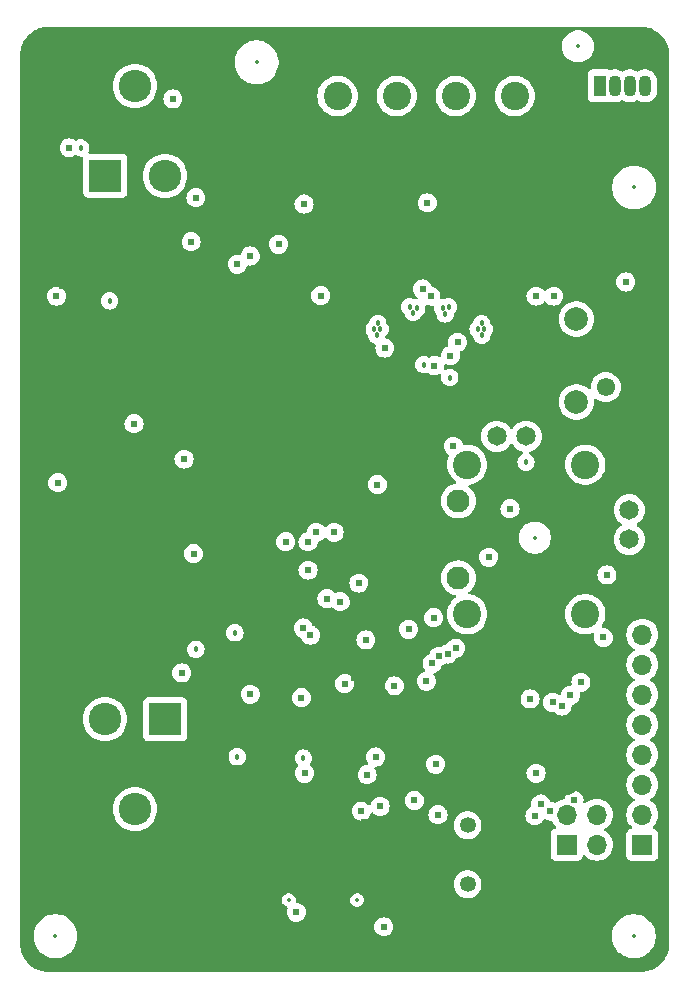
<source format=gbr>
%TF.GenerationSoftware,KiCad,Pcbnew,8.0.6*%
%TF.CreationDate,2024-11-28T22:24:39+00:00*%
%TF.ProjectId,StepUp,53746570-5570-42e6-9b69-6361645f7063,v0.1*%
%TF.SameCoordinates,Original*%
%TF.FileFunction,Copper,L2,Inr*%
%TF.FilePolarity,Positive*%
%FSLAX46Y46*%
G04 Gerber Fmt 4.6, Leading zero omitted, Abs format (unit mm)*
G04 Created by KiCad (PCBNEW 8.0.6) date 2024-11-28 22:24:39*
%MOMM*%
%LPD*%
G01*
G04 APERTURE LIST*
%TA.AperFunction,ComponentPad*%
%ADD10O,1.000000X2.100000*%
%TD*%
%TA.AperFunction,ComponentPad*%
%ADD11O,1.000000X1.800000*%
%TD*%
%TA.AperFunction,ComponentPad*%
%ADD12C,0.600000*%
%TD*%
%TA.AperFunction,HeatsinkPad*%
%ADD13C,0.600000*%
%TD*%
%TA.AperFunction,ComponentPad*%
%ADD14C,1.550000*%
%TD*%
%TA.AperFunction,ComponentPad*%
%ADD15C,2.000000*%
%TD*%
%TA.AperFunction,ComponentPad*%
%ADD16C,1.350000*%
%TD*%
%TA.AperFunction,ComponentPad*%
%ADD17C,1.650000*%
%TD*%
%TA.AperFunction,ComponentPad*%
%ADD18C,1.950000*%
%TD*%
%TA.AperFunction,ComponentPad*%
%ADD19C,2.400000*%
%TD*%
%TA.AperFunction,ComponentPad*%
%ADD20R,1.070000X1.800000*%
%TD*%
%TA.AperFunction,ComponentPad*%
%ADD21O,1.070000X1.800000*%
%TD*%
%TA.AperFunction,ComponentPad*%
%ADD22R,2.745000X2.745000*%
%TD*%
%TA.AperFunction,ComponentPad*%
%ADD23C,2.745000*%
%TD*%
%TA.AperFunction,ComponentPad*%
%ADD24R,1.700000X1.700000*%
%TD*%
%TA.AperFunction,ComponentPad*%
%ADD25O,1.700000X1.700000*%
%TD*%
%TA.AperFunction,ViaPad*%
%ADD26C,0.610000*%
%TD*%
%TA.AperFunction,ViaPad*%
%ADD27C,0.457200*%
%TD*%
%ADD28C,0.300000*%
%ADD29C,0.254000*%
%ADD30C,0.350000*%
%ADD31O,0.600000X1.700000*%
%ADD32O,0.600000X1.400000*%
G04 APERTURE END LIST*
D10*
%TO.N,GND*%
%TO.C,J1*%
X77738000Y-123525000D03*
D11*
X77738000Y-127705000D03*
D10*
X86378000Y-123525000D03*
D11*
X86378000Y-127705000D03*
%TD*%
D12*
%TO.N,GND*%
%TO.C,U3*%
X84730000Y-107774000D03*
X86005000Y-107774000D03*
X87280000Y-107774000D03*
X84730000Y-106499000D03*
X86005000Y-106499000D03*
X87280000Y-106499000D03*
X84730000Y-105224000D03*
X86005000Y-105224000D03*
X87280000Y-105224000D03*
%TD*%
D13*
%TO.N,GND*%
%TO.C,U7*%
X61761000Y-76530000D03*
X62711000Y-76530000D03*
X63661000Y-76530000D03*
X61761000Y-75530000D03*
X62711000Y-75530000D03*
X63661000Y-75530000D03*
%TD*%
D14*
%TO.N,GND*%
%TO.C,SW3*%
X106005000Y-76100000D03*
%TO.N,Net-(D13-Pad3)*%
X106005000Y-80600000D03*
D15*
%TO.N,N/C*%
X103515000Y-74845000D03*
X103515000Y-81855000D03*
%TD*%
D16*
%TO.N,Net-(Q7-D)*%
%TO.C,BZ1*%
X94300000Y-122700000D03*
%TO.N,Net-(JP2-C)*%
X94300000Y-117700000D03*
%TD*%
D17*
%TO.N,+3V3*%
%TO.C,JOY1*%
X108000000Y-91000000D03*
%TO.N,JOY_AXIS_MCU_H*%
X108000000Y-93500000D03*
%TO.N,GND*%
X108000000Y-96000000D03*
%TO.N,+3V3*%
X96770000Y-84770000D03*
%TO.N,JOY_AXIS_MCU_V*%
X99270000Y-84770000D03*
%TO.N,GND*%
X101770000Y-84770000D03*
D18*
%TO.N,JOY_MCU_BTN*%
X93520000Y-96750000D03*
X93520000Y-90250000D03*
%TO.N,GND*%
X89020000Y-96750000D03*
X89020000Y-90250000D03*
D19*
%TO.N,unconnected-(JOY1-PadMH1)*%
X104270000Y-87175000D03*
%TO.N,unconnected-(JOY1-PadMH2)*%
X104270000Y-99825000D03*
%TO.N,unconnected-(JOY1-PadMH3)*%
X94270000Y-99825000D03*
%TO.N,unconnected-(JOY1-PadMH4)*%
X94270000Y-87175000D03*
%TD*%
D20*
%TO.N,+3V3*%
%TO.C,D14*%
X105500000Y-55100000D03*
D21*
%TO.N,Net-(D14-RK)*%
X106770000Y-55100000D03*
%TO.N,Net-(D14-GK)*%
X108040000Y-55100000D03*
%TO.N,Net-(D14-BK)*%
X109310000Y-55100000D03*
%TD*%
D19*
%TO.N,/Motor Driver/OA2_OUT*%
%TO.C,J4*%
X83300000Y-55950000D03*
%TO.N,/Motor Driver/OA1_OUT*%
X88300000Y-55950000D03*
%TO.N,/Motor Driver/OB1_OUT*%
X93300000Y-55950000D03*
%TO.N,/Motor Driver/OB2_OUT*%
X98300000Y-55950000D03*
%TD*%
D22*
%TO.N,/Power/VBAT_PACK_NEG*%
%TO.C,BT2*%
X68698000Y-108720000D03*
D23*
X63618000Y-108720000D03*
X66158000Y-116340000D03*
%TD*%
D24*
%TO.N,/MCU/SWCLK*%
%TO.C,J2*%
X102700000Y-119340000D03*
D25*
%TO.N,/MCU/UART_0_TX*%
X105240000Y-119340000D03*
%TO.N,/MCU/SWD*%
X102700000Y-116800000D03*
%TO.N,/MCU/UART_0_RX*%
X105240000Y-116800000D03*
%TO.N,GND*%
X102700000Y-114260000D03*
X105240000Y-114260000D03*
%TD*%
D22*
%TO.N,/Power/VBAT_PACK_POS*%
%TO.C,BT1*%
X63618000Y-62720000D03*
D23*
X68698000Y-62720000D03*
X66158000Y-55100000D03*
%TD*%
D24*
%TO.N,/MCU/GPIO2*%
%TO.C,J3*%
X109100000Y-119350000D03*
D25*
%TO.N,/MCU/GPIO9*%
X109100000Y-116810000D03*
%TO.N,/MCU/GPIO10*%
X109100000Y-114270000D03*
%TO.N,/MCU/GPIO11*%
X109100000Y-111730000D03*
%TO.N,/MCU/GPIO12*%
X109100000Y-109190000D03*
%TO.N,/MCU/GPIO13*%
X109100000Y-106650000D03*
%TO.N,/MCU/GPIO14*%
X109100000Y-104110000D03*
%TO.N,/MCU/GPIO15*%
X109100000Y-101570000D03*
%TD*%
D26*
%TO.N,GND*%
X95050000Y-83175000D03*
X94275000Y-83200000D03*
%TO.N,+3V3*%
X86675000Y-88850000D03*
%TO.N,GND*%
X77450000Y-110050000D03*
X81025000Y-111200000D03*
X88175000Y-112725000D03*
X78600000Y-117550000D03*
X84450000Y-117800000D03*
X85475000Y-118700000D03*
X85525000Y-117425000D03*
X91700000Y-75350000D03*
X91700000Y-76550000D03*
X90500000Y-76550000D03*
X90500000Y-75350000D03*
X91100000Y-75950000D03*
X96000000Y-78300000D03*
X96000000Y-77400000D03*
%TO.N,/Motor Driver/TMC_VCC_IO*%
X92850000Y-77950000D03*
X91500000Y-78800000D03*
%TO.N,GND*%
X83900000Y-78600000D03*
X83900000Y-79900000D03*
X84800000Y-84500000D03*
X85600000Y-84200000D03*
%TO.N,VMotor*%
X87300000Y-77300000D03*
X90900000Y-65000000D03*
X80457400Y-65100000D03*
%TO.N,GND*%
X90400000Y-69600000D03*
X91700000Y-69100000D03*
X89600000Y-65600000D03*
X92500000Y-65600000D03*
X80300000Y-77100000D03*
X64600000Y-78500000D03*
X65500000Y-78600000D03*
X67200000Y-81100000D03*
X61200000Y-84000000D03*
X60300000Y-84000000D03*
X59100000Y-67500000D03*
X59100000Y-69400000D03*
X60000000Y-70900000D03*
X60000000Y-72000000D03*
%TO.N,+3V3*%
X70900000Y-68300000D03*
X71100000Y-94700000D03*
%TO.N,GND*%
X107100000Y-87900000D03*
X98000000Y-89100000D03*
X87000000Y-98700000D03*
X93000000Y-104200000D03*
X97500000Y-103200000D03*
X98700000Y-104600000D03*
X95200000Y-108200000D03*
X96200000Y-108200000D03*
X81900000Y-99600000D03*
X82700000Y-99600000D03*
X78100000Y-102600000D03*
X78100000Y-103500000D03*
X77100000Y-107600000D03*
X77100000Y-106600000D03*
D27*
%TO.N,+3V3*%
X74800000Y-111900000D03*
X80400000Y-112000000D03*
D26*
%TO.N,MCU_PWR_CTRL*%
X74800000Y-70200000D03*
X75900000Y-106600000D03*
%TO.N,GND*%
X108193213Y-124255000D03*
X108193213Y-84255000D03*
X108193213Y-80255000D03*
X108193213Y-68255000D03*
X108193213Y-60255000D03*
X108193213Y-52255000D03*
X104193213Y-128255000D03*
X104193213Y-124255000D03*
X104193213Y-92255000D03*
X100193213Y-128255000D03*
X100193213Y-124255000D03*
X100193213Y-100255000D03*
X100193213Y-80255000D03*
X100193213Y-52255000D03*
X96193213Y-128255000D03*
X96193213Y-124255000D03*
X96193213Y-52255000D03*
X92193213Y-124255000D03*
X92193213Y-52255000D03*
X88193213Y-92255000D03*
X88193213Y-80255000D03*
X88193213Y-52255000D03*
X84193213Y-128255000D03*
X84193213Y-52255000D03*
X80193213Y-128255000D03*
X80193213Y-56255000D03*
X80193213Y-52255000D03*
X76193213Y-128255000D03*
X76193213Y-100255000D03*
X76193213Y-88255000D03*
X76193213Y-84255000D03*
X76193213Y-72255000D03*
X76193213Y-56255000D03*
X72193213Y-96255000D03*
X72193213Y-84255000D03*
X72193213Y-56255000D03*
X72193213Y-52255000D03*
X68193213Y-128255000D03*
X68193213Y-124255000D03*
X68193213Y-84255000D03*
X64193213Y-124255000D03*
X60193213Y-124255000D03*
%TO.N,MCU_LED_STATUS_3*%
X103308918Y-115600000D03*
X103900000Y-105600000D03*
%TO.N,MCU_LED_STATUS_2*%
X101300000Y-116500000D03*
X103000000Y-106700000D03*
%TO.N,MCU_LED_STATUS_1*%
X100500000Y-115900000D03*
X102300000Y-107600000D03*
D27*
%TO.N,Net-(D11-A)*%
X71300000Y-102800000D03*
%TO.N,V_USB*%
X74600000Y-101400000D03*
%TO.N,+3V3*%
X99250000Y-86950000D03*
D26*
%TO.N,GND*%
X90425713Y-107632600D03*
D27*
%TO.N,/Power/VBAT_PACK_NEG*%
X61550000Y-60350000D03*
D26*
X60570000Y-60350000D03*
X69350000Y-56200000D03*
%TO.N,+3V3*%
X81000000Y-101600000D03*
X80400000Y-101000000D03*
X105800000Y-101800000D03*
%TO.N,+1V1*%
X83900000Y-105700000D03*
X80242433Y-106909800D03*
X88100000Y-105900000D03*
X90800000Y-105500000D03*
%TO.N,/MCU/~{USB_BOOT}*%
X80500000Y-113300000D03*
X79800000Y-125066400D03*
%TO.N,/MCU/SWCLK*%
X91300000Y-104000000D03*
X89800000Y-115600000D03*
%TO.N,/MCU/RUN*%
X92609636Y-103197343D03*
X87200000Y-126300000D03*
%TO.N,/MCU/SWD*%
X91874662Y-103400000D03*
X91600000Y-112533600D03*
%TO.N,Vbat*%
X70100000Y-104800000D03*
X70300000Y-86700000D03*
X71300000Y-64566400D03*
%TO.N,VMotor*%
X91200000Y-72900000D03*
X81876685Y-72853697D03*
X90500000Y-72300000D03*
X99600000Y-107000000D03*
X100100000Y-72900000D03*
D27*
%TO.N,TMC_EN*%
X90600000Y-78700000D03*
X92800000Y-79800000D03*
D26*
%TO.N,TMC_DIR*%
X83000000Y-92900000D03*
X81500000Y-92900000D03*
%TO.N,TMC_UART_RX*%
X96100000Y-95000000D03*
X85100000Y-97200000D03*
%TO.N,TMC_UART_TX*%
X85693294Y-102002915D03*
X91427313Y-100127313D03*
%TO.N,TMC_DIAG*%
X93100000Y-85600000D03*
X93453262Y-76805290D03*
%TO.N,Net-(D13-Pad3)*%
X107700000Y-71700000D03*
X78300000Y-68500000D03*
%TO.N,MCU_BOOST_EN*%
X59500000Y-72900000D03*
X82400000Y-98500000D03*
X59600000Y-88700000D03*
X89308365Y-101108365D03*
%TO.N,VBAT_MONITOR*%
X80800000Y-93700000D03*
X78900000Y-93700000D03*
%TO.N,VUSB_MONITOR*%
X86900000Y-116100000D03*
X85800000Y-113422687D03*
D27*
%TO.N,/Motor Driver/BRA*%
X86400000Y-75700000D03*
X89400000Y-73800000D03*
X89700000Y-74300000D03*
X90000000Y-73900000D03*
X86600000Y-76200000D03*
X86900000Y-75700000D03*
X86700000Y-75200000D03*
%TO.N,/Motor Driver/BRB*%
X92400000Y-74400000D03*
X95700000Y-75700000D03*
X92200000Y-73900000D03*
X95500000Y-76200000D03*
X95200000Y-75700000D03*
X95500000Y-75200000D03*
X92700000Y-73800000D03*
D26*
%TO.N,BUZZER*%
X91800000Y-116800000D03*
X93300000Y-102700000D03*
%TO.N,JOY_AXIS_MCU_H*%
X106100000Y-96500000D03*
X83522687Y-98777313D03*
%TO.N,JOY_AXIS_MCU_V*%
X80800000Y-96100000D03*
X97900000Y-90900000D03*
%TO.N,Net-(U7-OVP)*%
X66067000Y-83700000D03*
D27*
X64000000Y-73300000D03*
D26*
%TO.N,/MCU/GPIO2*%
X100000000Y-116900000D03*
%TO.N,MCU_PWR_BTN*%
X100100000Y-113300000D03*
X75900000Y-69500000D03*
X101500000Y-107300000D03*
X101600000Y-72900000D03*
%TO.N,MCU_PWR_CTRL*%
X85300000Y-116500000D03*
X86519300Y-111919300D03*
%TD*%
%TA.AperFunction,Conductor*%
%TO.N,GND*%
G36*
X109039257Y-50111716D02*
G01*
X109052749Y-50111927D01*
X109185019Y-50113996D01*
X109199261Y-50115041D01*
X109489221Y-50153215D01*
X109505112Y-50156376D01*
X109786690Y-50231825D01*
X109802031Y-50237033D01*
X110071340Y-50348584D01*
X110085868Y-50355748D01*
X110212490Y-50428853D01*
X110338311Y-50501496D01*
X110351797Y-50510507D01*
X110583049Y-50687953D01*
X110595244Y-50698648D01*
X110801351Y-50904755D01*
X110812046Y-50916950D01*
X110989492Y-51148202D01*
X110998503Y-51161688D01*
X111144246Y-51414121D01*
X111151418Y-51428665D01*
X111153139Y-51432819D01*
X111262963Y-51697960D01*
X111268177Y-51713318D01*
X111343621Y-51994878D01*
X111346785Y-52010787D01*
X111384957Y-52300736D01*
X111386003Y-52314981D01*
X111388284Y-52460742D01*
X111388299Y-52462682D01*
X111388299Y-127737317D01*
X111388284Y-127739257D01*
X111386003Y-127885018D01*
X111384957Y-127899263D01*
X111346785Y-128189212D01*
X111343621Y-128205121D01*
X111268177Y-128486681D01*
X111262963Y-128502039D01*
X111151420Y-128771330D01*
X111144246Y-128785878D01*
X110998503Y-129038311D01*
X110989492Y-129051797D01*
X110812046Y-129283049D01*
X110801351Y-129295244D01*
X110595244Y-129501351D01*
X110583049Y-129512046D01*
X110351797Y-129689492D01*
X110338311Y-129698503D01*
X110085878Y-129844246D01*
X110071330Y-129851420D01*
X109802039Y-129962963D01*
X109786681Y-129968177D01*
X109505121Y-130043621D01*
X109489212Y-130046785D01*
X109199263Y-130084957D01*
X109185018Y-130086003D01*
X109039258Y-130088284D01*
X109037318Y-130088299D01*
X58762682Y-130088299D01*
X58760742Y-130088284D01*
X58614981Y-130086003D01*
X58600736Y-130084957D01*
X58310787Y-130046785D01*
X58294878Y-130043621D01*
X58013318Y-129968177D01*
X57997960Y-129962963D01*
X57969584Y-129951209D01*
X57728665Y-129851418D01*
X57714125Y-129844248D01*
X57587904Y-129771374D01*
X57461688Y-129698503D01*
X57448202Y-129689492D01*
X57216950Y-129512046D01*
X57204755Y-129501351D01*
X56998648Y-129295244D01*
X56987953Y-129283049D01*
X56810507Y-129051797D01*
X56801496Y-129038311D01*
X56728032Y-128911068D01*
X56655748Y-128785868D01*
X56648584Y-128771340D01*
X56537033Y-128502031D01*
X56531825Y-128486690D01*
X56456376Y-128205112D01*
X56453215Y-128189221D01*
X56415041Y-127899261D01*
X56413996Y-127885017D01*
X56411716Y-127739256D01*
X56411701Y-127737317D01*
X56411701Y-126966755D01*
X57557201Y-126966755D01*
X57557201Y-127209842D01*
X57557202Y-127209858D01*
X57588931Y-127450868D01*
X57651850Y-127685685D01*
X57744876Y-127910271D01*
X57744883Y-127910286D01*
X57866431Y-128120815D01*
X58014423Y-128313679D01*
X58014431Y-128313688D01*
X58186312Y-128485569D01*
X58186320Y-128485576D01*
X58186321Y-128485577D01*
X58207764Y-128502031D01*
X58379184Y-128633568D01*
X58589713Y-128755116D01*
X58589728Y-128755123D01*
X58663978Y-128785878D01*
X58814313Y-128848149D01*
X59049130Y-128911068D01*
X59290151Y-128942799D01*
X59290158Y-128942799D01*
X59533244Y-128942799D01*
X59533251Y-128942799D01*
X59774272Y-128911068D01*
X60009089Y-128848149D01*
X60233685Y-128755118D01*
X60444217Y-128633568D01*
X60637081Y-128485577D01*
X60637085Y-128485572D01*
X60637090Y-128485569D01*
X60808971Y-128313688D01*
X60808974Y-128313683D01*
X60808979Y-128313679D01*
X60956970Y-128120815D01*
X61078520Y-127910283D01*
X61171551Y-127685687D01*
X61234470Y-127450870D01*
X61266201Y-127209849D01*
X61266201Y-126966749D01*
X61234470Y-126725728D01*
X61171551Y-126490911D01*
X61092471Y-126299996D01*
X86389403Y-126299996D01*
X86389403Y-126300003D01*
X86409724Y-126480369D01*
X86409725Y-126480374D01*
X86469677Y-126651706D01*
X86566249Y-126805398D01*
X86566250Y-126805399D01*
X86694601Y-126933750D01*
X86848295Y-127030323D01*
X87019625Y-127090274D01*
X87019630Y-127090275D01*
X87199996Y-127110597D01*
X87200000Y-127110597D01*
X87200004Y-127110597D01*
X87380369Y-127090275D01*
X87380372Y-127090274D01*
X87380375Y-127090274D01*
X87551705Y-127030323D01*
X87652872Y-126966755D01*
X106533799Y-126966755D01*
X106533799Y-127209842D01*
X106533800Y-127209858D01*
X106565529Y-127450868D01*
X106628448Y-127685685D01*
X106721474Y-127910271D01*
X106721481Y-127910286D01*
X106843029Y-128120815D01*
X106991021Y-128313679D01*
X106991029Y-128313688D01*
X107162910Y-128485569D01*
X107162918Y-128485576D01*
X107162919Y-128485577D01*
X107184362Y-128502031D01*
X107355782Y-128633568D01*
X107566311Y-128755116D01*
X107566326Y-128755123D01*
X107640576Y-128785878D01*
X107790911Y-128848149D01*
X108025728Y-128911068D01*
X108266749Y-128942799D01*
X108266756Y-128942799D01*
X108509842Y-128942799D01*
X108509849Y-128942799D01*
X108750870Y-128911068D01*
X108985687Y-128848149D01*
X109210283Y-128755118D01*
X109420815Y-128633568D01*
X109613679Y-128485577D01*
X109613683Y-128485572D01*
X109613688Y-128485569D01*
X109785569Y-128313688D01*
X109785572Y-128313683D01*
X109785577Y-128313679D01*
X109933568Y-128120815D01*
X110055118Y-127910283D01*
X110148149Y-127685687D01*
X110211068Y-127450870D01*
X110242799Y-127209849D01*
X110242799Y-126966749D01*
X110211068Y-126725728D01*
X110148149Y-126490911D01*
X110055118Y-126266315D01*
X109970427Y-126119625D01*
X109933568Y-126055782D01*
X109820008Y-125907791D01*
X109785577Y-125862919D01*
X109785576Y-125862918D01*
X109785569Y-125862910D01*
X109613688Y-125691029D01*
X109613679Y-125691021D01*
X109420815Y-125543029D01*
X109210286Y-125421481D01*
X109210271Y-125421474D01*
X108985685Y-125328448D01*
X108750868Y-125265529D01*
X108509858Y-125233800D01*
X108509855Y-125233799D01*
X108509849Y-125233799D01*
X108266749Y-125233799D01*
X108266743Y-125233799D01*
X108266739Y-125233800D01*
X108025729Y-125265529D01*
X107790912Y-125328448D01*
X107566326Y-125421474D01*
X107566311Y-125421481D01*
X107355782Y-125543029D01*
X107162918Y-125691021D01*
X106991021Y-125862918D01*
X106843029Y-126055782D01*
X106721481Y-126266311D01*
X106721474Y-126266326D01*
X106628448Y-126490912D01*
X106565529Y-126725729D01*
X106533800Y-126966739D01*
X106533799Y-126966755D01*
X87652872Y-126966755D01*
X87705399Y-126933750D01*
X87833750Y-126805399D01*
X87930323Y-126651705D01*
X87990274Y-126480375D01*
X88010597Y-126300000D01*
X88006801Y-126266311D01*
X87990275Y-126119630D01*
X87990274Y-126119625D01*
X87930322Y-125948293D01*
X87833750Y-125794601D01*
X87705398Y-125666249D01*
X87551706Y-125569677D01*
X87380374Y-125509725D01*
X87380369Y-125509724D01*
X87200004Y-125489403D01*
X87199996Y-125489403D01*
X87019630Y-125509724D01*
X87019625Y-125509725D01*
X86848293Y-125569677D01*
X86694601Y-125666249D01*
X86566249Y-125794601D01*
X86469677Y-125948293D01*
X86409725Y-126119625D01*
X86409724Y-126119630D01*
X86389403Y-126299996D01*
X61092471Y-126299996D01*
X61078520Y-126266315D01*
X60993829Y-126119625D01*
X60956970Y-126055782D01*
X60843410Y-125907791D01*
X60808979Y-125862919D01*
X60808978Y-125862918D01*
X60808971Y-125862910D01*
X60637090Y-125691029D01*
X60637081Y-125691021D01*
X60444217Y-125543029D01*
X60233688Y-125421481D01*
X60233673Y-125421474D01*
X60009087Y-125328448D01*
X59774270Y-125265529D01*
X59533260Y-125233800D01*
X59533257Y-125233799D01*
X59533251Y-125233799D01*
X59290151Y-125233799D01*
X59290145Y-125233799D01*
X59290141Y-125233800D01*
X59049131Y-125265529D01*
X58814314Y-125328448D01*
X58589728Y-125421474D01*
X58589713Y-125421481D01*
X58379184Y-125543029D01*
X58186320Y-125691021D01*
X58014423Y-125862918D01*
X57866431Y-126055782D01*
X57744883Y-126266311D01*
X57744876Y-126266326D01*
X57651850Y-126490912D01*
X57588931Y-126725729D01*
X57557202Y-126966739D01*
X57557201Y-126966755D01*
X56411701Y-126966755D01*
X56411701Y-123948707D01*
X78588500Y-123948707D01*
X78588500Y-124101293D01*
X78608787Y-124177004D01*
X78627993Y-124248681D01*
X78704282Y-124380817D01*
X78704284Y-124380819D01*
X78704285Y-124380821D01*
X78812179Y-124488715D01*
X78812180Y-124488716D01*
X78812182Y-124488717D01*
X78944318Y-124565006D01*
X78944320Y-124565007D01*
X78944322Y-124565008D01*
X78977732Y-124573960D01*
X79037391Y-124610323D01*
X79067921Y-124673169D01*
X79062680Y-124734688D01*
X79009726Y-124886022D01*
X79009724Y-124886030D01*
X78989403Y-125066396D01*
X78989403Y-125066403D01*
X79009724Y-125246769D01*
X79009725Y-125246774D01*
X79069677Y-125418106D01*
X79166249Y-125571798D01*
X79294601Y-125700150D01*
X79444917Y-125794601D01*
X79448295Y-125796723D01*
X79619625Y-125856674D01*
X79619630Y-125856675D01*
X79799996Y-125876997D01*
X79800000Y-125876997D01*
X79800004Y-125876997D01*
X79980369Y-125856675D01*
X79980372Y-125856674D01*
X79980375Y-125856674D01*
X80151705Y-125796723D01*
X80305399Y-125700150D01*
X80433750Y-125571799D01*
X80530323Y-125418105D01*
X80590274Y-125246775D01*
X80610597Y-125066400D01*
X80590274Y-124886025D01*
X80530323Y-124714695D01*
X80433750Y-124561001D01*
X80305399Y-124432650D01*
X80305398Y-124432649D01*
X80151706Y-124336077D01*
X79980374Y-124276125D01*
X79980369Y-124276124D01*
X79852035Y-124261665D01*
X79787621Y-124234599D01*
X79748065Y-124177004D01*
X79745928Y-124107167D01*
X79746066Y-124106642D01*
X79747500Y-124101293D01*
X79747500Y-123948707D01*
X84368500Y-123948707D01*
X84368500Y-124101293D01*
X84388787Y-124177004D01*
X84407993Y-124248681D01*
X84484282Y-124380817D01*
X84484284Y-124380819D01*
X84484285Y-124380821D01*
X84592179Y-124488715D01*
X84592180Y-124488716D01*
X84592182Y-124488717D01*
X84724318Y-124565006D01*
X84724319Y-124565006D01*
X84724322Y-124565008D01*
X84871707Y-124604500D01*
X84871710Y-124604500D01*
X85024290Y-124604500D01*
X85024293Y-124604500D01*
X85171678Y-124565008D01*
X85303821Y-124488715D01*
X85411715Y-124380821D01*
X85488008Y-124248678D01*
X85527500Y-124101293D01*
X85527500Y-123948707D01*
X85488008Y-123801322D01*
X85411715Y-123669179D01*
X85303821Y-123561285D01*
X85303819Y-123561284D01*
X85303817Y-123561282D01*
X85171681Y-123484993D01*
X85171682Y-123484993D01*
X85159595Y-123481754D01*
X85024293Y-123445500D01*
X84871707Y-123445500D01*
X84736404Y-123481754D01*
X84724318Y-123484993D01*
X84592182Y-123561282D01*
X84592176Y-123561287D01*
X84484287Y-123669176D01*
X84484282Y-123669182D01*
X84407993Y-123801318D01*
X84407992Y-123801322D01*
X84368500Y-123948707D01*
X79747500Y-123948707D01*
X79708008Y-123801322D01*
X79631715Y-123669179D01*
X79523821Y-123561285D01*
X79523819Y-123561284D01*
X79523817Y-123561282D01*
X79391681Y-123484993D01*
X79391682Y-123484993D01*
X79379595Y-123481754D01*
X79244293Y-123445500D01*
X79091707Y-123445500D01*
X78956404Y-123481754D01*
X78944318Y-123484993D01*
X78812182Y-123561282D01*
X78812176Y-123561287D01*
X78704287Y-123669176D01*
X78704282Y-123669182D01*
X78627993Y-123801318D01*
X78627992Y-123801322D01*
X78588500Y-123948707D01*
X56411701Y-123948707D01*
X56411701Y-122699999D01*
X93119464Y-122699999D01*
X93119464Y-122700000D01*
X93139564Y-122916918D01*
X93139564Y-122916920D01*
X93139565Y-122916923D01*
X93199183Y-123126459D01*
X93296288Y-123321472D01*
X93427573Y-123495322D01*
X93588568Y-123642088D01*
X93588575Y-123642092D01*
X93588576Y-123642093D01*
X93773786Y-123756770D01*
X93773792Y-123756773D01*
X93796664Y-123765633D01*
X93976931Y-123835470D01*
X94191074Y-123875500D01*
X94191076Y-123875500D01*
X94408924Y-123875500D01*
X94408926Y-123875500D01*
X94623069Y-123835470D01*
X94826210Y-123756772D01*
X95011432Y-123642088D01*
X95172427Y-123495322D01*
X95303712Y-123321472D01*
X95400817Y-123126459D01*
X95460435Y-122916923D01*
X95480536Y-122700000D01*
X95460435Y-122483077D01*
X95400817Y-122273541D01*
X95303712Y-122078528D01*
X95172427Y-121904678D01*
X95011432Y-121757912D01*
X95011428Y-121757909D01*
X95011423Y-121757906D01*
X94826213Y-121643229D01*
X94826207Y-121643226D01*
X94741113Y-121610260D01*
X94623069Y-121564530D01*
X94408926Y-121524500D01*
X94191074Y-121524500D01*
X93976931Y-121564530D01*
X93928130Y-121583435D01*
X93773792Y-121643226D01*
X93773786Y-121643229D01*
X93588576Y-121757906D01*
X93588566Y-121757913D01*
X93427574Y-121904676D01*
X93296288Y-122078527D01*
X93199184Y-122273537D01*
X93139564Y-122483081D01*
X93119464Y-122699999D01*
X56411701Y-122699999D01*
X56411701Y-116339998D01*
X64280216Y-116339998D01*
X64280216Y-116340001D01*
X64299329Y-116607242D01*
X64356276Y-116869024D01*
X64356278Y-116869030D01*
X64356279Y-116869033D01*
X64418334Y-117035408D01*
X64449910Y-117120065D01*
X64578304Y-117355201D01*
X64578309Y-117355209D01*
X64738859Y-117569679D01*
X64738875Y-117569697D01*
X64928302Y-117759124D01*
X64928320Y-117759140D01*
X65142790Y-117919690D01*
X65142798Y-117919695D01*
X65377934Y-118048089D01*
X65377933Y-118048089D01*
X65377937Y-118048090D01*
X65377940Y-118048092D01*
X65628967Y-118141721D01*
X65628973Y-118141722D01*
X65628975Y-118141723D01*
X65890757Y-118198670D01*
X65890759Y-118198670D01*
X65890763Y-118198671D01*
X66128245Y-118215655D01*
X66157999Y-118217784D01*
X66158000Y-118217784D01*
X66158001Y-118217784D01*
X66184773Y-118215869D01*
X66425237Y-118198671D01*
X66683664Y-118142454D01*
X66687024Y-118141723D01*
X66687024Y-118141722D01*
X66687033Y-118141721D01*
X66938060Y-118048092D01*
X67173207Y-117919692D01*
X67387687Y-117759134D01*
X67446822Y-117699999D01*
X93119464Y-117699999D01*
X93119464Y-117700000D01*
X93139564Y-117916918D01*
X93139564Y-117916920D01*
X93139565Y-117916923D01*
X93183119Y-118070000D01*
X93199184Y-118126462D01*
X93221648Y-118171575D01*
X93296288Y-118321472D01*
X93427573Y-118495322D01*
X93588568Y-118642088D01*
X93588575Y-118642092D01*
X93588576Y-118642093D01*
X93773786Y-118756770D01*
X93773792Y-118756773D01*
X93796664Y-118765633D01*
X93976931Y-118835470D01*
X94191074Y-118875500D01*
X94191076Y-118875500D01*
X94408924Y-118875500D01*
X94408926Y-118875500D01*
X94623069Y-118835470D01*
X94826210Y-118756772D01*
X95011432Y-118642088D01*
X95172427Y-118495322D01*
X95303712Y-118321472D01*
X95400817Y-118126459D01*
X95460435Y-117916923D01*
X95480536Y-117700000D01*
X95460435Y-117483077D01*
X95400817Y-117273541D01*
X95303712Y-117078528D01*
X95172427Y-116904678D01*
X95167295Y-116900000D01*
X95167291Y-116899996D01*
X99189403Y-116899996D01*
X99189403Y-116900003D01*
X99209724Y-117080369D01*
X99209725Y-117080374D01*
X99269677Y-117251706D01*
X99366249Y-117405398D01*
X99366250Y-117405399D01*
X99494601Y-117533750D01*
X99648295Y-117630323D01*
X99794270Y-117681402D01*
X99819625Y-117690274D01*
X99819630Y-117690275D01*
X99999996Y-117710597D01*
X100000000Y-117710597D01*
X100000004Y-117710597D01*
X100180369Y-117690275D01*
X100180372Y-117690274D01*
X100180375Y-117690274D01*
X100351705Y-117630323D01*
X100505399Y-117533750D01*
X100633750Y-117405399D01*
X100716531Y-117273655D01*
X100734028Y-117245809D01*
X100735992Y-117247043D01*
X100775464Y-117203311D01*
X100842888Y-117184987D01*
X100906351Y-117203968D01*
X100948293Y-117230322D01*
X100948295Y-117230323D01*
X101119625Y-117290274D01*
X101119630Y-117290275D01*
X101299997Y-117310597D01*
X101300000Y-117310597D01*
X101300001Y-117310597D01*
X101314932Y-117308914D01*
X101352004Y-117304737D01*
X101420826Y-117316791D01*
X101472206Y-117364139D01*
X101478271Y-117375552D01*
X101525964Y-117477829D01*
X101525965Y-117477831D01*
X101631242Y-117628182D01*
X101661501Y-117671396D01*
X101661506Y-117671402D01*
X101783430Y-117793326D01*
X101816915Y-117854649D01*
X101811931Y-117924341D01*
X101770059Y-117980274D01*
X101739083Y-117997189D01*
X101607669Y-118046203D01*
X101607664Y-118046206D01*
X101492455Y-118132452D01*
X101492452Y-118132455D01*
X101406206Y-118247664D01*
X101406202Y-118247671D01*
X101355908Y-118382517D01*
X101349501Y-118442116D01*
X101349500Y-118442135D01*
X101349500Y-120237870D01*
X101349501Y-120237876D01*
X101355908Y-120297483D01*
X101406202Y-120432328D01*
X101406206Y-120432335D01*
X101492452Y-120547544D01*
X101492455Y-120547547D01*
X101607664Y-120633793D01*
X101607671Y-120633797D01*
X101742517Y-120684091D01*
X101742516Y-120684091D01*
X101749444Y-120684835D01*
X101802127Y-120690500D01*
X103597872Y-120690499D01*
X103657483Y-120684091D01*
X103792331Y-120633796D01*
X103907546Y-120547546D01*
X103993796Y-120432331D01*
X104042810Y-120300916D01*
X104084681Y-120244984D01*
X104150145Y-120220566D01*
X104218418Y-120235417D01*
X104246673Y-120256569D01*
X104368599Y-120378495D01*
X104459762Y-120442328D01*
X104562165Y-120514032D01*
X104562167Y-120514033D01*
X104562170Y-120514035D01*
X104776337Y-120613903D01*
X105004592Y-120675063D01*
X105181034Y-120690500D01*
X105239999Y-120695659D01*
X105240000Y-120695659D01*
X105240001Y-120695659D01*
X105298966Y-120690500D01*
X105475408Y-120675063D01*
X105703663Y-120613903D01*
X105917830Y-120514035D01*
X106111401Y-120378495D01*
X106278495Y-120211401D01*
X106414035Y-120017830D01*
X106513903Y-119803663D01*
X106575063Y-119575408D01*
X106595659Y-119340000D01*
X106575063Y-119104592D01*
X106513903Y-118876337D01*
X106414035Y-118662171D01*
X106399977Y-118642093D01*
X106278494Y-118468597D01*
X106111402Y-118301506D01*
X106111396Y-118301501D01*
X105925842Y-118171575D01*
X105882217Y-118116998D01*
X105875023Y-118047500D01*
X105906546Y-117985145D01*
X105925842Y-117968425D01*
X105995440Y-117919692D01*
X106111401Y-117838495D01*
X106278495Y-117671401D01*
X106414035Y-117477830D01*
X106513903Y-117263663D01*
X106575063Y-117035408D01*
X106595659Y-116800000D01*
X106575063Y-116564592D01*
X106516584Y-116346344D01*
X106513905Y-116336344D01*
X106513904Y-116336343D01*
X106513903Y-116336337D01*
X106414035Y-116122171D01*
X106402292Y-116105399D01*
X106278494Y-115928597D01*
X106111402Y-115761506D01*
X106111395Y-115761501D01*
X105917834Y-115625967D01*
X105917830Y-115625965D01*
X105915450Y-115624855D01*
X105703663Y-115526097D01*
X105703659Y-115526096D01*
X105703655Y-115526094D01*
X105475413Y-115464938D01*
X105475403Y-115464936D01*
X105240001Y-115444341D01*
X105239999Y-115444341D01*
X105004596Y-115464936D01*
X105004586Y-115464938D01*
X104776344Y-115526094D01*
X104776335Y-115526098D01*
X104562171Y-115625964D01*
X104562169Y-115625965D01*
X104368596Y-115761506D01*
X104317956Y-115812146D01*
X104256633Y-115845630D01*
X104186941Y-115840645D01*
X104131008Y-115798774D01*
X104106592Y-115733309D01*
X104107056Y-115710580D01*
X104119515Y-115600002D01*
X104119515Y-115599996D01*
X104099193Y-115419630D01*
X104099192Y-115419625D01*
X104081714Y-115369677D01*
X104039241Y-115248295D01*
X103952170Y-115109724D01*
X103942668Y-115094601D01*
X103814316Y-114966249D01*
X103660624Y-114869677D01*
X103489292Y-114809725D01*
X103489287Y-114809724D01*
X103308922Y-114789403D01*
X103308914Y-114789403D01*
X103128548Y-114809724D01*
X103128543Y-114809725D01*
X102957211Y-114869677D01*
X102803519Y-114966249D01*
X102675167Y-115094601D01*
X102578594Y-115248295D01*
X102528386Y-115391784D01*
X102487664Y-115448560D01*
X102443437Y-115470605D01*
X102236344Y-115526094D01*
X102236335Y-115526098D01*
X102022171Y-115625964D01*
X102022169Y-115625965D01*
X101828604Y-115761500D01*
X101828593Y-115761509D01*
X101825238Y-115764865D01*
X101763913Y-115798346D01*
X101694221Y-115793357D01*
X101671591Y-115782172D01*
X101651706Y-115769677D01*
X101480374Y-115709725D01*
X101480370Y-115709724D01*
X101356289Y-115695744D01*
X101291875Y-115668677D01*
X101253131Y-115613478D01*
X101248415Y-115600000D01*
X101230323Y-115548295D01*
X101133750Y-115394601D01*
X101005399Y-115266250D01*
X101005398Y-115266249D01*
X100851706Y-115169677D01*
X100680374Y-115109725D01*
X100680369Y-115109724D01*
X100500004Y-115089403D01*
X100499996Y-115089403D01*
X100319630Y-115109724D01*
X100319625Y-115109725D01*
X100148293Y-115169677D01*
X99994601Y-115266249D01*
X99866249Y-115394601D01*
X99769677Y-115548293D01*
X99709725Y-115719625D01*
X99709724Y-115719630D01*
X99689403Y-115899996D01*
X99689403Y-115900005D01*
X99706336Y-116050302D01*
X99694281Y-116119123D01*
X99649088Y-116169177D01*
X99494607Y-116266244D01*
X99494602Y-116266248D01*
X99366249Y-116394601D01*
X99269677Y-116548293D01*
X99209725Y-116719625D01*
X99209724Y-116719630D01*
X99189403Y-116899996D01*
X95167291Y-116899996D01*
X95011433Y-116757913D01*
X95011423Y-116757906D01*
X94826213Y-116643229D01*
X94826207Y-116643226D01*
X94728560Y-116605398D01*
X94623069Y-116564530D01*
X94408926Y-116524500D01*
X94191074Y-116524500D01*
X93976931Y-116564530D01*
X93950948Y-116574596D01*
X93773792Y-116643226D01*
X93773786Y-116643229D01*
X93588576Y-116757906D01*
X93588566Y-116757913D01*
X93427574Y-116904676D01*
X93296288Y-117078527D01*
X93199184Y-117273537D01*
X93173406Y-117364139D01*
X93144269Y-117466546D01*
X93139564Y-117483081D01*
X93119464Y-117699999D01*
X67446822Y-117699999D01*
X67577134Y-117569687D01*
X67737692Y-117355207D01*
X67866092Y-117120060D01*
X67959721Y-116869033D01*
X67963490Y-116851706D01*
X68016670Y-116607242D01*
X68016670Y-116607241D01*
X68016671Y-116607237D01*
X68024341Y-116499996D01*
X84489403Y-116499996D01*
X84489403Y-116500003D01*
X84509724Y-116680369D01*
X84509725Y-116680374D01*
X84569677Y-116851706D01*
X84666249Y-117005398D01*
X84794601Y-117133750D01*
X84906351Y-117203968D01*
X84948295Y-117230323D01*
X85119625Y-117290274D01*
X85119630Y-117290275D01*
X85299996Y-117310597D01*
X85300000Y-117310597D01*
X85300004Y-117310597D01*
X85480369Y-117290275D01*
X85480372Y-117290274D01*
X85480375Y-117290274D01*
X85651705Y-117230323D01*
X85805399Y-117133750D01*
X85933750Y-117005399D01*
X86030323Y-116851705D01*
X86090145Y-116680744D01*
X86130867Y-116623967D01*
X86195820Y-116598220D01*
X86264381Y-116611676D01*
X86294868Y-116634017D01*
X86394601Y-116733750D01*
X86515949Y-116809999D01*
X86548295Y-116830323D01*
X86658896Y-116869024D01*
X86719625Y-116890274D01*
X86719630Y-116890275D01*
X86899996Y-116910597D01*
X86900000Y-116910597D01*
X86900004Y-116910597D01*
X87080369Y-116890275D01*
X87080372Y-116890274D01*
X87080375Y-116890274D01*
X87251705Y-116830323D01*
X87299970Y-116799996D01*
X90989403Y-116799996D01*
X90989403Y-116800003D01*
X91009724Y-116980369D01*
X91009725Y-116980374D01*
X91069677Y-117151706D01*
X91166249Y-117305398D01*
X91294601Y-117433750D01*
X91380674Y-117487834D01*
X91448295Y-117530323D01*
X91619625Y-117590274D01*
X91619630Y-117590275D01*
X91799996Y-117610597D01*
X91800000Y-117610597D01*
X91800004Y-117610597D01*
X91980369Y-117590275D01*
X91980372Y-117590274D01*
X91980375Y-117590274D01*
X92151705Y-117530323D01*
X92305399Y-117433750D01*
X92433750Y-117305399D01*
X92530323Y-117151705D01*
X92590274Y-116980375D01*
X92599330Y-116900000D01*
X92610597Y-116800003D01*
X92610597Y-116799996D01*
X92590275Y-116619630D01*
X92590274Y-116619625D01*
X92574514Y-116574586D01*
X92530323Y-116448295D01*
X92493866Y-116390275D01*
X92433750Y-116294601D01*
X92305398Y-116166249D01*
X92151706Y-116069677D01*
X91980374Y-116009725D01*
X91980369Y-116009724D01*
X91800004Y-115989403D01*
X91799996Y-115989403D01*
X91619630Y-116009724D01*
X91619625Y-116009725D01*
X91448293Y-116069677D01*
X91294601Y-116166249D01*
X91166249Y-116294601D01*
X91069677Y-116448293D01*
X91009725Y-116619625D01*
X91009724Y-116619630D01*
X90989403Y-116799996D01*
X87299970Y-116799996D01*
X87405399Y-116733750D01*
X87533750Y-116605399D01*
X87630323Y-116451705D01*
X87690274Y-116280375D01*
X87690275Y-116280369D01*
X87710597Y-116100003D01*
X87710597Y-116099996D01*
X87690275Y-115919630D01*
X87690274Y-115919625D01*
X87683407Y-115900000D01*
X87630323Y-115748295D01*
X87612311Y-115719630D01*
X87537140Y-115599996D01*
X88989403Y-115599996D01*
X88989403Y-115600003D01*
X89009724Y-115780369D01*
X89009725Y-115780374D01*
X89069677Y-115951706D01*
X89166249Y-116105398D01*
X89294601Y-116233750D01*
X89346314Y-116266244D01*
X89448295Y-116330323D01*
X89619625Y-116390274D01*
X89619630Y-116390275D01*
X89799996Y-116410597D01*
X89800000Y-116410597D01*
X89800004Y-116410597D01*
X89980369Y-116390275D01*
X89980372Y-116390274D01*
X89980375Y-116390274D01*
X90151705Y-116330323D01*
X90305399Y-116233750D01*
X90433750Y-116105399D01*
X90530323Y-115951705D01*
X90590274Y-115780375D01*
X90590275Y-115780369D01*
X90610597Y-115600003D01*
X90610597Y-115599996D01*
X90590275Y-115419630D01*
X90590274Y-115419625D01*
X90572796Y-115369677D01*
X90530323Y-115248295D01*
X90443252Y-115109724D01*
X90433750Y-115094601D01*
X90305398Y-114966249D01*
X90151706Y-114869677D01*
X89980374Y-114809725D01*
X89980369Y-114809724D01*
X89800004Y-114789403D01*
X89799996Y-114789403D01*
X89619630Y-114809724D01*
X89619625Y-114809725D01*
X89448293Y-114869677D01*
X89294601Y-114966249D01*
X89166249Y-115094601D01*
X89069677Y-115248293D01*
X89009725Y-115419625D01*
X89009724Y-115419630D01*
X88989403Y-115599996D01*
X87537140Y-115599996D01*
X87533750Y-115594601D01*
X87405398Y-115466249D01*
X87251706Y-115369677D01*
X87080374Y-115309725D01*
X87080369Y-115309724D01*
X86900004Y-115289403D01*
X86899996Y-115289403D01*
X86719630Y-115309724D01*
X86719625Y-115309725D01*
X86548293Y-115369677D01*
X86394601Y-115466249D01*
X86266249Y-115594601D01*
X86169675Y-115748297D01*
X86109853Y-115919256D01*
X86069131Y-115976032D01*
X86004178Y-116001779D01*
X85935617Y-115988322D01*
X85905131Y-115965982D01*
X85805398Y-115866249D01*
X85651706Y-115769677D01*
X85480374Y-115709725D01*
X85480369Y-115709724D01*
X85300004Y-115689403D01*
X85299996Y-115689403D01*
X85119630Y-115709724D01*
X85119625Y-115709725D01*
X84948293Y-115769677D01*
X84794601Y-115866249D01*
X84666249Y-115994601D01*
X84569677Y-116148293D01*
X84509725Y-116319625D01*
X84509724Y-116319630D01*
X84489403Y-116499996D01*
X68024341Y-116499996D01*
X68035784Y-116340000D01*
X68034923Y-116327967D01*
X68031520Y-116280375D01*
X68016671Y-116072763D01*
X68001229Y-116001779D01*
X67959723Y-115810975D01*
X67959722Y-115810973D01*
X67959721Y-115810967D01*
X67866092Y-115559940D01*
X67859733Y-115548295D01*
X67737695Y-115324798D01*
X67737690Y-115324790D01*
X67577140Y-115110320D01*
X67577124Y-115110302D01*
X67387697Y-114920875D01*
X67387679Y-114920859D01*
X67173209Y-114760309D01*
X67173201Y-114760304D01*
X66938065Y-114631910D01*
X66938066Y-114631910D01*
X66837649Y-114594456D01*
X66687033Y-114538279D01*
X66687030Y-114538278D01*
X66687024Y-114538276D01*
X66425242Y-114481329D01*
X66158001Y-114462216D01*
X66157999Y-114462216D01*
X65890757Y-114481329D01*
X65628975Y-114538276D01*
X65377934Y-114631910D01*
X65142798Y-114760304D01*
X65142790Y-114760309D01*
X64928320Y-114920859D01*
X64928302Y-114920875D01*
X64738875Y-115110302D01*
X64738859Y-115110320D01*
X64578309Y-115324790D01*
X64578304Y-115324798D01*
X64449910Y-115559934D01*
X64356276Y-115810975D01*
X64299329Y-116072757D01*
X64280216Y-116339998D01*
X56411701Y-116339998D01*
X56411701Y-111899996D01*
X74066287Y-111899996D01*
X74066287Y-111900003D01*
X74084681Y-112063261D01*
X74084682Y-112063265D01*
X74138947Y-112218347D01*
X74172035Y-112271006D01*
X74226360Y-112357463D01*
X74342537Y-112473640D01*
X74399966Y-112509725D01*
X74477264Y-112558295D01*
X74481654Y-112561053D01*
X74636733Y-112615317D01*
X74636734Y-112615317D01*
X74636738Y-112615318D01*
X74799996Y-112633713D01*
X74800000Y-112633713D01*
X74800004Y-112633713D01*
X74963261Y-112615318D01*
X74963263Y-112615317D01*
X74963267Y-112615317D01*
X75118346Y-112561053D01*
X75257463Y-112473640D01*
X75373640Y-112357463D01*
X75461053Y-112218346D01*
X75515317Y-112063267D01*
X75519268Y-112028201D01*
X75522446Y-111999996D01*
X79666287Y-111999996D01*
X79666287Y-112000003D01*
X79684681Y-112163261D01*
X79684682Y-112163265D01*
X79738947Y-112318347D01*
X79826360Y-112457463D01*
X79927192Y-112558295D01*
X79960677Y-112619618D01*
X79955693Y-112689310D01*
X79927194Y-112733656D01*
X79866247Y-112794604D01*
X79769677Y-112948293D01*
X79709725Y-113119625D01*
X79709724Y-113119630D01*
X79689403Y-113299996D01*
X79689403Y-113300003D01*
X79709724Y-113480369D01*
X79709725Y-113480374D01*
X79769677Y-113651706D01*
X79866249Y-113805398D01*
X79866250Y-113805399D01*
X79994601Y-113933750D01*
X80148295Y-114030323D01*
X80319625Y-114090274D01*
X80319630Y-114090275D01*
X80499996Y-114110597D01*
X80500000Y-114110597D01*
X80500004Y-114110597D01*
X80680369Y-114090275D01*
X80680372Y-114090274D01*
X80680375Y-114090274D01*
X80851705Y-114030323D01*
X81005399Y-113933750D01*
X81133750Y-113805399D01*
X81230323Y-113651705D01*
X81290274Y-113480375D01*
X81290275Y-113480369D01*
X81296775Y-113422683D01*
X84989403Y-113422683D01*
X84989403Y-113422690D01*
X85009724Y-113603056D01*
X85009725Y-113603061D01*
X85069677Y-113774393D01*
X85166249Y-113928085D01*
X85294601Y-114056437D01*
X85380795Y-114110597D01*
X85448295Y-114153010D01*
X85619625Y-114212961D01*
X85619630Y-114212962D01*
X85799996Y-114233284D01*
X85800000Y-114233284D01*
X85800004Y-114233284D01*
X85980369Y-114212962D01*
X85980372Y-114212961D01*
X85980375Y-114212961D01*
X86151705Y-114153010D01*
X86305399Y-114056437D01*
X86433750Y-113928086D01*
X86530323Y-113774392D01*
X86590274Y-113603062D01*
X86591501Y-113592171D01*
X86610597Y-113422690D01*
X86610597Y-113422683D01*
X86590275Y-113242317D01*
X86590274Y-113242312D01*
X86530322Y-113070979D01*
X86434440Y-112918386D01*
X86415439Y-112851149D01*
X86435806Y-112784314D01*
X86489074Y-112739099D01*
X86525550Y-112729193D01*
X86699669Y-112709575D01*
X86699672Y-112709574D01*
X86699675Y-112709574D01*
X86871005Y-112649623D01*
X87024699Y-112553050D01*
X87044153Y-112533596D01*
X90789403Y-112533596D01*
X90789403Y-112533603D01*
X90809724Y-112713969D01*
X90809725Y-112713974D01*
X90869677Y-112885306D01*
X90966249Y-113038998D01*
X91094601Y-113167350D01*
X91213901Y-113242312D01*
X91248295Y-113263923D01*
X91351386Y-113299996D01*
X91419625Y-113323874D01*
X91419630Y-113323875D01*
X91599996Y-113344197D01*
X91600000Y-113344197D01*
X91600004Y-113344197D01*
X91780369Y-113323875D01*
X91780372Y-113323874D01*
X91780375Y-113323874D01*
X91848614Y-113299996D01*
X99289403Y-113299996D01*
X99289403Y-113300003D01*
X99309724Y-113480369D01*
X99309725Y-113480374D01*
X99369677Y-113651706D01*
X99466249Y-113805398D01*
X99466250Y-113805399D01*
X99594601Y-113933750D01*
X99748295Y-114030323D01*
X99919625Y-114090274D01*
X99919630Y-114090275D01*
X100099996Y-114110597D01*
X100100000Y-114110597D01*
X100100004Y-114110597D01*
X100280369Y-114090275D01*
X100280372Y-114090274D01*
X100280375Y-114090274D01*
X100451705Y-114030323D01*
X100605399Y-113933750D01*
X100733750Y-113805399D01*
X100830323Y-113651705D01*
X100890274Y-113480375D01*
X100890275Y-113480369D01*
X100910597Y-113300003D01*
X100910597Y-113299996D01*
X100890275Y-113119630D01*
X100890274Y-113119625D01*
X100830322Y-112948293D01*
X100733750Y-112794601D01*
X100605398Y-112666249D01*
X100451706Y-112569677D01*
X100280374Y-112509725D01*
X100280369Y-112509724D01*
X100100004Y-112489403D01*
X100099996Y-112489403D01*
X99919630Y-112509724D01*
X99919625Y-112509725D01*
X99748293Y-112569677D01*
X99594601Y-112666249D01*
X99466249Y-112794601D01*
X99369677Y-112948293D01*
X99309725Y-113119625D01*
X99309724Y-113119630D01*
X99289403Y-113299996D01*
X91848614Y-113299996D01*
X91951705Y-113263923D01*
X92105399Y-113167350D01*
X92233750Y-113038999D01*
X92330323Y-112885305D01*
X92390274Y-112713975D01*
X92393053Y-112689310D01*
X92410597Y-112533603D01*
X92410597Y-112533596D01*
X92390275Y-112353230D01*
X92390274Y-112353225D01*
X92330322Y-112181893D01*
X92233750Y-112028201D01*
X92105398Y-111899849D01*
X91951706Y-111803277D01*
X91780374Y-111743325D01*
X91780369Y-111743324D01*
X91600004Y-111723003D01*
X91599996Y-111723003D01*
X91419630Y-111743324D01*
X91419625Y-111743325D01*
X91248293Y-111803277D01*
X91094601Y-111899849D01*
X90966249Y-112028201D01*
X90869677Y-112181893D01*
X90809725Y-112353225D01*
X90809724Y-112353230D01*
X90789403Y-112533596D01*
X87044153Y-112533596D01*
X87153050Y-112424699D01*
X87249623Y-112271005D01*
X87309574Y-112099675D01*
X87313676Y-112063267D01*
X87329897Y-111919303D01*
X87329897Y-111919296D01*
X87309575Y-111738930D01*
X87309574Y-111738925D01*
X87254542Y-111581654D01*
X87249623Y-111567595D01*
X87203754Y-111494596D01*
X87153050Y-111413901D01*
X87024698Y-111285549D01*
X86871006Y-111188977D01*
X86699674Y-111129025D01*
X86699669Y-111129024D01*
X86519304Y-111108703D01*
X86519296Y-111108703D01*
X86338930Y-111129024D01*
X86338925Y-111129025D01*
X86167593Y-111188977D01*
X86013901Y-111285549D01*
X85885549Y-111413901D01*
X85788977Y-111567593D01*
X85729025Y-111738925D01*
X85729024Y-111738930D01*
X85708703Y-111919296D01*
X85708703Y-111919303D01*
X85729024Y-112099669D01*
X85729025Y-112099674D01*
X85788977Y-112271005D01*
X85884860Y-112423601D01*
X85903860Y-112490837D01*
X85883492Y-112557673D01*
X85830225Y-112602887D01*
X85793750Y-112612793D01*
X85619629Y-112632411D01*
X85619625Y-112632412D01*
X85448293Y-112692364D01*
X85294601Y-112788936D01*
X85166249Y-112917288D01*
X85069677Y-113070980D01*
X85009725Y-113242312D01*
X85009724Y-113242317D01*
X84989403Y-113422683D01*
X81296775Y-113422683D01*
X81310597Y-113300003D01*
X81310597Y-113299996D01*
X81290275Y-113119630D01*
X81290274Y-113119625D01*
X81230322Y-112948293D01*
X81133750Y-112794601D01*
X81005399Y-112666250D01*
X81005394Y-112666246D01*
X80989330Y-112656152D01*
X80943040Y-112603817D01*
X80932393Y-112534763D01*
X80960770Y-112470915D01*
X80967615Y-112463487D01*
X80973640Y-112457463D01*
X81061053Y-112318346D01*
X81115317Y-112163267D01*
X81115318Y-112163261D01*
X81133713Y-112000003D01*
X81133713Y-111999996D01*
X81115318Y-111836738D01*
X81115317Y-111836734D01*
X81082632Y-111743326D01*
X81061053Y-111681654D01*
X80973640Y-111542537D01*
X80857463Y-111426360D01*
X80837635Y-111413901D01*
X80718347Y-111338947D01*
X80563265Y-111284682D01*
X80563261Y-111284681D01*
X80400004Y-111266287D01*
X80399996Y-111266287D01*
X80236738Y-111284681D01*
X80236734Y-111284682D01*
X80081652Y-111338947D01*
X79942536Y-111426360D01*
X79826360Y-111542536D01*
X79738947Y-111681652D01*
X79684682Y-111836734D01*
X79684681Y-111836738D01*
X79666287Y-111999996D01*
X75522446Y-111999996D01*
X75533713Y-111900003D01*
X75533713Y-111899996D01*
X75515318Y-111736738D01*
X75515317Y-111736734D01*
X75512960Y-111729999D01*
X75461053Y-111581654D01*
X75373640Y-111442537D01*
X75257463Y-111326360D01*
X75118347Y-111238947D01*
X74963265Y-111184682D01*
X74963261Y-111184681D01*
X74800004Y-111166287D01*
X74799996Y-111166287D01*
X74636738Y-111184681D01*
X74636734Y-111184682D01*
X74481652Y-111238947D01*
X74342536Y-111326360D01*
X74226360Y-111442536D01*
X74138947Y-111581652D01*
X74084682Y-111736734D01*
X74084681Y-111736738D01*
X74066287Y-111899996D01*
X56411701Y-111899996D01*
X56411701Y-108719998D01*
X61740216Y-108719998D01*
X61740216Y-108720001D01*
X61759329Y-108987242D01*
X61816276Y-109249024D01*
X61909910Y-109500065D01*
X62038304Y-109735201D01*
X62038309Y-109735209D01*
X62198859Y-109949679D01*
X62198875Y-109949697D01*
X62388302Y-110139124D01*
X62388320Y-110139140D01*
X62602790Y-110299690D01*
X62602798Y-110299695D01*
X62837934Y-110428089D01*
X62837933Y-110428089D01*
X62837937Y-110428090D01*
X62837940Y-110428092D01*
X63088967Y-110521721D01*
X63088973Y-110521722D01*
X63088975Y-110521723D01*
X63350757Y-110578670D01*
X63350759Y-110578670D01*
X63350763Y-110578671D01*
X63588245Y-110595655D01*
X63617999Y-110597784D01*
X63618000Y-110597784D01*
X63618001Y-110597784D01*
X63644773Y-110595869D01*
X63885237Y-110578671D01*
X63963827Y-110561575D01*
X64147024Y-110521723D01*
X64147024Y-110521722D01*
X64147033Y-110521721D01*
X64398060Y-110428092D01*
X64633207Y-110299692D01*
X64847687Y-110139134D01*
X65037134Y-109949687D01*
X65197692Y-109735207D01*
X65326092Y-109500060D01*
X65419721Y-109249033D01*
X65476671Y-108987237D01*
X65495784Y-108720000D01*
X65476671Y-108452763D01*
X65467498Y-108410597D01*
X65419723Y-108190975D01*
X65419722Y-108190973D01*
X65419721Y-108190967D01*
X65326092Y-107939940D01*
X65255465Y-107810597D01*
X65197695Y-107704798D01*
X65197690Y-107704790D01*
X65037140Y-107490320D01*
X65037124Y-107490302D01*
X64847697Y-107300875D01*
X64847679Y-107300859D01*
X64846044Y-107299635D01*
X66825000Y-107299635D01*
X66825000Y-110140370D01*
X66825001Y-110140376D01*
X66831408Y-110199983D01*
X66881702Y-110334828D01*
X66881706Y-110334835D01*
X66967952Y-110450044D01*
X66967955Y-110450047D01*
X67083164Y-110536293D01*
X67083171Y-110536297D01*
X67218017Y-110586591D01*
X67218016Y-110586591D01*
X67224944Y-110587335D01*
X67277627Y-110593000D01*
X70118372Y-110592999D01*
X70177983Y-110586591D01*
X70312831Y-110536296D01*
X70428046Y-110450046D01*
X70514296Y-110334831D01*
X70564591Y-110199983D01*
X70571000Y-110140373D01*
X70570999Y-107299628D01*
X70564591Y-107240017D01*
X70551679Y-107205399D01*
X70514297Y-107105171D01*
X70514293Y-107105164D01*
X70428047Y-106989955D01*
X70428044Y-106989952D01*
X70312835Y-106903706D01*
X70312828Y-106903702D01*
X70177982Y-106853408D01*
X70177983Y-106853408D01*
X70118383Y-106847001D01*
X70118381Y-106847000D01*
X70118373Y-106847000D01*
X70118364Y-106847000D01*
X67277629Y-106847000D01*
X67277623Y-106847001D01*
X67218016Y-106853408D01*
X67083171Y-106903702D01*
X67083164Y-106903706D01*
X66967955Y-106989952D01*
X66967952Y-106989955D01*
X66881706Y-107105164D01*
X66881702Y-107105171D01*
X66831408Y-107240017D01*
X66825001Y-107299616D01*
X66825001Y-107299623D01*
X66825000Y-107299635D01*
X64846044Y-107299635D01*
X64633209Y-107140309D01*
X64633201Y-107140304D01*
X64398065Y-107011910D01*
X64398066Y-107011910D01*
X64297649Y-106974456D01*
X64147033Y-106918279D01*
X64147030Y-106918278D01*
X64147024Y-106918276D01*
X63885242Y-106861329D01*
X63618001Y-106842216D01*
X63617999Y-106842216D01*
X63350757Y-106861329D01*
X63088975Y-106918276D01*
X62837934Y-107011910D01*
X62602798Y-107140304D01*
X62602790Y-107140309D01*
X62388320Y-107300859D01*
X62388302Y-107300875D01*
X62198875Y-107490302D01*
X62198859Y-107490320D01*
X62038309Y-107704790D01*
X62038304Y-107704798D01*
X61909910Y-107939934D01*
X61816276Y-108190975D01*
X61759329Y-108452757D01*
X61740216Y-108719998D01*
X56411701Y-108719998D01*
X56411701Y-106599996D01*
X75089403Y-106599996D01*
X75089403Y-106600003D01*
X75109724Y-106780369D01*
X75109725Y-106780374D01*
X75169677Y-106951706D01*
X75266249Y-107105398D01*
X75394601Y-107233750D01*
X75544333Y-107327834D01*
X75548295Y-107330323D01*
X75719625Y-107390274D01*
X75719630Y-107390275D01*
X75899996Y-107410597D01*
X75900000Y-107410597D01*
X75900004Y-107410597D01*
X76080369Y-107390275D01*
X76080372Y-107390274D01*
X76080375Y-107390274D01*
X76251705Y-107330323D01*
X76405399Y-107233750D01*
X76533750Y-107105399D01*
X76630323Y-106951705D01*
X76644988Y-106909796D01*
X79431836Y-106909796D01*
X79431836Y-106909803D01*
X79452157Y-107090169D01*
X79452158Y-107090174D01*
X79512110Y-107261506D01*
X79568787Y-107351706D01*
X79608683Y-107415199D01*
X79737034Y-107543550D01*
X79890728Y-107640123D01*
X80028967Y-107688495D01*
X80062058Y-107700074D01*
X80062063Y-107700075D01*
X80242429Y-107720397D01*
X80242433Y-107720397D01*
X80242437Y-107720397D01*
X80422802Y-107700075D01*
X80422805Y-107700074D01*
X80422808Y-107700074D01*
X80594138Y-107640123D01*
X80747832Y-107543550D01*
X80876183Y-107415199D01*
X80972756Y-107261505D01*
X81032707Y-107090175D01*
X81032708Y-107090169D01*
X81042868Y-106999996D01*
X98789403Y-106999996D01*
X98789403Y-107000003D01*
X98809724Y-107180369D01*
X98809725Y-107180374D01*
X98869677Y-107351706D01*
X98966249Y-107505398D01*
X99094601Y-107633750D01*
X99207664Y-107704793D01*
X99248295Y-107730323D01*
X99391335Y-107780375D01*
X99419625Y-107790274D01*
X99419630Y-107790275D01*
X99599996Y-107810597D01*
X99600000Y-107810597D01*
X99600004Y-107810597D01*
X99780369Y-107790275D01*
X99780372Y-107790274D01*
X99780375Y-107790274D01*
X99951705Y-107730323D01*
X100105399Y-107633750D01*
X100233750Y-107505399D01*
X100330323Y-107351705D01*
X100348417Y-107299996D01*
X100689403Y-107299996D01*
X100689403Y-107300003D01*
X100709724Y-107480369D01*
X100709725Y-107480374D01*
X100769677Y-107651706D01*
X100866249Y-107805398D01*
X100994601Y-107933750D01*
X101134372Y-108021575D01*
X101148295Y-108030323D01*
X101319625Y-108090274D01*
X101319630Y-108090275D01*
X101499996Y-108110597D01*
X101500000Y-108110597D01*
X101500001Y-108110597D01*
X101511459Y-108109305D01*
X101594747Y-108099921D01*
X101663567Y-108111975D01*
X101696311Y-108135460D01*
X101794601Y-108233750D01*
X101948295Y-108330323D01*
X102119625Y-108390274D01*
X102119630Y-108390275D01*
X102299996Y-108410597D01*
X102300000Y-108410597D01*
X102300004Y-108410597D01*
X102480369Y-108390275D01*
X102480372Y-108390274D01*
X102480375Y-108390274D01*
X102651705Y-108330323D01*
X102805399Y-108233750D01*
X102933750Y-108105399D01*
X103030323Y-107951705D01*
X103090274Y-107780375D01*
X103095914Y-107730323D01*
X103111377Y-107593080D01*
X103113348Y-107593302D01*
X103130282Y-107535634D01*
X103183086Y-107489879D01*
X103193636Y-107485633D01*
X103351705Y-107430323D01*
X103505399Y-107333750D01*
X103633750Y-107205399D01*
X103730323Y-107051705D01*
X103790274Y-106880375D01*
X103792420Y-106861329D01*
X103810597Y-106700003D01*
X103810597Y-106699996D01*
X103793403Y-106547391D01*
X103805458Y-106478569D01*
X103852807Y-106427190D01*
X103902738Y-106410288D01*
X103972433Y-106402435D01*
X104080370Y-106390275D01*
X104080373Y-106390274D01*
X104080375Y-106390274D01*
X104251705Y-106330323D01*
X104405399Y-106233750D01*
X104533750Y-106105399D01*
X104630323Y-105951705D01*
X104690274Y-105780375D01*
X104690474Y-105778599D01*
X104710597Y-105600003D01*
X104710597Y-105599996D01*
X104690275Y-105419630D01*
X104690274Y-105419625D01*
X104676409Y-105380000D01*
X104630323Y-105248295D01*
X104543252Y-105109724D01*
X104533750Y-105094601D01*
X104405398Y-104966249D01*
X104251706Y-104869677D01*
X104080374Y-104809725D01*
X104080369Y-104809724D01*
X103900004Y-104789403D01*
X103899996Y-104789403D01*
X103719630Y-104809724D01*
X103719625Y-104809725D01*
X103548293Y-104869677D01*
X103394601Y-104966249D01*
X103266249Y-105094601D01*
X103169677Y-105248293D01*
X103109725Y-105419625D01*
X103109724Y-105419630D01*
X103089403Y-105599996D01*
X103089403Y-105600004D01*
X103106596Y-105752608D01*
X103094541Y-105821430D01*
X103047192Y-105872809D01*
X102997259Y-105889711D01*
X102819630Y-105909724D01*
X102819625Y-105909725D01*
X102648293Y-105969677D01*
X102494601Y-106066249D01*
X102366249Y-106194601D01*
X102269677Y-106348293D01*
X102209725Y-106519625D01*
X102209724Y-106519629D01*
X102202841Y-106580722D01*
X102175774Y-106645136D01*
X102118179Y-106684691D01*
X102048342Y-106686828D01*
X102012096Y-106668681D01*
X102011296Y-106669955D01*
X101851706Y-106569677D01*
X101680374Y-106509725D01*
X101680369Y-106509724D01*
X101500004Y-106489403D01*
X101499996Y-106489403D01*
X101319630Y-106509724D01*
X101319625Y-106509725D01*
X101148293Y-106569677D01*
X100994601Y-106666249D01*
X100866249Y-106794601D01*
X100769677Y-106948293D01*
X100709725Y-107119625D01*
X100709724Y-107119630D01*
X100689403Y-107299996D01*
X100348417Y-107299996D01*
X100390274Y-107180375D01*
X100390275Y-107180369D01*
X100410597Y-107000003D01*
X100410597Y-106999996D01*
X100390275Y-106819630D01*
X100390274Y-106819625D01*
X100358713Y-106729430D01*
X100330323Y-106648295D01*
X100319030Y-106630323D01*
X100233750Y-106494601D01*
X100105398Y-106366249D01*
X99951706Y-106269677D01*
X99780374Y-106209725D01*
X99780369Y-106209724D01*
X99600004Y-106189403D01*
X99599996Y-106189403D01*
X99419630Y-106209724D01*
X99419625Y-106209725D01*
X99248293Y-106269677D01*
X99094601Y-106366249D01*
X98966249Y-106494601D01*
X98869677Y-106648293D01*
X98809725Y-106819625D01*
X98809724Y-106819630D01*
X98789403Y-106999996D01*
X81042868Y-106999996D01*
X81053030Y-106909803D01*
X81053030Y-106909796D01*
X81032708Y-106729430D01*
X81032707Y-106729425D01*
X81017054Y-106684691D01*
X80972756Y-106558095D01*
X80876183Y-106404401D01*
X80747832Y-106276050D01*
X80747831Y-106276049D01*
X80594139Y-106179477D01*
X80422807Y-106119525D01*
X80422802Y-106119524D01*
X80242437Y-106099203D01*
X80242429Y-106099203D01*
X80062063Y-106119524D01*
X80062058Y-106119525D01*
X79890726Y-106179477D01*
X79737034Y-106276049D01*
X79608682Y-106404401D01*
X79512110Y-106558093D01*
X79452158Y-106729425D01*
X79452157Y-106729430D01*
X79431836Y-106909796D01*
X76644988Y-106909796D01*
X76690274Y-106780375D01*
X76699330Y-106700000D01*
X76710597Y-106600003D01*
X76710597Y-106599996D01*
X76690275Y-106419630D01*
X76690274Y-106419625D01*
X76671597Y-106366249D01*
X76630323Y-106248295D01*
X76619030Y-106230323D01*
X76533750Y-106094601D01*
X76405398Y-105966249D01*
X76251706Y-105869677D01*
X76080374Y-105809725D01*
X76080369Y-105809724D01*
X75900004Y-105789403D01*
X75899996Y-105789403D01*
X75719630Y-105809724D01*
X75719625Y-105809725D01*
X75548293Y-105869677D01*
X75394601Y-105966249D01*
X75266249Y-106094601D01*
X75169677Y-106248293D01*
X75109725Y-106419625D01*
X75109724Y-106419630D01*
X75089403Y-106599996D01*
X56411701Y-106599996D01*
X56411701Y-105699996D01*
X83089403Y-105699996D01*
X83089403Y-105700003D01*
X83109724Y-105880369D01*
X83109725Y-105880374D01*
X83169677Y-106051706D01*
X83266249Y-106205398D01*
X83394601Y-106333750D01*
X83543308Y-106427190D01*
X83548295Y-106430323D01*
X83686174Y-106478569D01*
X83719625Y-106490274D01*
X83719630Y-106490275D01*
X83899996Y-106510597D01*
X83900000Y-106510597D01*
X83900004Y-106510597D01*
X84080369Y-106490275D01*
X84080372Y-106490274D01*
X84080375Y-106490274D01*
X84251705Y-106430323D01*
X84405399Y-106333750D01*
X84533750Y-106205399D01*
X84630323Y-106051705D01*
X84683408Y-105899996D01*
X87289403Y-105899996D01*
X87289403Y-105900003D01*
X87309724Y-106080369D01*
X87309725Y-106080374D01*
X87369677Y-106251706D01*
X87466249Y-106405398D01*
X87594601Y-106533750D01*
X87700036Y-106600000D01*
X87748295Y-106630323D01*
X87857916Y-106668681D01*
X87919625Y-106690274D01*
X87919630Y-106690275D01*
X88099996Y-106710597D01*
X88100000Y-106710597D01*
X88100004Y-106710597D01*
X88280369Y-106690275D01*
X88280372Y-106690274D01*
X88280375Y-106690274D01*
X88451705Y-106630323D01*
X88605399Y-106533750D01*
X88733750Y-106405399D01*
X88830323Y-106251705D01*
X88890274Y-106080375D01*
X88890275Y-106080369D01*
X88910597Y-105900003D01*
X88910597Y-105899996D01*
X88890275Y-105719630D01*
X88890274Y-105719625D01*
X88883407Y-105700000D01*
X88830323Y-105548295D01*
X88819030Y-105530323D01*
X88799974Y-105499996D01*
X89989403Y-105499996D01*
X89989403Y-105500003D01*
X90009724Y-105680369D01*
X90009725Y-105680374D01*
X90069677Y-105851706D01*
X90166249Y-106005398D01*
X90294601Y-106133750D01*
X90415513Y-106209725D01*
X90448295Y-106230323D01*
X90578975Y-106276050D01*
X90619625Y-106290274D01*
X90619630Y-106290275D01*
X90799996Y-106310597D01*
X90800000Y-106310597D01*
X90800004Y-106310597D01*
X90980369Y-106290275D01*
X90980372Y-106290274D01*
X90980375Y-106290274D01*
X91151705Y-106230323D01*
X91305399Y-106133750D01*
X91433750Y-106005399D01*
X91530323Y-105851705D01*
X91590274Y-105680375D01*
X91598136Y-105610597D01*
X91610597Y-105500003D01*
X91610597Y-105499996D01*
X91590275Y-105319630D01*
X91590274Y-105319625D01*
X91581708Y-105295145D01*
X91530323Y-105148295D01*
X91506088Y-105109726D01*
X91433750Y-104994601D01*
X91429413Y-104989163D01*
X91430450Y-104988335D01*
X91400532Y-104933545D01*
X91405516Y-104863853D01*
X91447388Y-104807920D01*
X91480744Y-104790145D01*
X91539238Y-104769677D01*
X91651705Y-104730323D01*
X91805399Y-104633750D01*
X91933750Y-104505399D01*
X92030323Y-104351705D01*
X92071521Y-104233967D01*
X92112241Y-104177193D01*
X92147606Y-104157882D01*
X92226367Y-104130323D01*
X92380061Y-104033750D01*
X92384275Y-104029536D01*
X92445596Y-103996047D01*
X92485842Y-103993992D01*
X92562457Y-104002624D01*
X92609634Y-104007940D01*
X92609636Y-104007940D01*
X92609640Y-104007940D01*
X92790005Y-103987618D01*
X92790008Y-103987617D01*
X92790011Y-103987617D01*
X92961341Y-103927666D01*
X93115035Y-103831093D01*
X93243386Y-103702742D01*
X93337235Y-103553383D01*
X93389569Y-103507093D01*
X93428343Y-103496136D01*
X93480375Y-103490274D01*
X93651705Y-103430323D01*
X93805399Y-103333750D01*
X93933750Y-103205399D01*
X94030323Y-103051705D01*
X94090274Y-102880375D01*
X94094823Y-102840000D01*
X94110597Y-102700003D01*
X94110597Y-102699996D01*
X94090275Y-102519630D01*
X94090274Y-102519625D01*
X94071867Y-102467020D01*
X94030323Y-102348295D01*
X94027598Y-102343959D01*
X93933750Y-102194601D01*
X93805398Y-102066249D01*
X93651706Y-101969677D01*
X93480374Y-101909725D01*
X93480369Y-101909724D01*
X93300004Y-101889403D01*
X93299996Y-101889403D01*
X93119630Y-101909724D01*
X93119625Y-101909725D01*
X92948293Y-101969677D01*
X92794601Y-102066249D01*
X92666248Y-102194602D01*
X92666247Y-102194604D01*
X92572400Y-102343959D01*
X92520066Y-102390249D01*
X92481291Y-102401206D01*
X92429268Y-102407067D01*
X92429263Y-102407068D01*
X92257929Y-102467020D01*
X92104239Y-102563591D01*
X92104232Y-102563596D01*
X92100013Y-102567816D01*
X92038688Y-102601298D01*
X91998454Y-102603350D01*
X91874666Y-102589403D01*
X91874658Y-102589403D01*
X91694292Y-102609724D01*
X91694287Y-102609725D01*
X91522955Y-102669677D01*
X91369263Y-102766249D01*
X91240911Y-102894601D01*
X91144337Y-103048297D01*
X91103140Y-103166031D01*
X91062419Y-103222807D01*
X91027055Y-103242117D01*
X90948296Y-103269676D01*
X90794601Y-103366249D01*
X90666249Y-103494601D01*
X90569677Y-103648293D01*
X90509725Y-103819625D01*
X90509724Y-103819630D01*
X90489403Y-103999996D01*
X90489403Y-104000003D01*
X90509724Y-104180369D01*
X90509725Y-104180374D01*
X90569677Y-104351706D01*
X90666249Y-104505398D01*
X90670587Y-104510837D01*
X90669549Y-104511664D01*
X90699467Y-104566454D01*
X90694483Y-104636146D01*
X90652611Y-104692079D01*
X90619256Y-104709853D01*
X90448297Y-104769675D01*
X90294601Y-104866249D01*
X90166249Y-104994601D01*
X90069677Y-105148293D01*
X90009725Y-105319625D01*
X90009724Y-105319630D01*
X89989403Y-105499996D01*
X88799974Y-105499996D01*
X88733750Y-105394601D01*
X88605398Y-105266249D01*
X88451706Y-105169677D01*
X88280374Y-105109725D01*
X88280369Y-105109724D01*
X88100004Y-105089403D01*
X88099996Y-105089403D01*
X87919630Y-105109724D01*
X87919625Y-105109725D01*
X87748293Y-105169677D01*
X87594601Y-105266249D01*
X87466249Y-105394601D01*
X87369677Y-105548293D01*
X87309725Y-105719625D01*
X87309724Y-105719630D01*
X87289403Y-105899996D01*
X84683408Y-105899996D01*
X84690274Y-105880375D01*
X84690275Y-105880369D01*
X84710597Y-105700003D01*
X84710597Y-105699996D01*
X84690275Y-105519630D01*
X84690274Y-105519625D01*
X84683407Y-105500000D01*
X84630323Y-105348295D01*
X84612311Y-105319630D01*
X84533750Y-105194601D01*
X84405398Y-105066249D01*
X84251706Y-104969677D01*
X84080374Y-104909725D01*
X84080369Y-104909724D01*
X83900004Y-104889403D01*
X83899996Y-104889403D01*
X83719630Y-104909724D01*
X83719625Y-104909725D01*
X83548293Y-104969677D01*
X83394601Y-105066249D01*
X83266249Y-105194601D01*
X83169677Y-105348293D01*
X83109725Y-105519625D01*
X83109724Y-105519630D01*
X83089403Y-105699996D01*
X56411701Y-105699996D01*
X56411701Y-104799996D01*
X69289403Y-104799996D01*
X69289403Y-104800003D01*
X69309724Y-104980369D01*
X69309725Y-104980374D01*
X69369677Y-105151706D01*
X69466249Y-105305398D01*
X69594601Y-105433750D01*
X69700036Y-105500000D01*
X69748295Y-105530323D01*
X69919625Y-105590274D01*
X69919630Y-105590275D01*
X70099996Y-105610597D01*
X70100000Y-105610597D01*
X70100004Y-105610597D01*
X70280369Y-105590275D01*
X70280372Y-105590274D01*
X70280375Y-105590274D01*
X70451705Y-105530323D01*
X70605399Y-105433750D01*
X70733750Y-105305399D01*
X70830323Y-105151705D01*
X70890274Y-104980375D01*
X70890275Y-104980369D01*
X70910597Y-104800003D01*
X70910597Y-104799996D01*
X70890275Y-104619630D01*
X70890274Y-104619625D01*
X70830323Y-104448295D01*
X70769630Y-104351704D01*
X70733750Y-104294601D01*
X70605398Y-104166249D01*
X70451706Y-104069677D01*
X70280374Y-104009725D01*
X70280369Y-104009724D01*
X70100004Y-103989403D01*
X70099996Y-103989403D01*
X69919630Y-104009724D01*
X69919625Y-104009725D01*
X69748293Y-104069677D01*
X69594601Y-104166249D01*
X69466249Y-104294601D01*
X69369677Y-104448293D01*
X69309725Y-104619625D01*
X69309724Y-104619630D01*
X69289403Y-104799996D01*
X56411701Y-104799996D01*
X56411701Y-102799996D01*
X70566287Y-102799996D01*
X70566287Y-102800003D01*
X70584681Y-102963261D01*
X70584682Y-102963265D01*
X70638947Y-103118347D01*
X70704584Y-103222807D01*
X70726360Y-103257463D01*
X70842537Y-103373640D01*
X70924821Y-103425343D01*
X70935688Y-103432171D01*
X70981654Y-103461053D01*
X71136733Y-103515317D01*
X71136734Y-103515317D01*
X71136738Y-103515318D01*
X71299996Y-103533713D01*
X71300000Y-103533713D01*
X71300004Y-103533713D01*
X71463261Y-103515318D01*
X71463263Y-103515317D01*
X71463267Y-103515317D01*
X71618346Y-103461053D01*
X71757463Y-103373640D01*
X71873640Y-103257463D01*
X71961053Y-103118346D01*
X72015317Y-102963267D01*
X72017761Y-102941575D01*
X72033713Y-102800003D01*
X72033713Y-102799996D01*
X72015318Y-102636738D01*
X72015317Y-102636734D01*
X72006171Y-102610597D01*
X71961053Y-102481654D01*
X71873640Y-102342537D01*
X71757463Y-102226360D01*
X71706924Y-102194604D01*
X71618347Y-102138947D01*
X71463265Y-102084682D01*
X71463261Y-102084681D01*
X71300004Y-102066287D01*
X71299996Y-102066287D01*
X71136738Y-102084681D01*
X71136734Y-102084682D01*
X70981652Y-102138947D01*
X70842536Y-102226360D01*
X70726360Y-102342536D01*
X70638947Y-102481652D01*
X70584682Y-102636734D01*
X70584681Y-102636738D01*
X70566287Y-102799996D01*
X56411701Y-102799996D01*
X56411701Y-101399996D01*
X73866287Y-101399996D01*
X73866287Y-101400003D01*
X73884681Y-101563261D01*
X73884682Y-101563265D01*
X73938947Y-101718347D01*
X74014562Y-101838687D01*
X74026360Y-101857463D01*
X74142537Y-101973640D01*
X74281654Y-102061053D01*
X74436733Y-102115317D01*
X74436734Y-102115317D01*
X74436738Y-102115318D01*
X74599996Y-102133713D01*
X74600000Y-102133713D01*
X74600004Y-102133713D01*
X74763261Y-102115318D01*
X74763263Y-102115317D01*
X74763267Y-102115317D01*
X74918346Y-102061053D01*
X75057463Y-101973640D01*
X75173640Y-101857463D01*
X75261053Y-101718346D01*
X75315317Y-101563267D01*
X75315318Y-101563261D01*
X75333713Y-101400003D01*
X75333713Y-101399996D01*
X75315318Y-101236738D01*
X75315317Y-101236734D01*
X75306886Y-101212640D01*
X75261053Y-101081654D01*
X75253527Y-101069677D01*
X75209744Y-100999996D01*
X79589403Y-100999996D01*
X79589403Y-101000003D01*
X79609724Y-101180369D01*
X79609725Y-101180374D01*
X79669677Y-101351706D01*
X79766249Y-101505398D01*
X79766250Y-101505399D01*
X79894601Y-101633750D01*
X80048295Y-101730323D01*
X80155930Y-101767986D01*
X80212703Y-101808706D01*
X80232013Y-101844070D01*
X80258219Y-101918962D01*
X80269677Y-101951705D01*
X80309128Y-102014490D01*
X80353232Y-102084682D01*
X80366250Y-102105399D01*
X80494601Y-102233750D01*
X80648295Y-102330323D01*
X80717732Y-102354620D01*
X80819625Y-102390274D01*
X80819630Y-102390275D01*
X80999996Y-102410597D01*
X81000000Y-102410597D01*
X81000004Y-102410597D01*
X81180369Y-102390275D01*
X81180372Y-102390274D01*
X81180375Y-102390274D01*
X81351705Y-102330323D01*
X81505399Y-102233750D01*
X81633750Y-102105399D01*
X81698148Y-102002911D01*
X84882697Y-102002911D01*
X84882697Y-102002918D01*
X84903018Y-102183284D01*
X84903019Y-102183289D01*
X84962971Y-102354621D01*
X85017499Y-102441401D01*
X85059544Y-102508314D01*
X85187895Y-102636665D01*
X85341589Y-102733238D01*
X85404196Y-102755145D01*
X85512919Y-102793189D01*
X85512924Y-102793190D01*
X85693290Y-102813512D01*
X85693294Y-102813512D01*
X85693298Y-102813512D01*
X85873663Y-102793190D01*
X85873666Y-102793189D01*
X85873669Y-102793189D01*
X86044999Y-102733238D01*
X86198693Y-102636665D01*
X86327044Y-102508314D01*
X86423617Y-102354620D01*
X86483568Y-102183290D01*
X86489154Y-102133713D01*
X86503891Y-102002918D01*
X86503891Y-102002911D01*
X86483569Y-101822545D01*
X86483568Y-101822540D01*
X86477573Y-101805408D01*
X86423617Y-101651210D01*
X86400087Y-101613763D01*
X86327044Y-101497516D01*
X86198692Y-101369164D01*
X86045000Y-101272592D01*
X85873668Y-101212640D01*
X85873663Y-101212639D01*
X85693298Y-101192318D01*
X85693290Y-101192318D01*
X85512924Y-101212639D01*
X85512919Y-101212640D01*
X85341587Y-101272592D01*
X85187895Y-101369164D01*
X85059543Y-101497516D01*
X84962971Y-101651208D01*
X84903019Y-101822540D01*
X84903018Y-101822545D01*
X84882697Y-102002911D01*
X81698148Y-102002911D01*
X81730323Y-101951705D01*
X81790274Y-101780375D01*
X81794585Y-101742115D01*
X81810597Y-101600003D01*
X81810597Y-101599996D01*
X81790275Y-101419630D01*
X81790274Y-101419625D01*
X81783407Y-101400000D01*
X81730323Y-101248295D01*
X81714925Y-101223790D01*
X81642396Y-101108361D01*
X88497768Y-101108361D01*
X88497768Y-101108368D01*
X88518089Y-101288734D01*
X88518090Y-101288739D01*
X88578042Y-101460071D01*
X88674614Y-101613763D01*
X88802966Y-101742115D01*
X88930968Y-101822545D01*
X88956660Y-101838688D01*
X89010316Y-101857463D01*
X89127990Y-101898639D01*
X89127995Y-101898640D01*
X89308361Y-101918962D01*
X89308365Y-101918962D01*
X89308369Y-101918962D01*
X89488734Y-101898640D01*
X89488737Y-101898639D01*
X89488740Y-101898639D01*
X89660070Y-101838688D01*
X89813764Y-101742115D01*
X89942115Y-101613764D01*
X90038688Y-101460070D01*
X90098639Y-101288740D01*
X90098640Y-101288734D01*
X90118962Y-101108368D01*
X90118962Y-101108361D01*
X90098640Y-100927995D01*
X90098639Y-100927990D01*
X90048818Y-100785611D01*
X90038688Y-100756660D01*
X90038227Y-100755927D01*
X89942115Y-100602966D01*
X89813763Y-100474614D01*
X89660071Y-100378042D01*
X89488739Y-100318090D01*
X89488734Y-100318089D01*
X89308369Y-100297768D01*
X89308361Y-100297768D01*
X89127995Y-100318089D01*
X89127990Y-100318090D01*
X88956658Y-100378042D01*
X88802966Y-100474614D01*
X88674614Y-100602966D01*
X88578042Y-100756658D01*
X88518090Y-100927990D01*
X88518089Y-100927995D01*
X88497768Y-101108361D01*
X81642396Y-101108361D01*
X81633750Y-101094601D01*
X81505398Y-100966249D01*
X81387504Y-100892171D01*
X81351705Y-100869677D01*
X81351704Y-100869676D01*
X81351703Y-100869676D01*
X81244070Y-100832013D01*
X81187295Y-100791291D01*
X81167987Y-100755933D01*
X81130323Y-100648295D01*
X81120531Y-100632712D01*
X81033750Y-100494601D01*
X80905398Y-100366249D01*
X80751706Y-100269677D01*
X80580374Y-100209725D01*
X80580369Y-100209724D01*
X80400004Y-100189403D01*
X80399996Y-100189403D01*
X80219630Y-100209724D01*
X80219625Y-100209725D01*
X80048293Y-100269677D01*
X79894601Y-100366249D01*
X79766249Y-100494601D01*
X79669677Y-100648293D01*
X79609725Y-100819625D01*
X79609724Y-100819630D01*
X79589403Y-100999996D01*
X75209744Y-100999996D01*
X75203088Y-100989403D01*
X75173640Y-100942537D01*
X75057463Y-100826360D01*
X75035072Y-100812291D01*
X74918347Y-100738947D01*
X74763265Y-100684682D01*
X74763261Y-100684681D01*
X74600004Y-100666287D01*
X74599996Y-100666287D01*
X74436738Y-100684681D01*
X74436734Y-100684682D01*
X74281652Y-100738947D01*
X74142536Y-100826360D01*
X74026360Y-100942536D01*
X73938947Y-101081652D01*
X73884682Y-101236734D01*
X73884681Y-101236738D01*
X73866287Y-101399996D01*
X56411701Y-101399996D01*
X56411701Y-100127309D01*
X90616716Y-100127309D01*
X90616716Y-100127316D01*
X90637037Y-100307682D01*
X90637038Y-100307687D01*
X90696990Y-100479019D01*
X90793562Y-100632711D01*
X90921914Y-100761063D01*
X91034829Y-100832013D01*
X91075608Y-100857636D01*
X91246938Y-100917587D01*
X91246943Y-100917588D01*
X91427309Y-100937910D01*
X91427313Y-100937910D01*
X91427317Y-100937910D01*
X91607682Y-100917588D01*
X91607685Y-100917587D01*
X91607688Y-100917587D01*
X91779018Y-100857636D01*
X91932712Y-100761063D01*
X92061063Y-100632712D01*
X92157636Y-100479018D01*
X92217587Y-100307688D01*
X92218893Y-100296097D01*
X92237910Y-100127316D01*
X92237910Y-100127309D01*
X92217588Y-99946943D01*
X92217587Y-99946938D01*
X92157635Y-99775606D01*
X92061063Y-99621914D01*
X91932711Y-99493562D01*
X91779019Y-99396990D01*
X91607687Y-99337038D01*
X91607682Y-99337037D01*
X91427317Y-99316716D01*
X91427309Y-99316716D01*
X91246943Y-99337037D01*
X91246938Y-99337038D01*
X91075606Y-99396990D01*
X90921914Y-99493562D01*
X90793562Y-99621914D01*
X90696990Y-99775606D01*
X90637038Y-99946938D01*
X90637037Y-99946943D01*
X90616716Y-100127309D01*
X56411701Y-100127309D01*
X56411701Y-98499996D01*
X81589403Y-98499996D01*
X81589403Y-98500003D01*
X81609724Y-98680369D01*
X81609725Y-98680374D01*
X81669677Y-98851706D01*
X81677646Y-98864388D01*
X81766250Y-99005399D01*
X81894601Y-99133750D01*
X82048295Y-99230323D01*
X82145187Y-99264227D01*
X82219625Y-99290274D01*
X82219630Y-99290275D01*
X82399996Y-99310597D01*
X82400000Y-99310597D01*
X82400004Y-99310597D01*
X82580369Y-99290275D01*
X82580372Y-99290274D01*
X82580375Y-99290274D01*
X82580376Y-99290273D01*
X82580379Y-99290273D01*
X82622888Y-99275397D01*
X82743880Y-99233060D01*
X82813656Y-99229498D01*
X82874284Y-99264227D01*
X82884512Y-99277323D01*
X82884590Y-99277262D01*
X82888935Y-99282710D01*
X83017288Y-99411063D01*
X83148583Y-99493562D01*
X83170982Y-99507636D01*
X83342312Y-99567587D01*
X83342317Y-99567588D01*
X83522683Y-99587910D01*
X83522687Y-99587910D01*
X83522691Y-99587910D01*
X83703056Y-99567588D01*
X83703059Y-99567587D01*
X83703062Y-99567587D01*
X83874392Y-99507636D01*
X84028086Y-99411063D01*
X84156437Y-99282712D01*
X84253010Y-99129018D01*
X84312961Y-98957688D01*
X84312962Y-98957682D01*
X84333284Y-98777316D01*
X84333284Y-98777309D01*
X84312962Y-98596943D01*
X84312961Y-98596938D01*
X84279041Y-98500000D01*
X84253010Y-98425608D01*
X84156437Y-98271914D01*
X84028086Y-98143563D01*
X84028085Y-98143562D01*
X83874393Y-98046990D01*
X83703061Y-97987038D01*
X83703056Y-97987037D01*
X83522691Y-97966716D01*
X83522683Y-97966716D01*
X83342317Y-97987037D01*
X83342309Y-97987039D01*
X83178806Y-98044251D01*
X83109027Y-98047812D01*
X83048400Y-98013083D01*
X83038174Y-97999989D01*
X83038097Y-98000051D01*
X83033751Y-97994602D01*
X82905398Y-97866249D01*
X82751706Y-97769677D01*
X82580374Y-97709725D01*
X82580369Y-97709724D01*
X82400004Y-97689403D01*
X82399996Y-97689403D01*
X82219630Y-97709724D01*
X82219625Y-97709725D01*
X82048293Y-97769677D01*
X81894601Y-97866249D01*
X81766249Y-97994601D01*
X81669677Y-98148293D01*
X81609725Y-98319625D01*
X81609724Y-98319630D01*
X81589403Y-98499996D01*
X56411701Y-98499996D01*
X56411701Y-97199996D01*
X84289403Y-97199996D01*
X84289403Y-97200003D01*
X84309724Y-97380369D01*
X84309725Y-97380374D01*
X84369677Y-97551706D01*
X84466249Y-97705398D01*
X84594601Y-97833750D01*
X84646322Y-97866249D01*
X84748295Y-97930323D01*
X84852300Y-97966716D01*
X84919625Y-97990274D01*
X84919630Y-97990275D01*
X85099996Y-98010597D01*
X85100000Y-98010597D01*
X85100004Y-98010597D01*
X85280369Y-97990275D01*
X85280372Y-97990274D01*
X85280375Y-97990274D01*
X85451705Y-97930323D01*
X85605399Y-97833750D01*
X85733750Y-97705399D01*
X85830323Y-97551705D01*
X85890274Y-97380375D01*
X85907134Y-97230736D01*
X85910597Y-97200003D01*
X85910597Y-97199996D01*
X85890275Y-97019630D01*
X85890274Y-97019625D01*
X85845012Y-96890274D01*
X85830323Y-96848295D01*
X85819030Y-96830323D01*
X85768556Y-96749994D01*
X92039443Y-96749994D01*
X92039443Y-96750005D01*
X92059634Y-96993683D01*
X92059636Y-96993695D01*
X92119663Y-97230734D01*
X92217888Y-97454666D01*
X92351632Y-97659378D01*
X92517242Y-97839277D01*
X92517252Y-97839286D01*
X92707085Y-97987039D01*
X92710212Y-97989473D01*
X92925267Y-98105855D01*
X93156545Y-98185252D01*
X93253518Y-98201434D01*
X93316401Y-98231883D01*
X93352841Y-98291498D01*
X93351267Y-98361349D01*
X93312177Y-98419261D01*
X93302959Y-98426195D01*
X93206786Y-98491764D01*
X93019952Y-98665121D01*
X93019950Y-98665123D01*
X92861041Y-98864388D01*
X92733608Y-99085109D01*
X92640492Y-99322362D01*
X92640490Y-99322369D01*
X92583777Y-99570845D01*
X92564732Y-99824995D01*
X92564732Y-99825004D01*
X92583777Y-100079154D01*
X92638312Y-100318089D01*
X92640492Y-100327637D01*
X92733607Y-100564888D01*
X92861041Y-100785612D01*
X93019950Y-100984877D01*
X93206783Y-101158232D01*
X93417366Y-101301805D01*
X93417371Y-101301807D01*
X93417372Y-101301808D01*
X93417373Y-101301809D01*
X93485457Y-101334596D01*
X93646992Y-101412387D01*
X93646993Y-101412387D01*
X93646996Y-101412389D01*
X93890542Y-101487513D01*
X94142565Y-101525500D01*
X94397435Y-101525500D01*
X94649458Y-101487513D01*
X94893004Y-101412389D01*
X95122634Y-101301805D01*
X95333217Y-101158232D01*
X95520050Y-100984877D01*
X95678959Y-100785612D01*
X95806393Y-100564888D01*
X95899508Y-100327637D01*
X95956222Y-100079157D01*
X95975268Y-99825000D01*
X95975268Y-99824995D01*
X102564732Y-99824995D01*
X102564732Y-99825004D01*
X102583777Y-100079154D01*
X102638312Y-100318089D01*
X102640492Y-100327637D01*
X102733607Y-100564888D01*
X102861041Y-100785612D01*
X103019950Y-100984877D01*
X103206783Y-101158232D01*
X103417366Y-101301805D01*
X103417371Y-101301807D01*
X103417372Y-101301808D01*
X103417373Y-101301809D01*
X103485457Y-101334596D01*
X103646992Y-101412387D01*
X103646993Y-101412387D01*
X103646996Y-101412389D01*
X103890542Y-101487513D01*
X104142565Y-101525500D01*
X104397435Y-101525500D01*
X104649458Y-101487513D01*
X104870420Y-101419354D01*
X104940281Y-101418405D01*
X104999568Y-101455376D01*
X105029454Y-101518531D01*
X105024010Y-101578799D01*
X105009727Y-101619618D01*
X105009724Y-101619630D01*
X104989403Y-101799996D01*
X104989403Y-101800003D01*
X105009724Y-101980369D01*
X105009725Y-101980374D01*
X105069677Y-102151706D01*
X105166249Y-102305398D01*
X105294601Y-102433750D01*
X105413266Y-102508313D01*
X105448295Y-102530323D01*
X105543384Y-102563596D01*
X105619625Y-102590274D01*
X105619630Y-102590275D01*
X105799996Y-102610597D01*
X105800000Y-102610597D01*
X105800004Y-102610597D01*
X105980369Y-102590275D01*
X105980372Y-102590274D01*
X105980375Y-102590274D01*
X106151705Y-102530323D01*
X106305399Y-102433750D01*
X106433750Y-102305399D01*
X106530323Y-102151705D01*
X106590274Y-101980375D01*
X106591033Y-101973639D01*
X106610597Y-101800003D01*
X106610597Y-101799996D01*
X106590275Y-101619630D01*
X106590274Y-101619625D01*
X106583407Y-101600000D01*
X106572909Y-101569999D01*
X107744341Y-101569999D01*
X107744341Y-101570000D01*
X107764936Y-101805403D01*
X107764938Y-101805413D01*
X107826094Y-102033655D01*
X107826096Y-102033659D01*
X107826097Y-102033663D01*
X107901144Y-102194601D01*
X107925965Y-102247830D01*
X107925967Y-102247834D01*
X108061501Y-102441395D01*
X108061506Y-102441402D01*
X108228597Y-102608493D01*
X108228603Y-102608498D01*
X108414158Y-102738425D01*
X108457783Y-102793002D01*
X108464977Y-102862500D01*
X108433454Y-102924855D01*
X108414158Y-102941575D01*
X108228597Y-103071505D01*
X108061505Y-103238597D01*
X107925965Y-103432169D01*
X107925964Y-103432171D01*
X107826098Y-103646335D01*
X107826094Y-103646344D01*
X107764938Y-103874586D01*
X107764936Y-103874596D01*
X107744341Y-104109999D01*
X107744341Y-104110000D01*
X107764936Y-104345403D01*
X107764938Y-104345413D01*
X107826094Y-104573655D01*
X107826096Y-104573659D01*
X107826097Y-104573663D01*
X107889604Y-104709853D01*
X107925965Y-104787830D01*
X107925967Y-104787834D01*
X108027996Y-104933545D01*
X108060782Y-104980369D01*
X108061501Y-104981395D01*
X108061506Y-104981402D01*
X108228597Y-105148493D01*
X108228603Y-105148498D01*
X108414158Y-105278425D01*
X108457783Y-105333002D01*
X108464977Y-105402500D01*
X108433454Y-105464855D01*
X108414158Y-105481575D01*
X108228597Y-105611505D01*
X108061505Y-105778597D01*
X107925965Y-105972169D01*
X107925964Y-105972171D01*
X107826098Y-106186335D01*
X107826094Y-106186344D01*
X107764938Y-106414586D01*
X107764936Y-106414596D01*
X107744341Y-106649999D01*
X107744341Y-106650000D01*
X107764936Y-106885403D01*
X107764938Y-106885413D01*
X107826094Y-107113655D01*
X107826096Y-107113659D01*
X107826097Y-107113663D01*
X107913396Y-107300875D01*
X107925965Y-107327830D01*
X107925967Y-107327834D01*
X108061501Y-107521395D01*
X108061506Y-107521402D01*
X108228597Y-107688493D01*
X108228603Y-107688498D01*
X108414158Y-107818425D01*
X108457783Y-107873002D01*
X108464977Y-107942500D01*
X108433454Y-108004855D01*
X108414158Y-108021575D01*
X108228597Y-108151505D01*
X108061505Y-108318597D01*
X107925965Y-108512169D01*
X107925964Y-108512171D01*
X107826098Y-108726335D01*
X107826094Y-108726344D01*
X107764938Y-108954586D01*
X107764936Y-108954596D01*
X107744341Y-109189999D01*
X107744341Y-109190000D01*
X107764936Y-109425403D01*
X107764938Y-109425413D01*
X107826094Y-109653655D01*
X107826096Y-109653659D01*
X107826097Y-109653663D01*
X107864119Y-109735201D01*
X107925965Y-109867830D01*
X107925967Y-109867834D01*
X108061501Y-110061395D01*
X108061506Y-110061402D01*
X108228597Y-110228493D01*
X108228603Y-110228498D01*
X108414158Y-110358425D01*
X108457783Y-110413002D01*
X108464977Y-110482500D01*
X108433454Y-110544855D01*
X108414158Y-110561575D01*
X108228597Y-110691505D01*
X108061505Y-110858597D01*
X107925965Y-111052169D01*
X107925964Y-111052171D01*
X107826098Y-111266335D01*
X107826094Y-111266344D01*
X107764938Y-111494586D01*
X107764936Y-111494596D01*
X107744341Y-111729999D01*
X107744341Y-111730000D01*
X107764936Y-111965403D01*
X107764938Y-111965413D01*
X107826094Y-112193655D01*
X107826096Y-112193659D01*
X107826097Y-112193663D01*
X107925965Y-112407830D01*
X107925967Y-112407834D01*
X108061501Y-112601395D01*
X108061506Y-112601402D01*
X108228597Y-112768493D01*
X108228603Y-112768498D01*
X108414158Y-112898425D01*
X108457783Y-112953002D01*
X108464977Y-113022500D01*
X108433454Y-113084855D01*
X108414158Y-113101575D01*
X108228597Y-113231505D01*
X108061505Y-113398597D01*
X107925965Y-113592169D01*
X107925964Y-113592171D01*
X107826098Y-113806335D01*
X107826094Y-113806344D01*
X107764938Y-114034586D01*
X107764936Y-114034596D01*
X107744341Y-114269999D01*
X107744341Y-114270000D01*
X107764936Y-114505403D01*
X107764938Y-114505413D01*
X107826094Y-114733655D01*
X107826096Y-114733659D01*
X107826097Y-114733663D01*
X107913396Y-114920875D01*
X107925965Y-114947830D01*
X107925967Y-114947834D01*
X108061501Y-115141395D01*
X108061506Y-115141402D01*
X108228597Y-115308493D01*
X108228603Y-115308498D01*
X108414158Y-115438425D01*
X108457783Y-115493002D01*
X108464977Y-115562500D01*
X108433454Y-115624855D01*
X108414158Y-115641575D01*
X108228597Y-115771505D01*
X108061505Y-115938597D01*
X107925965Y-116132169D01*
X107925964Y-116132171D01*
X107826098Y-116346335D01*
X107826094Y-116346344D01*
X107764938Y-116574586D01*
X107764936Y-116574596D01*
X107744341Y-116809999D01*
X107744341Y-116810000D01*
X107764936Y-117045403D01*
X107764938Y-117045413D01*
X107826094Y-117273655D01*
X107826096Y-117273659D01*
X107826097Y-117273663D01*
X107925038Y-117485842D01*
X107925965Y-117487830D01*
X107925967Y-117487834D01*
X107983276Y-117569679D01*
X108061501Y-117681396D01*
X108061506Y-117681402D01*
X108183430Y-117803326D01*
X108216915Y-117864649D01*
X108211931Y-117934341D01*
X108170059Y-117990274D01*
X108139083Y-118007189D01*
X108007669Y-118056203D01*
X108007664Y-118056206D01*
X107892455Y-118142452D01*
X107892452Y-118142455D01*
X107806206Y-118257664D01*
X107806202Y-118257671D01*
X107755908Y-118392517D01*
X107752585Y-118423430D01*
X107749501Y-118452123D01*
X107749500Y-118452135D01*
X107749500Y-120247870D01*
X107749501Y-120247876D01*
X107755908Y-120307483D01*
X107806202Y-120442328D01*
X107806206Y-120442335D01*
X107892452Y-120557544D01*
X107892455Y-120557547D01*
X108007664Y-120643793D01*
X108007671Y-120643797D01*
X108142517Y-120694091D01*
X108142516Y-120694091D01*
X108149444Y-120694835D01*
X108202127Y-120700500D01*
X109997872Y-120700499D01*
X110057483Y-120694091D01*
X110192331Y-120643796D01*
X110307546Y-120557546D01*
X110393796Y-120442331D01*
X110444091Y-120307483D01*
X110450500Y-120247873D01*
X110450499Y-118452128D01*
X110444091Y-118392517D01*
X110440361Y-118382517D01*
X110393797Y-118257671D01*
X110393793Y-118257664D01*
X110307547Y-118142455D01*
X110307544Y-118142452D01*
X110192335Y-118056206D01*
X110192328Y-118056202D01*
X110060917Y-118007189D01*
X110004983Y-117965318D01*
X109980566Y-117899853D01*
X109995418Y-117831580D01*
X110016563Y-117803332D01*
X110138495Y-117681401D01*
X110274035Y-117487830D01*
X110373903Y-117273663D01*
X110435063Y-117045408D01*
X110455659Y-116810000D01*
X110435063Y-116574592D01*
X110373903Y-116346337D01*
X110274035Y-116132171D01*
X110255290Y-116105399D01*
X110138494Y-115938597D01*
X109971402Y-115771506D01*
X109971396Y-115771501D01*
X109785842Y-115641575D01*
X109742217Y-115586998D01*
X109735023Y-115517500D01*
X109766546Y-115455145D01*
X109785842Y-115438425D01*
X109884024Y-115369677D01*
X109971401Y-115308495D01*
X110138495Y-115141401D01*
X110274035Y-114947830D01*
X110373903Y-114733663D01*
X110435063Y-114505408D01*
X110455659Y-114270000D01*
X110435063Y-114034592D01*
X110373903Y-113806337D01*
X110274035Y-113592171D01*
X110195755Y-113480374D01*
X110138494Y-113398597D01*
X109971402Y-113231506D01*
X109971396Y-113231501D01*
X109785842Y-113101575D01*
X109742217Y-113046998D01*
X109735023Y-112977500D01*
X109766546Y-112915145D01*
X109785842Y-112898425D01*
X109853359Y-112851149D01*
X109971401Y-112768495D01*
X110138495Y-112601401D01*
X110274035Y-112407830D01*
X110373903Y-112193663D01*
X110435063Y-111965408D01*
X110455659Y-111730000D01*
X110435063Y-111494592D01*
X110378819Y-111284683D01*
X110373905Y-111266344D01*
X110373904Y-111266343D01*
X110373903Y-111266337D01*
X110274035Y-111052171D01*
X110138495Y-110858599D01*
X110138494Y-110858597D01*
X109971402Y-110691506D01*
X109971396Y-110691501D01*
X109785842Y-110561575D01*
X109742217Y-110506998D01*
X109735023Y-110437500D01*
X109766546Y-110375145D01*
X109785842Y-110358425D01*
X109869724Y-110299690D01*
X109971401Y-110228495D01*
X110138495Y-110061401D01*
X110274035Y-109867830D01*
X110373903Y-109653663D01*
X110435063Y-109425408D01*
X110455659Y-109190000D01*
X110435063Y-108954592D01*
X110373903Y-108726337D01*
X110274035Y-108512171D01*
X110232438Y-108452763D01*
X110138494Y-108318597D01*
X109971402Y-108151506D01*
X109971396Y-108151501D01*
X109785842Y-108021575D01*
X109742217Y-107966998D01*
X109735023Y-107897500D01*
X109766546Y-107835145D01*
X109785842Y-107818425D01*
X109911664Y-107730323D01*
X109971401Y-107688495D01*
X110138495Y-107521401D01*
X110274035Y-107327830D01*
X110373903Y-107113663D01*
X110435063Y-106885408D01*
X110455659Y-106650000D01*
X110455233Y-106645136D01*
X110444252Y-106519625D01*
X110435063Y-106414592D01*
X110380170Y-106209725D01*
X110373905Y-106186344D01*
X110373904Y-106186343D01*
X110373903Y-106186337D01*
X110274035Y-105972171D01*
X110269889Y-105966249D01*
X110138494Y-105778597D01*
X109971402Y-105611506D01*
X109971396Y-105611501D01*
X109785842Y-105481575D01*
X109742217Y-105426998D01*
X109735023Y-105357500D01*
X109766546Y-105295145D01*
X109785842Y-105278425D01*
X109828875Y-105248293D01*
X109971401Y-105148495D01*
X110138495Y-104981401D01*
X110274035Y-104787830D01*
X110373903Y-104573663D01*
X110435063Y-104345408D01*
X110455659Y-104110000D01*
X110435063Y-103874592D01*
X110373903Y-103646337D01*
X110274035Y-103432171D01*
X110233052Y-103373640D01*
X110138494Y-103238597D01*
X109971402Y-103071506D01*
X109971396Y-103071501D01*
X109785842Y-102941575D01*
X109742217Y-102886998D01*
X109735023Y-102817500D01*
X109766546Y-102755145D01*
X109785842Y-102738425D01*
X109884024Y-102669677D01*
X109971401Y-102608495D01*
X110138495Y-102441401D01*
X110274035Y-102247830D01*
X110373903Y-102033663D01*
X110435063Y-101805408D01*
X110455659Y-101570000D01*
X110435063Y-101334592D01*
X110374447Y-101108368D01*
X110373905Y-101106344D01*
X110373904Y-101106343D01*
X110373903Y-101106337D01*
X110274035Y-100892171D01*
X110249854Y-100857636D01*
X110138494Y-100698597D01*
X109971402Y-100531506D01*
X109971395Y-100531501D01*
X109777834Y-100395967D01*
X109777830Y-100395965D01*
X109714104Y-100366249D01*
X109563663Y-100296097D01*
X109563659Y-100296096D01*
X109563655Y-100296094D01*
X109335413Y-100234938D01*
X109335403Y-100234936D01*
X109100001Y-100214341D01*
X109099999Y-100214341D01*
X108864596Y-100234936D01*
X108864586Y-100234938D01*
X108636344Y-100296094D01*
X108636335Y-100296098D01*
X108422171Y-100395964D01*
X108422169Y-100395965D01*
X108228597Y-100531505D01*
X108061505Y-100698597D01*
X107925965Y-100892169D01*
X107925964Y-100892171D01*
X107826098Y-101106335D01*
X107826094Y-101106344D01*
X107764938Y-101334586D01*
X107764936Y-101334596D01*
X107744341Y-101569999D01*
X106572909Y-101569999D01*
X106530323Y-101448295D01*
X106512311Y-101419630D01*
X106433750Y-101294601D01*
X106305398Y-101166249D01*
X106151706Y-101069677D01*
X105980374Y-101009725D01*
X105980369Y-101009724D01*
X105800004Y-100989403D01*
X105800003Y-100989403D01*
X105800001Y-100989403D01*
X105800000Y-100989403D01*
X105785924Y-100990988D01*
X105717103Y-100978933D01*
X105665724Y-100931583D01*
X105648101Y-100863972D01*
X105669829Y-100797567D01*
X105675085Y-100790468D01*
X105678959Y-100785612D01*
X105806393Y-100564888D01*
X105899508Y-100327637D01*
X105956222Y-100079157D01*
X105975268Y-99825000D01*
X105956222Y-99570843D01*
X105899508Y-99322363D01*
X105806393Y-99085112D01*
X105678959Y-98864388D01*
X105520050Y-98665123D01*
X105333217Y-98491768D01*
X105122634Y-98348195D01*
X105122630Y-98348193D01*
X105122627Y-98348191D01*
X105122626Y-98348190D01*
X104893006Y-98237612D01*
X104893008Y-98237612D01*
X104649466Y-98162489D01*
X104649462Y-98162488D01*
X104649458Y-98162487D01*
X104523901Y-98143562D01*
X104397440Y-98124500D01*
X104397435Y-98124500D01*
X104142565Y-98124500D01*
X104142559Y-98124500D01*
X103996129Y-98146572D01*
X103890542Y-98162487D01*
X103890539Y-98162488D01*
X103890533Y-98162489D01*
X103646992Y-98237612D01*
X103417373Y-98348190D01*
X103417372Y-98348191D01*
X103206782Y-98491768D01*
X103019952Y-98665121D01*
X103019950Y-98665123D01*
X102861041Y-98864388D01*
X102733608Y-99085109D01*
X102640492Y-99322362D01*
X102640490Y-99322369D01*
X102583777Y-99570845D01*
X102564732Y-99824995D01*
X95975268Y-99824995D01*
X95956222Y-99570843D01*
X95899508Y-99322363D01*
X95806393Y-99085112D01*
X95678959Y-98864388D01*
X95520050Y-98665123D01*
X95333217Y-98491768D01*
X95122634Y-98348195D01*
X95122630Y-98348193D01*
X95122627Y-98348191D01*
X95122626Y-98348190D01*
X94893006Y-98237612D01*
X94893008Y-98237612D01*
X94649466Y-98162489D01*
X94649462Y-98162488D01*
X94649458Y-98162487D01*
X94510386Y-98141524D01*
X94481050Y-98137103D01*
X94417693Y-98107646D01*
X94380320Y-98048612D01*
X94380795Y-97978744D01*
X94418969Y-97920225D01*
X94423344Y-97916654D01*
X94522754Y-97839281D01*
X94688368Y-97659377D01*
X94822111Y-97454667D01*
X94920336Y-97230736D01*
X94980364Y-96993692D01*
X94980365Y-96993683D01*
X95000557Y-96750005D01*
X95000557Y-96749994D01*
X94980365Y-96506316D01*
X94980363Y-96506304D01*
X94978766Y-96499996D01*
X105289403Y-96499996D01*
X105289403Y-96500003D01*
X105309724Y-96680369D01*
X105309725Y-96680374D01*
X105369677Y-96851706D01*
X105466249Y-97005398D01*
X105594601Y-97133750D01*
X105700036Y-97200000D01*
X105748295Y-97230323D01*
X105919625Y-97290274D01*
X105919630Y-97290275D01*
X106099996Y-97310597D01*
X106100000Y-97310597D01*
X106100004Y-97310597D01*
X106280369Y-97290275D01*
X106280372Y-97290274D01*
X106280375Y-97290274D01*
X106451705Y-97230323D01*
X106605399Y-97133750D01*
X106733750Y-97005399D01*
X106830323Y-96851705D01*
X106890274Y-96680375D01*
X106903133Y-96566249D01*
X106910597Y-96500003D01*
X106910597Y-96499996D01*
X106890275Y-96319630D01*
X106890274Y-96319625D01*
X106830322Y-96148293D01*
X106733750Y-95994601D01*
X106605398Y-95866249D01*
X106451706Y-95769677D01*
X106280374Y-95709725D01*
X106280369Y-95709724D01*
X106100004Y-95689403D01*
X106099996Y-95689403D01*
X105919630Y-95709724D01*
X105919625Y-95709725D01*
X105748293Y-95769677D01*
X105594601Y-95866249D01*
X105466249Y-95994601D01*
X105369677Y-96148293D01*
X105309725Y-96319625D01*
X105309724Y-96319630D01*
X105289403Y-96499996D01*
X94978766Y-96499996D01*
X94933089Y-96319625D01*
X94920336Y-96269264D01*
X94822111Y-96045333D01*
X94688368Y-95840623D01*
X94688367Y-95840621D01*
X94522757Y-95660722D01*
X94522747Y-95660713D01*
X94329791Y-95510529D01*
X94329787Y-95510526D01*
X94114734Y-95394145D01*
X94114729Y-95394143D01*
X93883458Y-95314748D01*
X93702561Y-95284562D01*
X93642263Y-95274500D01*
X93397737Y-95274500D01*
X93349498Y-95282549D01*
X93156541Y-95314748D01*
X92925270Y-95394143D01*
X92925265Y-95394145D01*
X92710212Y-95510526D01*
X92710208Y-95510529D01*
X92517252Y-95660713D01*
X92517242Y-95660722D01*
X92351632Y-95840621D01*
X92217888Y-96045333D01*
X92119663Y-96269265D01*
X92059636Y-96506304D01*
X92059634Y-96506316D01*
X92039443Y-96749994D01*
X85768556Y-96749994D01*
X85733750Y-96694601D01*
X85605398Y-96566249D01*
X85451706Y-96469677D01*
X85280374Y-96409725D01*
X85280369Y-96409724D01*
X85100004Y-96389403D01*
X85099996Y-96389403D01*
X84919630Y-96409724D01*
X84919625Y-96409725D01*
X84748293Y-96469677D01*
X84594601Y-96566249D01*
X84466249Y-96694601D01*
X84369677Y-96848293D01*
X84309725Y-97019625D01*
X84309724Y-97019630D01*
X84289403Y-97199996D01*
X56411701Y-97199996D01*
X56411701Y-96099996D01*
X79989403Y-96099996D01*
X79989403Y-96100003D01*
X80009724Y-96280369D01*
X80009725Y-96280374D01*
X80069677Y-96451706D01*
X80166249Y-96605398D01*
X80294601Y-96733750D01*
X80320470Y-96750005D01*
X80448295Y-96830323D01*
X80619625Y-96890274D01*
X80619630Y-96890275D01*
X80799996Y-96910597D01*
X80800000Y-96910597D01*
X80800004Y-96910597D01*
X80980369Y-96890275D01*
X80980372Y-96890274D01*
X80980375Y-96890274D01*
X81151705Y-96830323D01*
X81305399Y-96733750D01*
X81433750Y-96605399D01*
X81530323Y-96451705D01*
X81590274Y-96280375D01*
X81610597Y-96100000D01*
X81590274Y-95919625D01*
X81530323Y-95748295D01*
X81519030Y-95730323D01*
X81433750Y-95594601D01*
X81305398Y-95466249D01*
X81151706Y-95369677D01*
X80980374Y-95309725D01*
X80980369Y-95309724D01*
X80800004Y-95289403D01*
X80799996Y-95289403D01*
X80619630Y-95309724D01*
X80619625Y-95309725D01*
X80448293Y-95369677D01*
X80294601Y-95466249D01*
X80166249Y-95594601D01*
X80069677Y-95748293D01*
X80009725Y-95919625D01*
X80009724Y-95919630D01*
X79989403Y-96099996D01*
X56411701Y-96099996D01*
X56411701Y-94699996D01*
X70289403Y-94699996D01*
X70289403Y-94700003D01*
X70309724Y-94880369D01*
X70309725Y-94880374D01*
X70369677Y-95051706D01*
X70450526Y-95180375D01*
X70466250Y-95205399D01*
X70594601Y-95333750D01*
X70748295Y-95430323D01*
X70919625Y-95490274D01*
X70919630Y-95490275D01*
X71099996Y-95510597D01*
X71100000Y-95510597D01*
X71100004Y-95510597D01*
X71280369Y-95490275D01*
X71280372Y-95490274D01*
X71280375Y-95490274D01*
X71451705Y-95430323D01*
X71605399Y-95333750D01*
X71733750Y-95205399D01*
X71830323Y-95051705D01*
X71848417Y-94999996D01*
X95289403Y-94999996D01*
X95289403Y-95000003D01*
X95309724Y-95180369D01*
X95309725Y-95180374D01*
X95369677Y-95351706D01*
X95466249Y-95505398D01*
X95594601Y-95633750D01*
X95715513Y-95709725D01*
X95748295Y-95730323D01*
X95860762Y-95769677D01*
X95919625Y-95790274D01*
X95919630Y-95790275D01*
X96099996Y-95810597D01*
X96100000Y-95810597D01*
X96100004Y-95810597D01*
X96280369Y-95790275D01*
X96280372Y-95790274D01*
X96280375Y-95790274D01*
X96451705Y-95730323D01*
X96605399Y-95633750D01*
X96733750Y-95505399D01*
X96830323Y-95351705D01*
X96890274Y-95180375D01*
X96890275Y-95180369D01*
X96910597Y-95000003D01*
X96910597Y-94999996D01*
X96890275Y-94819630D01*
X96890274Y-94819625D01*
X96838319Y-94671146D01*
X96830323Y-94648295D01*
X96733750Y-94494601D01*
X96605399Y-94366250D01*
X96605398Y-94366249D01*
X96451706Y-94269677D01*
X96280374Y-94209725D01*
X96280369Y-94209724D01*
X96100004Y-94189403D01*
X96099996Y-94189403D01*
X95919630Y-94209724D01*
X95919625Y-94209725D01*
X95748293Y-94269677D01*
X95594601Y-94366249D01*
X95466249Y-94494601D01*
X95369677Y-94648293D01*
X95309725Y-94819625D01*
X95309724Y-94819630D01*
X95289403Y-94999996D01*
X71848417Y-94999996D01*
X71890274Y-94880375D01*
X71890275Y-94880369D01*
X71910597Y-94700003D01*
X71910597Y-94699996D01*
X71890275Y-94519630D01*
X71890274Y-94519625D01*
X71859026Y-94430323D01*
X71830323Y-94348295D01*
X71743252Y-94209724D01*
X71733750Y-94194601D01*
X71605398Y-94066249D01*
X71451706Y-93969677D01*
X71280374Y-93909725D01*
X71280369Y-93909724D01*
X71100004Y-93889403D01*
X71099996Y-93889403D01*
X70919630Y-93909724D01*
X70919625Y-93909725D01*
X70748293Y-93969677D01*
X70594601Y-94066249D01*
X70466249Y-94194601D01*
X70369677Y-94348293D01*
X70309725Y-94519625D01*
X70309724Y-94519630D01*
X70289403Y-94699996D01*
X56411701Y-94699996D01*
X56411701Y-93699996D01*
X78089403Y-93699996D01*
X78089403Y-93700003D01*
X78109724Y-93880369D01*
X78109725Y-93880374D01*
X78169677Y-94051706D01*
X78266249Y-94205398D01*
X78394601Y-94333750D01*
X78446322Y-94366249D01*
X78548295Y-94430323D01*
X78719625Y-94490274D01*
X78719630Y-94490275D01*
X78899996Y-94510597D01*
X78900000Y-94510597D01*
X78900004Y-94510597D01*
X79080369Y-94490275D01*
X79080372Y-94490274D01*
X79080375Y-94490274D01*
X79251705Y-94430323D01*
X79405399Y-94333750D01*
X79533750Y-94205399D01*
X79630323Y-94051705D01*
X79690274Y-93880375D01*
X79691449Y-93869947D01*
X79710597Y-93700003D01*
X79710597Y-93699996D01*
X79989403Y-93699996D01*
X79989403Y-93700003D01*
X80009724Y-93880369D01*
X80009725Y-93880374D01*
X80069677Y-94051706D01*
X80166249Y-94205398D01*
X80294601Y-94333750D01*
X80346322Y-94366249D01*
X80448295Y-94430323D01*
X80619625Y-94490274D01*
X80619630Y-94490275D01*
X80799996Y-94510597D01*
X80800000Y-94510597D01*
X80800004Y-94510597D01*
X80980369Y-94490275D01*
X80980372Y-94490274D01*
X80980375Y-94490274D01*
X81151705Y-94430323D01*
X81305399Y-94333750D01*
X81433750Y-94205399D01*
X81530323Y-94051705D01*
X81590274Y-93880375D01*
X81591450Y-93869944D01*
X81600150Y-93792719D01*
X81627215Y-93728305D01*
X81682413Y-93689560D01*
X81851705Y-93630323D01*
X82005399Y-93533750D01*
X82133750Y-93405399D01*
X82145006Y-93387484D01*
X82197339Y-93341195D01*
X82266393Y-93330545D01*
X82330241Y-93358920D01*
X82354992Y-93387483D01*
X82366250Y-93405399D01*
X82494601Y-93533750D01*
X82648295Y-93630323D01*
X82753635Y-93667183D01*
X82819625Y-93690274D01*
X82819630Y-93690275D01*
X82999996Y-93710597D01*
X83000000Y-93710597D01*
X83000004Y-93710597D01*
X83180369Y-93690275D01*
X83180372Y-93690274D01*
X83180375Y-93690274D01*
X83351705Y-93630323D01*
X83505399Y-93533750D01*
X83633750Y-93405399D01*
X83730323Y-93251705D01*
X83733229Y-93243399D01*
X98645500Y-93243399D01*
X98645500Y-93456601D01*
X98662176Y-93561890D01*
X98678853Y-93667180D01*
X98678853Y-93667183D01*
X98744734Y-93869944D01*
X98744736Y-93869947D01*
X98841528Y-94059913D01*
X98966846Y-94232397D01*
X99117603Y-94383154D01*
X99290087Y-94508472D01*
X99480053Y-94605264D01*
X99480055Y-94605265D01*
X99669182Y-94666715D01*
X99682821Y-94671147D01*
X99893399Y-94704500D01*
X99893400Y-94704500D01*
X100106600Y-94704500D01*
X100106601Y-94704500D01*
X100317179Y-94671147D01*
X100317182Y-94671146D01*
X100317183Y-94671146D01*
X100519944Y-94605265D01*
X100519944Y-94605264D01*
X100519947Y-94605264D01*
X100709913Y-94508472D01*
X100882397Y-94383154D01*
X101033154Y-94232397D01*
X101158472Y-94059913D01*
X101255264Y-93869947D01*
X101313643Y-93690274D01*
X101321146Y-93667183D01*
X101321146Y-93667182D01*
X101321147Y-93667179D01*
X101354500Y-93456601D01*
X101354500Y-93243399D01*
X101321147Y-93032821D01*
X101321146Y-93032817D01*
X101321146Y-93032816D01*
X101255265Y-92830055D01*
X101255263Y-92830052D01*
X101243662Y-92807282D01*
X101158472Y-92640087D01*
X101033154Y-92467603D01*
X100882397Y-92316846D01*
X100709913Y-92191528D01*
X100519947Y-92094736D01*
X100519944Y-92094734D01*
X100317181Y-92028853D01*
X100176793Y-92006617D01*
X100106601Y-91995500D01*
X99893399Y-91995500D01*
X99823206Y-92006617D01*
X99682819Y-92028853D01*
X99682816Y-92028853D01*
X99480055Y-92094734D01*
X99480052Y-92094736D01*
X99290086Y-92191528D01*
X99117601Y-92316847D01*
X98966847Y-92467601D01*
X98841528Y-92640086D01*
X98744736Y-92830052D01*
X98744734Y-92830055D01*
X98678853Y-93032816D01*
X98678853Y-93032819D01*
X98673558Y-93066249D01*
X98645500Y-93243399D01*
X83733229Y-93243399D01*
X83790274Y-93080375D01*
X83790275Y-93080369D01*
X83810597Y-92900003D01*
X83810597Y-92899996D01*
X83790275Y-92719630D01*
X83790274Y-92719625D01*
X83730322Y-92548293D01*
X83633750Y-92394601D01*
X83505398Y-92266249D01*
X83351706Y-92169677D01*
X83180374Y-92109725D01*
X83180369Y-92109724D01*
X83000004Y-92089403D01*
X82999996Y-92089403D01*
X82819630Y-92109724D01*
X82819625Y-92109725D01*
X82648293Y-92169677D01*
X82494601Y-92266249D01*
X82366248Y-92394602D01*
X82366247Y-92394604D01*
X82354993Y-92412515D01*
X82302659Y-92458805D01*
X82233605Y-92469453D01*
X82169757Y-92441078D01*
X82145007Y-92412515D01*
X82133752Y-92394604D01*
X82133751Y-92394602D01*
X82005398Y-92266249D01*
X81851706Y-92169677D01*
X81680374Y-92109725D01*
X81680369Y-92109724D01*
X81500004Y-92089403D01*
X81499996Y-92089403D01*
X81319630Y-92109724D01*
X81319625Y-92109725D01*
X81148293Y-92169677D01*
X80994601Y-92266249D01*
X80866249Y-92394601D01*
X80769677Y-92548293D01*
X80709725Y-92719625D01*
X80709724Y-92719630D01*
X80699849Y-92807282D01*
X80672783Y-92871696D01*
X80617584Y-92910440D01*
X80563236Y-92929457D01*
X80448295Y-92969676D01*
X80294601Y-93066249D01*
X80166249Y-93194601D01*
X80069677Y-93348293D01*
X80009725Y-93519625D01*
X80009724Y-93519630D01*
X79989403Y-93699996D01*
X79710597Y-93699996D01*
X79690275Y-93519630D01*
X79690274Y-93519625D01*
X79668221Y-93456601D01*
X79630323Y-93348295D01*
X79533750Y-93194601D01*
X79405399Y-93066250D01*
X79405398Y-93066249D01*
X79251706Y-92969677D01*
X79080374Y-92909725D01*
X79080369Y-92909724D01*
X78900004Y-92889403D01*
X78899996Y-92889403D01*
X78719630Y-92909724D01*
X78719625Y-92909725D01*
X78548293Y-92969677D01*
X78394601Y-93066249D01*
X78266249Y-93194601D01*
X78169677Y-93348293D01*
X78109725Y-93519625D01*
X78109724Y-93519630D01*
X78089403Y-93699996D01*
X56411701Y-93699996D01*
X56411701Y-90249994D01*
X92039443Y-90249994D01*
X92039443Y-90250005D01*
X92059634Y-90493683D01*
X92059636Y-90493695D01*
X92119663Y-90730734D01*
X92217888Y-90954666D01*
X92351632Y-91159378D01*
X92436626Y-91251705D01*
X92517246Y-91339281D01*
X92710212Y-91489473D01*
X92925267Y-91605855D01*
X92925270Y-91605856D01*
X93156541Y-91685251D01*
X93156543Y-91685251D01*
X93156545Y-91685252D01*
X93397737Y-91725500D01*
X93397738Y-91725500D01*
X93642262Y-91725500D01*
X93642263Y-91725500D01*
X93883455Y-91685252D01*
X94114733Y-91605855D01*
X94329788Y-91489473D01*
X94522754Y-91339281D01*
X94688368Y-91159377D01*
X94822111Y-90954667D01*
X94846092Y-90899996D01*
X97089403Y-90899996D01*
X97089403Y-90900003D01*
X97109724Y-91080369D01*
X97109725Y-91080374D01*
X97169677Y-91251706D01*
X97266249Y-91405398D01*
X97394601Y-91533750D01*
X97509354Y-91605855D01*
X97548295Y-91630323D01*
X97648202Y-91665282D01*
X97719625Y-91690274D01*
X97719630Y-91690275D01*
X97899996Y-91710597D01*
X97900000Y-91710597D01*
X97900004Y-91710597D01*
X98080369Y-91690275D01*
X98080372Y-91690274D01*
X98080375Y-91690274D01*
X98251705Y-91630323D01*
X98405399Y-91533750D01*
X98533750Y-91405399D01*
X98630323Y-91251705D01*
X98690274Y-91080375D01*
X98699330Y-90999998D01*
X106669437Y-90999998D01*
X106669437Y-91000001D01*
X106689650Y-91231044D01*
X106689651Y-91231051D01*
X106749678Y-91455074D01*
X106749679Y-91455076D01*
X106749680Y-91455079D01*
X106847699Y-91665282D01*
X106980730Y-91855269D01*
X107144731Y-92019270D01*
X107273913Y-92109725D01*
X107329183Y-92148425D01*
X107372808Y-92203002D01*
X107380000Y-92272501D01*
X107348478Y-92334855D01*
X107329183Y-92351575D01*
X107144731Y-92480730D01*
X107144729Y-92480731D01*
X106980731Y-92644729D01*
X106980726Y-92644735D01*
X106847701Y-92834714D01*
X106847699Y-92834718D01*
X106749681Y-93044917D01*
X106689651Y-93268948D01*
X106689650Y-93268955D01*
X106669437Y-93499998D01*
X106669437Y-93500001D01*
X106689650Y-93731044D01*
X106689651Y-93731051D01*
X106749678Y-93955074D01*
X106749679Y-93955076D01*
X106749680Y-93955079D01*
X106847699Y-94165282D01*
X106980730Y-94355269D01*
X107144731Y-94519270D01*
X107334718Y-94652301D01*
X107544921Y-94750320D01*
X107768950Y-94810349D01*
X107933985Y-94824787D01*
X107999998Y-94830563D01*
X108000000Y-94830563D01*
X108000002Y-94830563D01*
X108057762Y-94825509D01*
X108231050Y-94810349D01*
X108455079Y-94750320D01*
X108665282Y-94652301D01*
X108855269Y-94519270D01*
X109019270Y-94355269D01*
X109152301Y-94165282D01*
X109250320Y-93955079D01*
X109310349Y-93731050D01*
X109330563Y-93500000D01*
X109310349Y-93268950D01*
X109250320Y-93044921D01*
X109152301Y-92834719D01*
X109152299Y-92834716D01*
X109152298Y-92834714D01*
X109019273Y-92644735D01*
X109019268Y-92644729D01*
X108855269Y-92480730D01*
X108757848Y-92412515D01*
X108670814Y-92351572D01*
X108627192Y-92296998D01*
X108619999Y-92227499D01*
X108651521Y-92165145D01*
X108670809Y-92148430D01*
X108855269Y-92019270D01*
X109019270Y-91855269D01*
X109152301Y-91665282D01*
X109250320Y-91455079D01*
X109310349Y-91231050D01*
X109330563Y-91000000D01*
X109310349Y-90768950D01*
X109250320Y-90544921D01*
X109152301Y-90334719D01*
X109152299Y-90334716D01*
X109152298Y-90334714D01*
X109019273Y-90144735D01*
X109019268Y-90144729D01*
X108855269Y-89980730D01*
X108855263Y-89980726D01*
X108665282Y-89847699D01*
X108455079Y-89749680D01*
X108455076Y-89749679D01*
X108455074Y-89749678D01*
X108231051Y-89689651D01*
X108231044Y-89689650D01*
X108000002Y-89669437D01*
X107999998Y-89669437D01*
X107768955Y-89689650D01*
X107768948Y-89689651D01*
X107544917Y-89749681D01*
X107334718Y-89847699D01*
X107334714Y-89847701D01*
X107144735Y-89980726D01*
X107144729Y-89980731D01*
X106980731Y-90144729D01*
X106980726Y-90144735D01*
X106847701Y-90334714D01*
X106847699Y-90334718D01*
X106749681Y-90544917D01*
X106689651Y-90768948D01*
X106689650Y-90768955D01*
X106669437Y-90999998D01*
X98699330Y-90999998D01*
X98710597Y-90900000D01*
X98695831Y-90768950D01*
X98690275Y-90719630D01*
X98690274Y-90719625D01*
X98630322Y-90548293D01*
X98533750Y-90394601D01*
X98405398Y-90266249D01*
X98251706Y-90169677D01*
X98080374Y-90109725D01*
X98080369Y-90109724D01*
X97900004Y-90089403D01*
X97899996Y-90089403D01*
X97719630Y-90109724D01*
X97719625Y-90109725D01*
X97548293Y-90169677D01*
X97394601Y-90266249D01*
X97266249Y-90394601D01*
X97169677Y-90548293D01*
X97109725Y-90719625D01*
X97109724Y-90719630D01*
X97089403Y-90899996D01*
X94846092Y-90899996D01*
X94920336Y-90730736D01*
X94980364Y-90493692D01*
X94993537Y-90334718D01*
X95000557Y-90250005D01*
X95000557Y-90249994D01*
X94980365Y-90006316D01*
X94980363Y-90006304D01*
X94940199Y-89847701D01*
X94920336Y-89769264D01*
X94822111Y-89545333D01*
X94688368Y-89340623D01*
X94688367Y-89340621D01*
X94522757Y-89160722D01*
X94522756Y-89160721D01*
X94522754Y-89160719D01*
X94423369Y-89083364D01*
X94382556Y-89026654D01*
X94378883Y-88956881D01*
X94413514Y-88896198D01*
X94475456Y-88863871D01*
X94481021Y-88862901D01*
X94649458Y-88837513D01*
X94893004Y-88762389D01*
X95122634Y-88651805D01*
X95333217Y-88508232D01*
X95520050Y-88334877D01*
X95678959Y-88135612D01*
X95806393Y-87914888D01*
X95899508Y-87677637D01*
X95956222Y-87429157D01*
X95975268Y-87175000D01*
X95970641Y-87113261D01*
X95956222Y-86920845D01*
X95905816Y-86700003D01*
X95899508Y-86672363D01*
X95806393Y-86435112D01*
X95678959Y-86214388D01*
X95520050Y-86015123D01*
X95333217Y-85841768D01*
X95122634Y-85698195D01*
X95122630Y-85698193D01*
X95122627Y-85698191D01*
X95122626Y-85698190D01*
X94893006Y-85587612D01*
X94893008Y-85587612D01*
X94649466Y-85512489D01*
X94649462Y-85512488D01*
X94649458Y-85512487D01*
X94528231Y-85494214D01*
X94397440Y-85474500D01*
X94397435Y-85474500D01*
X94142565Y-85474500D01*
X94142559Y-85474500D01*
X94022744Y-85492560D01*
X93953519Y-85483087D01*
X93900405Y-85437693D01*
X93887222Y-85410903D01*
X93830323Y-85248295D01*
X93733750Y-85094601D01*
X93605399Y-84966250D01*
X93605398Y-84966249D01*
X93451706Y-84869677D01*
X93280374Y-84809725D01*
X93280369Y-84809724D01*
X93100004Y-84789403D01*
X93099996Y-84789403D01*
X92919630Y-84809724D01*
X92919625Y-84809725D01*
X92748293Y-84869677D01*
X92594601Y-84966249D01*
X92466249Y-85094601D01*
X92369677Y-85248293D01*
X92309725Y-85419625D01*
X92309724Y-85419630D01*
X92289403Y-85599996D01*
X92289403Y-85600003D01*
X92309724Y-85780369D01*
X92309725Y-85780374D01*
X92369677Y-85951706D01*
X92466249Y-86105398D01*
X92594601Y-86233750D01*
X92682512Y-86288989D01*
X92728803Y-86341324D01*
X92739451Y-86410378D01*
X92731968Y-86439285D01*
X92640493Y-86672357D01*
X92640490Y-86672369D01*
X92583777Y-86920845D01*
X92564732Y-87174995D01*
X92564732Y-87175004D01*
X92583777Y-87429154D01*
X92625294Y-87611053D01*
X92640492Y-87677637D01*
X92733607Y-87914888D01*
X92861041Y-88135612D01*
X93019950Y-88334877D01*
X93206783Y-88508232D01*
X93302960Y-88573804D01*
X93347261Y-88627832D01*
X93355320Y-88697236D01*
X93324577Y-88759978D01*
X93264793Y-88796140D01*
X93253517Y-88798566D01*
X93156541Y-88814748D01*
X92925270Y-88894143D01*
X92925265Y-88894145D01*
X92710212Y-89010526D01*
X92710208Y-89010529D01*
X92517252Y-89160713D01*
X92517242Y-89160722D01*
X92351632Y-89340621D01*
X92217888Y-89545333D01*
X92119663Y-89769265D01*
X92059636Y-90006304D01*
X92059634Y-90006316D01*
X92039443Y-90249994D01*
X56411701Y-90249994D01*
X56411701Y-88699996D01*
X58789403Y-88699996D01*
X58789403Y-88700003D01*
X58809724Y-88880369D01*
X58809725Y-88880374D01*
X58869677Y-89051706D01*
X58966249Y-89205398D01*
X58966250Y-89205399D01*
X59094601Y-89333750D01*
X59248295Y-89430323D01*
X59419625Y-89490274D01*
X59419630Y-89490275D01*
X59599996Y-89510597D01*
X59600000Y-89510597D01*
X59600004Y-89510597D01*
X59780369Y-89490275D01*
X59780372Y-89490274D01*
X59780375Y-89490274D01*
X59951705Y-89430323D01*
X60105399Y-89333750D01*
X60233750Y-89205399D01*
X60330323Y-89051705D01*
X60390274Y-88880375D01*
X60390275Y-88880369D01*
X60393697Y-88849996D01*
X85864403Y-88849996D01*
X85864403Y-88850003D01*
X85884724Y-89030369D01*
X85884725Y-89030374D01*
X85944677Y-89201706D01*
X86041249Y-89355398D01*
X86041250Y-89355399D01*
X86169601Y-89483750D01*
X86323295Y-89580323D01*
X86494625Y-89640274D01*
X86494630Y-89640275D01*
X86674996Y-89660597D01*
X86675000Y-89660597D01*
X86675004Y-89660597D01*
X86855369Y-89640275D01*
X86855372Y-89640274D01*
X86855375Y-89640274D01*
X87026705Y-89580323D01*
X87180399Y-89483750D01*
X87308750Y-89355399D01*
X87405323Y-89201705D01*
X87465274Y-89030375D01*
X87465275Y-89030369D01*
X87485597Y-88850003D01*
X87485597Y-88849996D01*
X87465275Y-88669630D01*
X87465274Y-88669625D01*
X87459040Y-88651808D01*
X87405323Y-88498295D01*
X87308750Y-88344601D01*
X87180399Y-88216250D01*
X87180398Y-88216249D01*
X87026706Y-88119677D01*
X86855374Y-88059725D01*
X86855369Y-88059724D01*
X86675004Y-88039403D01*
X86674996Y-88039403D01*
X86494630Y-88059724D01*
X86494625Y-88059725D01*
X86323293Y-88119677D01*
X86169601Y-88216249D01*
X86041249Y-88344601D01*
X85944677Y-88498293D01*
X85884725Y-88669625D01*
X85884724Y-88669630D01*
X85864403Y-88849996D01*
X60393697Y-88849996D01*
X60410597Y-88700003D01*
X60410597Y-88699996D01*
X60390275Y-88519630D01*
X60390274Y-88519625D01*
X60330322Y-88348293D01*
X60233750Y-88194601D01*
X60105398Y-88066249D01*
X59951706Y-87969677D01*
X59780374Y-87909725D01*
X59780369Y-87909724D01*
X59600004Y-87889403D01*
X59599996Y-87889403D01*
X59419630Y-87909724D01*
X59419625Y-87909725D01*
X59248293Y-87969677D01*
X59094601Y-88066249D01*
X58966249Y-88194601D01*
X58869677Y-88348293D01*
X58809725Y-88519625D01*
X58809724Y-88519630D01*
X58789403Y-88699996D01*
X56411701Y-88699996D01*
X56411701Y-86699996D01*
X69489403Y-86699996D01*
X69489403Y-86700003D01*
X69509724Y-86880369D01*
X69509725Y-86880374D01*
X69569677Y-87051706D01*
X69666249Y-87205398D01*
X69794601Y-87333750D01*
X69946434Y-87429154D01*
X69948295Y-87430323D01*
X70119625Y-87490274D01*
X70119630Y-87490275D01*
X70299996Y-87510597D01*
X70300000Y-87510597D01*
X70300004Y-87510597D01*
X70480369Y-87490275D01*
X70480372Y-87490274D01*
X70480375Y-87490274D01*
X70651705Y-87430323D01*
X70805399Y-87333750D01*
X70933750Y-87205399D01*
X71030323Y-87051705D01*
X71090274Y-86880375D01*
X71110597Y-86700000D01*
X71107483Y-86672363D01*
X71090275Y-86519630D01*
X71090274Y-86519625D01*
X71062162Y-86439285D01*
X71030323Y-86348295D01*
X71027409Y-86343658D01*
X70933750Y-86194601D01*
X70805398Y-86066249D01*
X70651706Y-85969677D01*
X70480374Y-85909725D01*
X70480369Y-85909724D01*
X70300004Y-85889403D01*
X70299996Y-85889403D01*
X70119630Y-85909724D01*
X70119625Y-85909725D01*
X69948293Y-85969677D01*
X69794601Y-86066249D01*
X69666249Y-86194601D01*
X69569677Y-86348293D01*
X69509725Y-86519625D01*
X69509724Y-86519630D01*
X69489403Y-86699996D01*
X56411701Y-86699996D01*
X56411701Y-84769998D01*
X95439437Y-84769998D01*
X95439437Y-84770001D01*
X95459650Y-85001044D01*
X95459651Y-85001051D01*
X95519678Y-85225074D01*
X95519679Y-85225076D01*
X95519680Y-85225079D01*
X95617699Y-85435282D01*
X95750730Y-85625269D01*
X95914731Y-85789270D01*
X96104718Y-85922301D01*
X96314921Y-86020320D01*
X96538950Y-86080349D01*
X96703985Y-86094787D01*
X96769998Y-86100563D01*
X96770000Y-86100563D01*
X96770002Y-86100563D01*
X96827762Y-86095509D01*
X97001050Y-86080349D01*
X97225079Y-86020320D01*
X97435282Y-85922301D01*
X97625269Y-85789270D01*
X97789270Y-85625269D01*
X97918427Y-85440814D01*
X97973002Y-85397192D01*
X98042501Y-85389999D01*
X98104855Y-85421521D01*
X98121569Y-85440809D01*
X98250730Y-85625269D01*
X98414731Y-85789270D01*
X98604718Y-85922301D01*
X98814921Y-86020320D01*
X98927496Y-86050484D01*
X98987156Y-86086849D01*
X99017685Y-86149696D01*
X99009390Y-86219071D01*
X98964905Y-86272949D01*
X98936363Y-86287298D01*
X98931659Y-86288944D01*
X98931653Y-86288946D01*
X98792536Y-86376360D01*
X98676360Y-86492536D01*
X98588947Y-86631652D01*
X98534682Y-86786734D01*
X98534681Y-86786738D01*
X98516287Y-86949996D01*
X98516287Y-86950003D01*
X98534681Y-87113261D01*
X98534682Y-87113265D01*
X98588947Y-87268347D01*
X98630043Y-87333750D01*
X98676360Y-87407463D01*
X98792537Y-87523640D01*
X98931654Y-87611053D01*
X99086733Y-87665317D01*
X99086734Y-87665317D01*
X99086738Y-87665318D01*
X99249996Y-87683713D01*
X99250000Y-87683713D01*
X99250004Y-87683713D01*
X99413261Y-87665318D01*
X99413263Y-87665317D01*
X99413267Y-87665317D01*
X99568346Y-87611053D01*
X99707463Y-87523640D01*
X99823640Y-87407463D01*
X99911053Y-87268346D01*
X99943718Y-87174995D01*
X102564732Y-87174995D01*
X102564732Y-87175004D01*
X102583777Y-87429154D01*
X102625294Y-87611053D01*
X102640492Y-87677637D01*
X102733607Y-87914888D01*
X102861041Y-88135612D01*
X103019950Y-88334877D01*
X103206783Y-88508232D01*
X103417366Y-88651805D01*
X103417371Y-88651807D01*
X103417372Y-88651808D01*
X103417373Y-88651809D01*
X103517444Y-88700000D01*
X103646992Y-88762387D01*
X103646993Y-88762387D01*
X103646996Y-88762389D01*
X103890542Y-88837513D01*
X104142565Y-88875500D01*
X104397435Y-88875500D01*
X104649458Y-88837513D01*
X104893004Y-88762389D01*
X105122634Y-88651805D01*
X105333217Y-88508232D01*
X105520050Y-88334877D01*
X105678959Y-88135612D01*
X105806393Y-87914888D01*
X105899508Y-87677637D01*
X105956222Y-87429157D01*
X105975268Y-87175000D01*
X105970641Y-87113261D01*
X105956222Y-86920845D01*
X105905816Y-86700003D01*
X105899508Y-86672363D01*
X105806393Y-86435112D01*
X105678959Y-86214388D01*
X105520050Y-86015123D01*
X105333217Y-85841768D01*
X105122634Y-85698195D01*
X105122630Y-85698193D01*
X105122627Y-85698191D01*
X105122626Y-85698190D01*
X104893006Y-85587612D01*
X104893008Y-85587612D01*
X104649466Y-85512489D01*
X104649462Y-85512488D01*
X104649458Y-85512487D01*
X104528231Y-85494214D01*
X104397440Y-85474500D01*
X104397435Y-85474500D01*
X104142565Y-85474500D01*
X104142559Y-85474500D01*
X103985609Y-85498157D01*
X103890542Y-85512487D01*
X103890539Y-85512488D01*
X103890533Y-85512489D01*
X103646992Y-85587612D01*
X103417373Y-85698190D01*
X103417372Y-85698191D01*
X103206782Y-85841768D01*
X103019952Y-86015121D01*
X103019950Y-86015123D01*
X102861041Y-86214388D01*
X102733608Y-86435109D01*
X102640492Y-86672362D01*
X102640490Y-86672369D01*
X102583777Y-86920845D01*
X102564732Y-87174995D01*
X99943718Y-87174995D01*
X99965317Y-87113267D01*
X99965318Y-87113261D01*
X99983713Y-86950003D01*
X99983713Y-86949996D01*
X99965318Y-86786738D01*
X99965317Y-86786734D01*
X99934966Y-86699996D01*
X99911053Y-86631654D01*
X99823640Y-86492537D01*
X99707463Y-86376360D01*
X99568413Y-86288989D01*
X99568345Y-86288946D01*
X99567076Y-86288335D01*
X99566397Y-86287722D01*
X99562450Y-86285242D01*
X99562884Y-86284550D01*
X99515217Y-86241513D01*
X99496904Y-86174086D01*
X99517952Y-86107462D01*
X99571678Y-86062793D01*
X99588782Y-86056841D01*
X99725079Y-86020320D01*
X99935282Y-85922301D01*
X100125269Y-85789270D01*
X100289270Y-85625269D01*
X100422301Y-85435282D01*
X100520320Y-85225079D01*
X100580349Y-85001050D01*
X100597675Y-84803007D01*
X100600563Y-84770001D01*
X100600563Y-84769998D01*
X100580349Y-84538955D01*
X100580349Y-84538950D01*
X100520320Y-84314921D01*
X100422301Y-84104719D01*
X100422299Y-84104716D01*
X100422298Y-84104714D01*
X100289273Y-83914735D01*
X100289268Y-83914729D01*
X100125269Y-83750730D01*
X100125263Y-83750726D01*
X99935282Y-83617699D01*
X99725079Y-83519680D01*
X99725076Y-83519679D01*
X99725074Y-83519678D01*
X99501051Y-83459651D01*
X99501044Y-83459650D01*
X99270002Y-83439437D01*
X99269998Y-83439437D01*
X99038955Y-83459650D01*
X99038948Y-83459651D01*
X98814917Y-83519681D01*
X98604718Y-83617699D01*
X98604714Y-83617701D01*
X98414735Y-83750726D01*
X98414729Y-83750731D01*
X98250731Y-83914729D01*
X98250726Y-83914735D01*
X98121575Y-84099183D01*
X98066998Y-84142808D01*
X97997500Y-84150002D01*
X97935145Y-84118479D01*
X97918425Y-84099183D01*
X97789273Y-83914735D01*
X97789268Y-83914729D01*
X97625269Y-83750730D01*
X97625263Y-83750726D01*
X97435282Y-83617699D01*
X97225079Y-83519680D01*
X97225076Y-83519679D01*
X97225074Y-83519678D01*
X97001051Y-83459651D01*
X97001044Y-83459650D01*
X96770002Y-83439437D01*
X96769998Y-83439437D01*
X96538955Y-83459650D01*
X96538948Y-83459651D01*
X96314917Y-83519681D01*
X96104718Y-83617699D01*
X96104714Y-83617701D01*
X95914735Y-83750726D01*
X95914729Y-83750731D01*
X95750731Y-83914729D01*
X95750726Y-83914735D01*
X95617701Y-84104714D01*
X95617699Y-84104718D01*
X95519681Y-84314917D01*
X95459651Y-84538948D01*
X95459650Y-84538955D01*
X95439437Y-84769998D01*
X56411701Y-84769998D01*
X56411701Y-83699996D01*
X65256403Y-83699996D01*
X65256403Y-83700003D01*
X65276724Y-83880369D01*
X65276725Y-83880374D01*
X65336677Y-84051706D01*
X65433249Y-84205398D01*
X65433250Y-84205399D01*
X65561601Y-84333750D01*
X65715295Y-84430323D01*
X65886625Y-84490274D01*
X65886630Y-84490275D01*
X66066996Y-84510597D01*
X66067000Y-84510597D01*
X66067004Y-84510597D01*
X66247369Y-84490275D01*
X66247372Y-84490274D01*
X66247375Y-84490274D01*
X66418705Y-84430323D01*
X66572399Y-84333750D01*
X66700750Y-84205399D01*
X66797323Y-84051705D01*
X66857274Y-83880375D01*
X66871881Y-83750731D01*
X66877597Y-83700003D01*
X66877597Y-83699996D01*
X66857275Y-83519630D01*
X66857274Y-83519625D01*
X66797322Y-83348293D01*
X66700750Y-83194601D01*
X66572398Y-83066249D01*
X66418706Y-82969677D01*
X66247374Y-82909725D01*
X66247369Y-82909724D01*
X66067004Y-82889403D01*
X66066996Y-82889403D01*
X65886630Y-82909724D01*
X65886625Y-82909725D01*
X65715293Y-82969677D01*
X65561601Y-83066249D01*
X65433249Y-83194601D01*
X65336677Y-83348293D01*
X65276725Y-83519625D01*
X65276724Y-83519630D01*
X65256403Y-83699996D01*
X56411701Y-83699996D01*
X56411701Y-81854994D01*
X102009357Y-81854994D01*
X102009357Y-81855005D01*
X102029890Y-82102812D01*
X102029892Y-82102824D01*
X102090936Y-82343881D01*
X102190826Y-82571606D01*
X102326833Y-82779782D01*
X102326836Y-82779785D01*
X102495256Y-82962738D01*
X102691491Y-83115474D01*
X102910190Y-83233828D01*
X103145386Y-83314571D01*
X103390665Y-83355500D01*
X103639335Y-83355500D01*
X103884614Y-83314571D01*
X104119810Y-83233828D01*
X104338509Y-83115474D01*
X104534744Y-82962738D01*
X104703164Y-82779785D01*
X104839173Y-82571607D01*
X104939063Y-82343881D01*
X105000108Y-82102821D01*
X105018541Y-81880372D01*
X105020643Y-81855005D01*
X105020643Y-81854994D01*
X105008415Y-81707425D01*
X105022496Y-81638989D01*
X105071341Y-81589030D01*
X105139442Y-81573409D01*
X105203112Y-81595610D01*
X105364814Y-81708835D01*
X105567087Y-81803156D01*
X105782666Y-81860920D01*
X105960533Y-81876481D01*
X106004999Y-81880372D01*
X106005000Y-81880372D01*
X106005001Y-81880372D01*
X106042055Y-81877130D01*
X106227334Y-81860920D01*
X106442913Y-81803156D01*
X106645186Y-81708835D01*
X106828007Y-81580822D01*
X106985822Y-81423007D01*
X107113835Y-81240186D01*
X107208156Y-81037913D01*
X107265920Y-80822334D01*
X107285372Y-80600000D01*
X107265920Y-80377666D01*
X107208156Y-80162087D01*
X107113835Y-79959814D01*
X106985822Y-79776993D01*
X106828007Y-79619178D01*
X106645186Y-79491165D01*
X106442913Y-79396844D01*
X106442909Y-79396843D01*
X106442905Y-79396841D01*
X106227339Y-79339081D01*
X106227329Y-79339079D01*
X106005001Y-79319628D01*
X106004999Y-79319628D01*
X105782670Y-79339079D01*
X105782660Y-79339081D01*
X105567094Y-79396841D01*
X105567087Y-79396843D01*
X105567087Y-79396844D01*
X105364814Y-79491165D01*
X105181993Y-79619178D01*
X105181991Y-79619179D01*
X105181988Y-79619182D01*
X105024182Y-79776988D01*
X105024179Y-79776991D01*
X105024178Y-79776993D01*
X104896165Y-79959814D01*
X104801845Y-80162085D01*
X104801841Y-80162094D01*
X104744081Y-80377660D01*
X104744079Y-80377670D01*
X104724628Y-80599999D01*
X104724628Y-80600002D01*
X104727535Y-80633231D01*
X104713768Y-80701731D01*
X104665153Y-80751914D01*
X104597124Y-80767847D01*
X104531280Y-80744471D01*
X104527845Y-80741892D01*
X104388237Y-80633231D01*
X104338509Y-80594526D01*
X104338507Y-80594525D01*
X104338506Y-80594524D01*
X104119811Y-80476172D01*
X104119802Y-80476169D01*
X103884616Y-80395429D01*
X103639335Y-80354500D01*
X103390665Y-80354500D01*
X103145383Y-80395429D01*
X102910197Y-80476169D01*
X102910188Y-80476172D01*
X102691493Y-80594524D01*
X102495257Y-80747261D01*
X102326833Y-80930217D01*
X102190826Y-81138393D01*
X102090936Y-81366118D01*
X102029892Y-81607175D01*
X102029890Y-81607187D01*
X102009357Y-81854994D01*
X56411701Y-81854994D01*
X56411701Y-78699996D01*
X89866287Y-78699996D01*
X89866287Y-78700003D01*
X89884681Y-78863261D01*
X89884682Y-78863265D01*
X89938947Y-79018347D01*
X89980629Y-79084683D01*
X90026360Y-79157463D01*
X90142537Y-79273640D01*
X90224821Y-79325343D01*
X90279468Y-79359680D01*
X90281654Y-79361053D01*
X90436733Y-79415317D01*
X90436734Y-79415317D01*
X90436738Y-79415318D01*
X90599996Y-79433713D01*
X90600000Y-79433713D01*
X90600004Y-79433713D01*
X90763261Y-79415318D01*
X90763263Y-79415317D01*
X90763267Y-79415317D01*
X90847439Y-79385863D01*
X90917218Y-79382301D01*
X90976075Y-79415224D01*
X90994601Y-79433750D01*
X91148295Y-79530323D01*
X91220281Y-79555512D01*
X91319625Y-79590274D01*
X91319630Y-79590275D01*
X91499996Y-79610597D01*
X91500000Y-79610597D01*
X91500004Y-79610597D01*
X91680369Y-79590275D01*
X91680372Y-79590274D01*
X91680375Y-79590274D01*
X91851705Y-79530323D01*
X91898565Y-79500878D01*
X91965800Y-79481878D01*
X92032635Y-79502245D01*
X92077850Y-79555512D01*
X92087089Y-79624768D01*
X92085429Y-79633460D01*
X92084682Y-79636732D01*
X92066287Y-79799996D01*
X92066287Y-79800003D01*
X92084681Y-79963261D01*
X92084682Y-79963265D01*
X92138947Y-80118347D01*
X92226360Y-80257463D01*
X92342537Y-80373640D01*
X92481654Y-80461053D01*
X92636733Y-80515317D01*
X92636734Y-80515317D01*
X92636738Y-80515318D01*
X92799996Y-80533713D01*
X92800000Y-80533713D01*
X92800004Y-80533713D01*
X92963261Y-80515318D01*
X92963263Y-80515317D01*
X92963267Y-80515317D01*
X93118346Y-80461053D01*
X93257463Y-80373640D01*
X93373640Y-80257463D01*
X93461053Y-80118346D01*
X93515317Y-79963267D01*
X93533713Y-79800000D01*
X93531120Y-79776988D01*
X93515318Y-79636738D01*
X93515317Y-79636734D01*
X93515316Y-79636732D01*
X93461053Y-79481654D01*
X93373640Y-79342537D01*
X93257463Y-79226360D01*
X93164969Y-79168242D01*
X93118347Y-79138947D01*
X92963265Y-79084682D01*
X92963261Y-79084681D01*
X92800004Y-79066287D01*
X92799996Y-79066287D01*
X92636738Y-79084681D01*
X92636734Y-79084682D01*
X92481652Y-79138947D01*
X92481650Y-79138948D01*
X92465266Y-79149243D01*
X92398028Y-79168242D01*
X92331194Y-79147873D01*
X92285981Y-79094604D01*
X92276745Y-79025347D01*
X92282255Y-79003291D01*
X92290274Y-78980375D01*
X92303469Y-78863265D01*
X92310597Y-78800003D01*
X92310597Y-78793036D01*
X92311860Y-78793036D01*
X92322667Y-78731331D01*
X92370014Y-78679950D01*
X92437624Y-78662324D01*
X92491349Y-78678698D01*
X92492022Y-78677303D01*
X92498287Y-78680320D01*
X92498294Y-78680322D01*
X92498295Y-78680323D01*
X92644067Y-78731331D01*
X92669625Y-78740274D01*
X92669630Y-78740275D01*
X92849996Y-78760597D01*
X92850000Y-78760597D01*
X92850004Y-78760597D01*
X93030369Y-78740275D01*
X93030372Y-78740274D01*
X93030375Y-78740274D01*
X93201705Y-78680323D01*
X93355399Y-78583750D01*
X93483750Y-78455399D01*
X93580323Y-78301705D01*
X93640274Y-78130375D01*
X93640275Y-78130369D01*
X93660597Y-77950003D01*
X93660597Y-77949996D01*
X93640275Y-77769633D01*
X93640274Y-77769631D01*
X93640274Y-77769625D01*
X93626242Y-77729524D01*
X93622680Y-77659745D01*
X93657408Y-77599118D01*
X93702326Y-77571528D01*
X93804967Y-77535613D01*
X93958661Y-77439040D01*
X94087012Y-77310689D01*
X94183585Y-77156995D01*
X94243536Y-76985665D01*
X94243537Y-76985659D01*
X94263859Y-76805293D01*
X94263859Y-76805286D01*
X94243537Y-76624920D01*
X94243536Y-76624915D01*
X94206246Y-76518346D01*
X94183585Y-76453585D01*
X94087012Y-76299891D01*
X93958661Y-76171540D01*
X93958660Y-76171539D01*
X93804968Y-76074967D01*
X93633636Y-76015015D01*
X93633631Y-76015014D01*
X93453266Y-75994693D01*
X93453258Y-75994693D01*
X93272892Y-76015014D01*
X93272887Y-76015015D01*
X93101555Y-76074967D01*
X92947863Y-76171539D01*
X92819511Y-76299891D01*
X92722939Y-76453583D01*
X92662987Y-76624915D01*
X92662986Y-76624920D01*
X92642665Y-76805286D01*
X92642665Y-76805293D01*
X92662986Y-76985659D01*
X92662989Y-76985671D01*
X92677019Y-77025768D01*
X92680580Y-77095547D01*
X92645850Y-77156174D01*
X92600931Y-77183763D01*
X92498295Y-77219676D01*
X92344601Y-77316249D01*
X92216249Y-77444601D01*
X92119677Y-77598293D01*
X92059725Y-77769625D01*
X92059724Y-77769630D01*
X92039403Y-77949996D01*
X92039403Y-77956964D01*
X92038142Y-77956964D01*
X92027325Y-78018682D01*
X91979971Y-78070057D01*
X91912359Y-78087675D01*
X91858649Y-78071302D01*
X91857978Y-78072697D01*
X91851712Y-78069679D01*
X91680374Y-78009725D01*
X91680369Y-78009724D01*
X91500004Y-77989403D01*
X91499996Y-77989403D01*
X91319630Y-78009724D01*
X91319625Y-78009725D01*
X91148294Y-78069677D01*
X91123744Y-78085103D01*
X91056507Y-78104102D01*
X90991801Y-78085102D01*
X90918347Y-78038947D01*
X90763265Y-77984682D01*
X90763261Y-77984681D01*
X90600004Y-77966287D01*
X90599996Y-77966287D01*
X90436738Y-77984681D01*
X90436734Y-77984682D01*
X90281652Y-78038947D01*
X90142536Y-78126360D01*
X90026360Y-78242536D01*
X89938947Y-78381652D01*
X89884682Y-78536734D01*
X89884681Y-78536738D01*
X89866287Y-78699996D01*
X56411701Y-78699996D01*
X56411701Y-75699996D01*
X85666287Y-75699996D01*
X85666287Y-75700003D01*
X85684681Y-75863261D01*
X85684682Y-75863265D01*
X85738947Y-76018347D01*
X85826360Y-76157463D01*
X85835273Y-76166376D01*
X85868758Y-76227699D01*
X85870812Y-76240173D01*
X85884681Y-76363261D01*
X85884682Y-76363265D01*
X85938947Y-76518347D01*
X85971200Y-76569677D01*
X86026360Y-76657463D01*
X86142537Y-76773640D01*
X86281654Y-76861053D01*
X86429264Y-76912703D01*
X86443306Y-76917617D01*
X86442758Y-76919180D01*
X86496223Y-76949079D01*
X86529086Y-77010738D01*
X86524702Y-77076824D01*
X86509726Y-77119622D01*
X86509724Y-77119630D01*
X86489403Y-77299996D01*
X86489403Y-77300003D01*
X86509724Y-77480369D01*
X86509725Y-77480374D01*
X86569677Y-77651706D01*
X86666249Y-77805398D01*
X86794601Y-77933750D01*
X86929768Y-78018682D01*
X86948295Y-78030323D01*
X87119625Y-78090274D01*
X87119630Y-78090275D01*
X87299996Y-78110597D01*
X87300000Y-78110597D01*
X87300004Y-78110597D01*
X87480369Y-78090275D01*
X87480372Y-78090274D01*
X87480375Y-78090274D01*
X87651705Y-78030323D01*
X87805399Y-77933750D01*
X87933750Y-77805399D01*
X88030323Y-77651705D01*
X88090274Y-77480375D01*
X88094305Y-77444601D01*
X88110597Y-77300003D01*
X88110597Y-77299996D01*
X88090275Y-77119630D01*
X88090274Y-77119625D01*
X88030322Y-76948293D01*
X87933750Y-76794601D01*
X87805398Y-76666249D01*
X87651706Y-76569677D01*
X87480372Y-76509725D01*
X87424310Y-76503408D01*
X87359897Y-76476341D01*
X87320342Y-76418746D01*
X87314975Y-76366306D01*
X87316501Y-76352761D01*
X87343567Y-76288347D01*
X87352991Y-76279018D01*
X87352538Y-76278565D01*
X87407276Y-76223827D01*
X87473640Y-76157463D01*
X87561053Y-76018346D01*
X87615317Y-75863267D01*
X87625850Y-75769785D01*
X87633713Y-75700003D01*
X87633713Y-75699996D01*
X94466287Y-75699996D01*
X94466287Y-75700003D01*
X94484681Y-75863261D01*
X94484682Y-75863265D01*
X94538947Y-76018347D01*
X94574524Y-76074967D01*
X94626360Y-76157463D01*
X94692724Y-76223827D01*
X94747462Y-76278565D01*
X94745317Y-76280709D01*
X94777724Y-76326864D01*
X94783498Y-76352757D01*
X94784681Y-76363263D01*
X94784682Y-76363265D01*
X94838947Y-76518347D01*
X94871200Y-76569677D01*
X94926360Y-76657463D01*
X95042537Y-76773640D01*
X95181654Y-76861053D01*
X95336733Y-76915317D01*
X95336734Y-76915317D01*
X95336738Y-76915318D01*
X95499996Y-76933713D01*
X95500000Y-76933713D01*
X95500004Y-76933713D01*
X95663261Y-76915318D01*
X95663263Y-76915317D01*
X95663267Y-76915317D01*
X95818346Y-76861053D01*
X95957463Y-76773640D01*
X96073640Y-76657463D01*
X96161053Y-76518346D01*
X96215317Y-76363267D01*
X96229186Y-76240173D01*
X96256252Y-76175761D01*
X96264714Y-76166388D01*
X96273640Y-76157463D01*
X96361053Y-76018346D01*
X96415317Y-75863267D01*
X96425850Y-75769785D01*
X96433713Y-75700003D01*
X96433713Y-75699996D01*
X96415318Y-75536738D01*
X96415317Y-75536734D01*
X96361052Y-75381652D01*
X96273639Y-75242536D01*
X96264725Y-75233622D01*
X96231240Y-75172299D01*
X96229186Y-75159824D01*
X96215318Y-75036738D01*
X96215317Y-75036734D01*
X96207823Y-75015318D01*
X96161053Y-74881654D01*
X96156017Y-74873640D01*
X96138018Y-74844994D01*
X102009357Y-74844994D01*
X102009357Y-74845005D01*
X102029890Y-75092812D01*
X102029892Y-75092824D01*
X102090936Y-75333881D01*
X102190826Y-75561606D01*
X102326833Y-75769782D01*
X102326836Y-75769785D01*
X102495256Y-75952738D01*
X102691491Y-76105474D01*
X102910190Y-76223828D01*
X103145386Y-76304571D01*
X103390665Y-76345500D01*
X103639335Y-76345500D01*
X103884614Y-76304571D01*
X104119810Y-76223828D01*
X104338509Y-76105474D01*
X104534744Y-75952738D01*
X104703164Y-75769785D01*
X104839173Y-75561607D01*
X104939063Y-75333881D01*
X105000108Y-75092821D01*
X105000109Y-75092812D01*
X105020643Y-74845005D01*
X105020643Y-74844994D01*
X105000109Y-74597187D01*
X105000107Y-74597175D01*
X104939063Y-74356118D01*
X104839173Y-74128393D01*
X104703166Y-73920217D01*
X104660288Y-73873639D01*
X104534744Y-73737262D01*
X104338509Y-73584526D01*
X104338507Y-73584525D01*
X104338506Y-73584524D01*
X104119811Y-73466172D01*
X104119802Y-73466169D01*
X103884616Y-73385429D01*
X103639335Y-73344500D01*
X103390665Y-73344500D01*
X103145383Y-73385429D01*
X102910197Y-73466169D01*
X102910188Y-73466172D01*
X102691493Y-73584524D01*
X102495257Y-73737261D01*
X102326833Y-73920217D01*
X102190826Y-74128393D01*
X102090936Y-74356118D01*
X102029892Y-74597175D01*
X102029890Y-74597187D01*
X102009357Y-74844994D01*
X96138018Y-74844994D01*
X96125343Y-74824821D01*
X96073640Y-74742537D01*
X95957463Y-74626360D01*
X95944706Y-74618344D01*
X95818347Y-74538947D01*
X95663265Y-74484682D01*
X95663261Y-74484681D01*
X95500004Y-74466287D01*
X95499996Y-74466287D01*
X95336738Y-74484681D01*
X95336734Y-74484682D01*
X95181652Y-74538947D01*
X95042536Y-74626360D01*
X94926360Y-74742536D01*
X94838948Y-74881651D01*
X94784682Y-75036735D01*
X94783498Y-75047243D01*
X94756430Y-75111656D01*
X94747012Y-75120987D01*
X94747461Y-75121436D01*
X94626360Y-75242536D01*
X94538947Y-75381652D01*
X94484682Y-75536734D01*
X94484681Y-75536738D01*
X94466287Y-75699996D01*
X87633713Y-75699996D01*
X87615318Y-75536738D01*
X87615317Y-75536734D01*
X87561052Y-75381652D01*
X87473639Y-75242536D01*
X87464725Y-75233622D01*
X87431240Y-75172299D01*
X87429186Y-75159824D01*
X87415318Y-75036738D01*
X87415317Y-75036734D01*
X87407823Y-75015318D01*
X87361053Y-74881654D01*
X87356017Y-74873640D01*
X87325343Y-74824821D01*
X87273640Y-74742537D01*
X87157463Y-74626360D01*
X87144706Y-74618344D01*
X87018347Y-74538947D01*
X86863265Y-74484682D01*
X86863261Y-74484681D01*
X86700004Y-74466287D01*
X86699996Y-74466287D01*
X86536738Y-74484681D01*
X86536734Y-74484682D01*
X86381652Y-74538947D01*
X86242536Y-74626360D01*
X86126360Y-74742536D01*
X86038948Y-74881651D01*
X85984682Y-75036735D01*
X85983498Y-75047243D01*
X85956430Y-75111656D01*
X85947012Y-75120987D01*
X85947461Y-75121436D01*
X85826360Y-75242536D01*
X85738947Y-75381652D01*
X85684682Y-75536734D01*
X85684681Y-75536738D01*
X85666287Y-75699996D01*
X56411701Y-75699996D01*
X56411701Y-72899996D01*
X58689403Y-72899996D01*
X58689403Y-72900003D01*
X58709724Y-73080369D01*
X58709725Y-73080374D01*
X58769677Y-73251706D01*
X58866249Y-73405398D01*
X58994601Y-73533750D01*
X59129233Y-73618346D01*
X59148295Y-73630323D01*
X59319619Y-73690272D01*
X59319625Y-73690274D01*
X59319630Y-73690275D01*
X59499996Y-73710597D01*
X59500000Y-73710597D01*
X59500004Y-73710597D01*
X59680369Y-73690275D01*
X59680372Y-73690274D01*
X59680375Y-73690274D01*
X59851705Y-73630323D01*
X60005399Y-73533750D01*
X60133750Y-73405399D01*
X60199980Y-73299996D01*
X63266287Y-73299996D01*
X63266287Y-73300003D01*
X63284681Y-73463261D01*
X63284682Y-73463265D01*
X63338947Y-73618347D01*
X63360984Y-73653418D01*
X63426360Y-73757463D01*
X63542537Y-73873640D01*
X63681654Y-73961053D01*
X63836733Y-74015317D01*
X63836734Y-74015317D01*
X63836738Y-74015318D01*
X63999996Y-74033713D01*
X64000000Y-74033713D01*
X64000004Y-74033713D01*
X64163261Y-74015318D01*
X64163263Y-74015317D01*
X64163267Y-74015317D01*
X64318346Y-73961053D01*
X64457463Y-73873640D01*
X64531107Y-73799996D01*
X88666287Y-73799996D01*
X88666287Y-73800003D01*
X88684681Y-73963261D01*
X88684682Y-73963265D01*
X88738947Y-74118347D01*
X88801006Y-74217113D01*
X88826360Y-74257463D01*
X88925015Y-74356118D01*
X88947462Y-74378565D01*
X88945317Y-74380709D01*
X88977724Y-74426864D01*
X88983498Y-74452757D01*
X88984681Y-74463263D01*
X88984682Y-74463265D01*
X89038947Y-74618347D01*
X89101781Y-74718346D01*
X89126360Y-74757463D01*
X89242537Y-74873640D01*
X89381654Y-74961053D01*
X89536733Y-75015317D01*
X89536734Y-75015317D01*
X89536738Y-75015318D01*
X89699996Y-75033713D01*
X89700000Y-75033713D01*
X89700004Y-75033713D01*
X89863261Y-75015318D01*
X89863263Y-75015317D01*
X89863267Y-75015317D01*
X90018346Y-74961053D01*
X90157463Y-74873640D01*
X90273640Y-74757463D01*
X90361053Y-74618346D01*
X90384455Y-74551463D01*
X90425176Y-74494688D01*
X90435507Y-74487435D01*
X90457463Y-74473640D01*
X90573640Y-74357463D01*
X90661053Y-74218346D01*
X90715317Y-74063267D01*
X90720720Y-74015317D01*
X90733713Y-73900003D01*
X90733713Y-73899997D01*
X90719473Y-73773619D01*
X90731527Y-73704797D01*
X90778876Y-73653418D01*
X90846486Y-73635793D01*
X90883648Y-73642694D01*
X91019617Y-73690272D01*
X91019623Y-73690273D01*
X91019625Y-73690274D01*
X91019626Y-73690274D01*
X91019630Y-73690275D01*
X91199996Y-73710597D01*
X91200000Y-73710597D01*
X91200003Y-73710597D01*
X91274933Y-73702154D01*
X91336812Y-73695182D01*
X91405634Y-73707236D01*
X91457014Y-73754585D01*
X91474638Y-73822196D01*
X91473916Y-73832285D01*
X91466287Y-73899996D01*
X91466287Y-73900003D01*
X91484681Y-74063261D01*
X91484682Y-74063265D01*
X91538947Y-74218347D01*
X91626360Y-74357463D01*
X91635273Y-74366376D01*
X91668758Y-74427699D01*
X91670812Y-74440173D01*
X91684681Y-74563261D01*
X91684682Y-74563265D01*
X91738947Y-74718347D01*
X91818525Y-74844994D01*
X91826360Y-74857463D01*
X91942537Y-74973640D01*
X92008866Y-75015317D01*
X92059675Y-75047243D01*
X92081654Y-75061053D01*
X92236733Y-75115317D01*
X92236734Y-75115317D01*
X92236738Y-75115318D01*
X92399996Y-75133713D01*
X92400000Y-75133713D01*
X92400004Y-75133713D01*
X92563261Y-75115318D01*
X92563263Y-75115317D01*
X92563267Y-75115317D01*
X92718346Y-75061053D01*
X92857463Y-74973640D01*
X92973640Y-74857463D01*
X93061053Y-74718346D01*
X93115317Y-74563267D01*
X93129187Y-74440173D01*
X93156252Y-74375762D01*
X93164725Y-74366378D01*
X93174985Y-74356118D01*
X93273640Y-74257463D01*
X93361053Y-74118346D01*
X93415317Y-73963267D01*
X93415318Y-73963261D01*
X93433713Y-73800003D01*
X93433713Y-73799996D01*
X93415318Y-73636738D01*
X93415317Y-73636734D01*
X93413073Y-73630322D01*
X93361053Y-73481654D01*
X93349498Y-73463265D01*
X93300591Y-73385429D01*
X93273640Y-73342537D01*
X93157463Y-73226360D01*
X93124109Y-73205402D01*
X93018347Y-73138947D01*
X92863265Y-73084682D01*
X92863261Y-73084681D01*
X92700004Y-73066287D01*
X92699996Y-73066287D01*
X92536738Y-73084681D01*
X92536734Y-73084682D01*
X92381654Y-73138946D01*
X92353873Y-73156402D01*
X92286636Y-73175400D01*
X92274022Y-73174626D01*
X92200005Y-73166287D01*
X92199996Y-73166287D01*
X92132285Y-73173916D01*
X92063463Y-73161861D01*
X92012084Y-73114512D01*
X91994460Y-73046902D01*
X91995182Y-73036812D01*
X91995492Y-73034066D01*
X92010597Y-72900000D01*
X92010597Y-72899996D01*
X99289403Y-72899996D01*
X99289403Y-72900003D01*
X99309724Y-73080369D01*
X99309725Y-73080374D01*
X99369677Y-73251706D01*
X99466249Y-73405398D01*
X99594601Y-73533750D01*
X99729233Y-73618346D01*
X99748295Y-73630323D01*
X99919619Y-73690272D01*
X99919625Y-73690274D01*
X99919630Y-73690275D01*
X100099996Y-73710597D01*
X100100000Y-73710597D01*
X100100004Y-73710597D01*
X100280369Y-73690275D01*
X100280372Y-73690274D01*
X100280375Y-73690274D01*
X100451705Y-73630323D01*
X100605399Y-73533750D01*
X100733750Y-73405399D01*
X100745006Y-73387484D01*
X100797339Y-73341195D01*
X100866393Y-73330545D01*
X100930241Y-73358920D01*
X100954992Y-73387483D01*
X100966249Y-73405398D01*
X100966250Y-73405399D01*
X101094601Y-73533750D01*
X101229233Y-73618346D01*
X101248295Y-73630323D01*
X101419619Y-73690272D01*
X101419625Y-73690274D01*
X101419630Y-73690275D01*
X101599996Y-73710597D01*
X101600000Y-73710597D01*
X101600004Y-73710597D01*
X101780369Y-73690275D01*
X101780372Y-73690274D01*
X101780375Y-73690274D01*
X101951705Y-73630323D01*
X102105399Y-73533750D01*
X102233750Y-73405399D01*
X102330323Y-73251705D01*
X102390274Y-73080375D01*
X102390275Y-73080369D01*
X102410597Y-72900003D01*
X102410597Y-72899996D01*
X102390275Y-72719630D01*
X102390274Y-72719625D01*
X102366508Y-72651705D01*
X102330323Y-72548295D01*
X102301227Y-72501990D01*
X102233750Y-72394601D01*
X102105398Y-72266249D01*
X101951706Y-72169677D01*
X101780374Y-72109725D01*
X101780369Y-72109724D01*
X101600004Y-72089403D01*
X101599996Y-72089403D01*
X101419630Y-72109724D01*
X101419625Y-72109725D01*
X101248293Y-72169677D01*
X101094601Y-72266249D01*
X100966248Y-72394602D01*
X100966247Y-72394604D01*
X100954993Y-72412515D01*
X100902659Y-72458805D01*
X100833605Y-72469453D01*
X100769757Y-72441078D01*
X100745007Y-72412515D01*
X100733752Y-72394604D01*
X100733751Y-72394602D01*
X100605398Y-72266249D01*
X100451706Y-72169677D01*
X100280374Y-72109725D01*
X100280369Y-72109724D01*
X100100004Y-72089403D01*
X100099996Y-72089403D01*
X99919630Y-72109724D01*
X99919625Y-72109725D01*
X99748293Y-72169677D01*
X99594601Y-72266249D01*
X99466249Y-72394601D01*
X99369677Y-72548293D01*
X99309725Y-72719625D01*
X99309724Y-72719630D01*
X99289403Y-72899996D01*
X92010597Y-72899996D01*
X92005380Y-72853700D01*
X91990275Y-72719630D01*
X91990274Y-72719625D01*
X91966508Y-72651705D01*
X91930323Y-72548295D01*
X91901227Y-72501990D01*
X91833750Y-72394601D01*
X91705398Y-72266249D01*
X91551704Y-72169676D01*
X91380372Y-72109725D01*
X91380367Y-72109724D01*
X91360393Y-72107474D01*
X91295979Y-72080408D01*
X91257235Y-72025207D01*
X91230323Y-71948295D01*
X91230323Y-71948294D01*
X91133750Y-71794601D01*
X91039145Y-71699996D01*
X106889403Y-71699996D01*
X106889403Y-71700003D01*
X106909724Y-71880369D01*
X106909725Y-71880374D01*
X106969677Y-72051706D01*
X107066249Y-72205398D01*
X107194601Y-72333750D01*
X107291445Y-72394602D01*
X107348295Y-72430323D01*
X107491335Y-72480375D01*
X107519625Y-72490274D01*
X107519630Y-72490275D01*
X107699996Y-72510597D01*
X107700000Y-72510597D01*
X107700004Y-72510597D01*
X107880369Y-72490275D01*
X107880372Y-72490274D01*
X107880375Y-72490274D01*
X108051705Y-72430323D01*
X108205399Y-72333750D01*
X108333750Y-72205399D01*
X108430323Y-72051705D01*
X108490274Y-71880375D01*
X108490275Y-71880369D01*
X108510597Y-71700003D01*
X108510597Y-71699996D01*
X108490275Y-71519630D01*
X108490274Y-71519625D01*
X108430322Y-71348293D01*
X108333750Y-71194601D01*
X108205398Y-71066249D01*
X108051706Y-70969677D01*
X107880374Y-70909725D01*
X107880369Y-70909724D01*
X107700004Y-70889403D01*
X107699996Y-70889403D01*
X107519630Y-70909724D01*
X107519625Y-70909725D01*
X107348293Y-70969677D01*
X107194601Y-71066249D01*
X107066249Y-71194601D01*
X106969677Y-71348293D01*
X106909725Y-71519625D01*
X106909724Y-71519630D01*
X106889403Y-71699996D01*
X91039145Y-71699996D01*
X91005398Y-71666249D01*
X90851706Y-71569677D01*
X90680374Y-71509725D01*
X90680369Y-71509724D01*
X90500004Y-71489403D01*
X90499996Y-71489403D01*
X90319630Y-71509724D01*
X90319625Y-71509725D01*
X90148293Y-71569677D01*
X89994601Y-71666249D01*
X89866249Y-71794601D01*
X89769677Y-71948293D01*
X89709725Y-72119625D01*
X89709724Y-72119630D01*
X89689403Y-72299996D01*
X89689403Y-72300003D01*
X89709724Y-72480369D01*
X89709725Y-72480374D01*
X89769677Y-72651706D01*
X89866249Y-72805398D01*
X89994602Y-72933751D01*
X89994605Y-72933753D01*
X90009173Y-72942907D01*
X90055465Y-72995241D01*
X90066114Y-73064295D01*
X90037739Y-73128143D01*
X89979349Y-73166515D01*
X89957086Y-73171121D01*
X89841184Y-73184180D01*
X89772362Y-73172126D01*
X89761328Y-73165954D01*
X89718346Y-73138947D01*
X89718347Y-73138947D01*
X89563265Y-73084682D01*
X89563261Y-73084681D01*
X89400004Y-73066287D01*
X89399996Y-73066287D01*
X89236738Y-73084681D01*
X89236734Y-73084682D01*
X89081652Y-73138947D01*
X88942536Y-73226360D01*
X88826360Y-73342536D01*
X88738947Y-73481652D01*
X88684682Y-73636734D01*
X88684681Y-73636738D01*
X88666287Y-73799996D01*
X64531107Y-73799996D01*
X64573640Y-73757463D01*
X64661053Y-73618346D01*
X64715317Y-73463267D01*
X64717653Y-73442537D01*
X64733713Y-73300003D01*
X64733713Y-73299996D01*
X64715318Y-73136738D01*
X64715317Y-73136734D01*
X64707541Y-73114512D01*
X64661053Y-72981654D01*
X64580650Y-72853693D01*
X81066088Y-72853693D01*
X81066088Y-72853700D01*
X81086409Y-73034066D01*
X81086410Y-73034071D01*
X81146362Y-73205403D01*
X81242934Y-73359095D01*
X81371286Y-73487447D01*
X81521214Y-73581654D01*
X81524980Y-73584020D01*
X81657306Y-73630323D01*
X81696310Y-73643971D01*
X81696315Y-73643972D01*
X81876681Y-73664294D01*
X81876685Y-73664294D01*
X81876689Y-73664294D01*
X82057054Y-73643972D01*
X82057057Y-73643971D01*
X82057060Y-73643971D01*
X82228390Y-73584020D01*
X82382084Y-73487447D01*
X82510435Y-73359096D01*
X82607008Y-73205402D01*
X82666959Y-73034072D01*
X82666960Y-73034066D01*
X82687282Y-72853700D01*
X82687282Y-72853693D01*
X82666960Y-72673327D01*
X82666959Y-72673322D01*
X82635943Y-72584683D01*
X82607008Y-72501992D01*
X82593424Y-72480374D01*
X82510435Y-72348298D01*
X82382083Y-72219946D01*
X82228391Y-72123374D01*
X82057059Y-72063422D01*
X82057054Y-72063421D01*
X81876689Y-72043100D01*
X81876681Y-72043100D01*
X81696315Y-72063421D01*
X81696310Y-72063422D01*
X81524978Y-72123374D01*
X81371286Y-72219946D01*
X81242934Y-72348298D01*
X81146362Y-72501990D01*
X81086410Y-72673322D01*
X81086409Y-72673327D01*
X81066088Y-72853693D01*
X64580650Y-72853693D01*
X64573640Y-72842537D01*
X64457463Y-72726360D01*
X64446744Y-72719625D01*
X64318347Y-72638947D01*
X64163265Y-72584682D01*
X64163261Y-72584681D01*
X64000004Y-72566287D01*
X63999996Y-72566287D01*
X63836738Y-72584681D01*
X63836734Y-72584682D01*
X63681652Y-72638947D01*
X63542536Y-72726360D01*
X63426360Y-72842536D01*
X63338947Y-72981652D01*
X63284682Y-73136734D01*
X63284681Y-73136738D01*
X63266287Y-73299996D01*
X60199980Y-73299996D01*
X60230323Y-73251705D01*
X60290274Y-73080375D01*
X60290275Y-73080369D01*
X60310597Y-72900003D01*
X60310597Y-72899996D01*
X60290275Y-72719630D01*
X60290274Y-72719625D01*
X60266508Y-72651705D01*
X60230323Y-72548295D01*
X60201227Y-72501990D01*
X60133750Y-72394601D01*
X60005398Y-72266249D01*
X59851706Y-72169677D01*
X59680374Y-72109725D01*
X59680369Y-72109724D01*
X59500004Y-72089403D01*
X59499996Y-72089403D01*
X59319630Y-72109724D01*
X59319625Y-72109725D01*
X59148293Y-72169677D01*
X58994601Y-72266249D01*
X58866249Y-72394601D01*
X58769677Y-72548293D01*
X58709725Y-72719625D01*
X58709724Y-72719630D01*
X58689403Y-72899996D01*
X56411701Y-72899996D01*
X56411701Y-70199996D01*
X73989403Y-70199996D01*
X73989403Y-70200003D01*
X74009724Y-70380369D01*
X74009725Y-70380374D01*
X74069677Y-70551706D01*
X74166249Y-70705398D01*
X74294601Y-70833750D01*
X74415513Y-70909725D01*
X74448295Y-70930323D01*
X74560762Y-70969677D01*
X74619625Y-70990274D01*
X74619630Y-70990275D01*
X74799996Y-71010597D01*
X74800000Y-71010597D01*
X74800004Y-71010597D01*
X74980369Y-70990275D01*
X74980372Y-70990274D01*
X74980375Y-70990274D01*
X75151705Y-70930323D01*
X75305399Y-70833750D01*
X75433750Y-70705399D01*
X75530323Y-70551705D01*
X75590274Y-70380375D01*
X75590274Y-70380374D01*
X75592574Y-70373802D01*
X75595399Y-70374790D01*
X75622940Y-70325455D01*
X75684573Y-70292544D01*
X75723681Y-70290731D01*
X75792851Y-70298524D01*
X75899997Y-70310597D01*
X75900000Y-70310597D01*
X75900004Y-70310597D01*
X76080369Y-70290275D01*
X76080372Y-70290274D01*
X76080375Y-70290274D01*
X76251705Y-70230323D01*
X76405399Y-70133750D01*
X76533750Y-70005399D01*
X76630323Y-69851705D01*
X76690274Y-69680375D01*
X76710597Y-69500000D01*
X76707180Y-69469677D01*
X76690275Y-69319630D01*
X76690274Y-69319625D01*
X76659026Y-69230323D01*
X76630323Y-69148295D01*
X76593866Y-69090275D01*
X76533750Y-68994601D01*
X76405398Y-68866249D01*
X76251706Y-68769677D01*
X76080374Y-68709725D01*
X76080369Y-68709724D01*
X75900004Y-68689403D01*
X75899996Y-68689403D01*
X75719630Y-68709724D01*
X75719625Y-68709725D01*
X75548293Y-68769677D01*
X75394601Y-68866249D01*
X75266249Y-68994601D01*
X75169677Y-69148293D01*
X75107426Y-69326198D01*
X75104622Y-69325217D01*
X75076955Y-69374646D01*
X75015283Y-69407485D01*
X74976317Y-69409268D01*
X74800004Y-69389403D01*
X74799996Y-69389403D01*
X74619630Y-69409724D01*
X74619625Y-69409725D01*
X74448293Y-69469677D01*
X74294601Y-69566249D01*
X74166249Y-69694601D01*
X74069677Y-69848293D01*
X74009725Y-70019625D01*
X74009724Y-70019630D01*
X73989403Y-70199996D01*
X56411701Y-70199996D01*
X56411701Y-68299996D01*
X70089403Y-68299996D01*
X70089403Y-68300003D01*
X70109724Y-68480369D01*
X70109725Y-68480374D01*
X70169677Y-68651706D01*
X70206134Y-68709726D01*
X70266250Y-68805399D01*
X70394601Y-68933750D01*
X70548295Y-69030323D01*
X70719625Y-69090274D01*
X70719630Y-69090275D01*
X70899996Y-69110597D01*
X70900000Y-69110597D01*
X70900004Y-69110597D01*
X71080369Y-69090275D01*
X71080372Y-69090274D01*
X71080375Y-69090274D01*
X71251705Y-69030323D01*
X71405399Y-68933750D01*
X71533750Y-68805399D01*
X71630323Y-68651705D01*
X71683408Y-68499996D01*
X77489403Y-68499996D01*
X77489403Y-68500003D01*
X77509724Y-68680369D01*
X77509725Y-68680374D01*
X77569677Y-68851706D01*
X77659465Y-68994601D01*
X77666250Y-69005399D01*
X77794601Y-69133750D01*
X77948295Y-69230323D01*
X78119625Y-69290274D01*
X78119630Y-69290275D01*
X78299996Y-69310597D01*
X78300000Y-69310597D01*
X78300004Y-69310597D01*
X78480369Y-69290275D01*
X78480372Y-69290274D01*
X78480375Y-69290274D01*
X78651705Y-69230323D01*
X78805399Y-69133750D01*
X78933750Y-69005399D01*
X79030323Y-68851705D01*
X79090274Y-68680375D01*
X79093504Y-68651706D01*
X79110597Y-68500003D01*
X79110597Y-68499996D01*
X79090275Y-68319630D01*
X79090274Y-68319625D01*
X79083407Y-68300000D01*
X79030323Y-68148295D01*
X79012311Y-68119630D01*
X78933750Y-67994601D01*
X78805398Y-67866249D01*
X78651706Y-67769677D01*
X78480374Y-67709725D01*
X78480369Y-67709724D01*
X78300004Y-67689403D01*
X78299996Y-67689403D01*
X78119630Y-67709724D01*
X78119625Y-67709725D01*
X77948293Y-67769677D01*
X77794601Y-67866249D01*
X77666249Y-67994601D01*
X77569677Y-68148293D01*
X77509725Y-68319625D01*
X77509724Y-68319630D01*
X77489403Y-68499996D01*
X71683408Y-68499996D01*
X71690274Y-68480375D01*
X71690275Y-68480369D01*
X71710597Y-68300003D01*
X71710597Y-68299996D01*
X71690275Y-68119630D01*
X71690274Y-68119625D01*
X71630322Y-67948293D01*
X71533750Y-67794601D01*
X71405398Y-67666249D01*
X71251706Y-67569677D01*
X71080374Y-67509725D01*
X71080369Y-67509724D01*
X70900004Y-67489403D01*
X70899996Y-67489403D01*
X70719630Y-67509724D01*
X70719625Y-67509725D01*
X70548293Y-67569677D01*
X70394601Y-67666249D01*
X70266249Y-67794601D01*
X70169677Y-67948293D01*
X70109725Y-68119625D01*
X70109724Y-68119630D01*
X70089403Y-68299996D01*
X56411701Y-68299996D01*
X56411701Y-60349996D01*
X59759403Y-60349996D01*
X59759403Y-60350003D01*
X59779724Y-60530369D01*
X59779725Y-60530374D01*
X59839677Y-60701706D01*
X59936249Y-60855398D01*
X60064601Y-60983750D01*
X60211050Y-61075771D01*
X60218295Y-61080323D01*
X60375047Y-61135173D01*
X60389625Y-61140274D01*
X60389630Y-61140275D01*
X60569996Y-61160597D01*
X60570000Y-61160597D01*
X60570004Y-61160597D01*
X60750369Y-61140275D01*
X60750372Y-61140274D01*
X60750375Y-61140274D01*
X60921705Y-61080323D01*
X60928950Y-61075771D01*
X61065828Y-60989764D01*
X61133065Y-60970763D01*
X61197772Y-60989763D01*
X61231654Y-61011053D01*
X61386733Y-61065317D01*
X61386734Y-61065317D01*
X61386738Y-61065318D01*
X61549996Y-61083713D01*
X61550000Y-61083713D01*
X61550001Y-61083713D01*
X61559617Y-61082629D01*
X61620482Y-61075771D01*
X61689302Y-61087825D01*
X61740682Y-61135173D01*
X61758307Y-61202783D01*
X61752516Y-61232305D01*
X61753193Y-61232465D01*
X61751408Y-61240016D01*
X61745001Y-61299616D01*
X61745001Y-61299623D01*
X61745000Y-61299635D01*
X61745000Y-64140370D01*
X61745001Y-64140376D01*
X61751408Y-64199983D01*
X61801702Y-64334828D01*
X61801706Y-64334835D01*
X61887952Y-64450044D01*
X61887955Y-64450047D01*
X62003164Y-64536293D01*
X62003171Y-64536297D01*
X62138017Y-64586591D01*
X62138016Y-64586591D01*
X62144944Y-64587335D01*
X62197627Y-64593000D01*
X65038372Y-64592999D01*
X65097983Y-64586591D01*
X65232831Y-64536296D01*
X65348046Y-64450046D01*
X65434296Y-64334831D01*
X65484591Y-64199983D01*
X65491000Y-64140373D01*
X65490999Y-62719998D01*
X66820216Y-62719998D01*
X66820216Y-62720001D01*
X66839329Y-62987242D01*
X66896276Y-63249024D01*
X66896278Y-63249030D01*
X66896279Y-63249033D01*
X66929250Y-63337430D01*
X66989910Y-63500065D01*
X67118304Y-63735201D01*
X67118309Y-63735209D01*
X67278859Y-63949679D01*
X67278875Y-63949697D01*
X67468302Y-64139124D01*
X67468320Y-64139140D01*
X67682790Y-64299690D01*
X67682798Y-64299695D01*
X67917934Y-64428089D01*
X67917933Y-64428089D01*
X67917937Y-64428090D01*
X67917940Y-64428092D01*
X68168967Y-64521721D01*
X68168973Y-64521722D01*
X68168975Y-64521723D01*
X68430757Y-64578670D01*
X68430759Y-64578670D01*
X68430763Y-64578671D01*
X68668245Y-64595655D01*
X68697999Y-64597784D01*
X68698000Y-64597784D01*
X68698001Y-64597784D01*
X68724773Y-64595869D01*
X68965237Y-64578671D01*
X69021633Y-64566403D01*
X69021665Y-64566396D01*
X70489403Y-64566396D01*
X70489403Y-64566403D01*
X70509724Y-64746769D01*
X70509725Y-64746774D01*
X70569677Y-64918106D01*
X70621135Y-65000000D01*
X70666250Y-65071799D01*
X70794601Y-65200150D01*
X70948295Y-65296723D01*
X71105424Y-65351705D01*
X71119625Y-65356674D01*
X71119630Y-65356675D01*
X71299996Y-65376997D01*
X71300000Y-65376997D01*
X71300004Y-65376997D01*
X71480369Y-65356675D01*
X71480372Y-65356674D01*
X71480375Y-65356674D01*
X71651705Y-65296723D01*
X71805399Y-65200150D01*
X71905553Y-65099996D01*
X79646803Y-65099996D01*
X79646803Y-65100003D01*
X79667124Y-65280369D01*
X79667125Y-65280374D01*
X79727077Y-65451706D01*
X79823649Y-65605398D01*
X79823650Y-65605399D01*
X79952001Y-65733750D01*
X80105695Y-65830323D01*
X80277025Y-65890274D01*
X80277030Y-65890275D01*
X80457396Y-65910597D01*
X80457400Y-65910597D01*
X80457404Y-65910597D01*
X80637769Y-65890275D01*
X80637772Y-65890274D01*
X80637775Y-65890274D01*
X80809105Y-65830323D01*
X80962799Y-65733750D01*
X81091150Y-65605399D01*
X81187723Y-65451705D01*
X81247674Y-65280375D01*
X81247675Y-65280369D01*
X81267997Y-65100003D01*
X81267997Y-65099996D01*
X81256730Y-64999996D01*
X90089403Y-64999996D01*
X90089403Y-65000003D01*
X90109724Y-65180369D01*
X90109725Y-65180374D01*
X90169677Y-65351706D01*
X90232512Y-65451706D01*
X90266250Y-65505399D01*
X90394601Y-65633750D01*
X90548295Y-65730323D01*
X90719625Y-65790274D01*
X90719630Y-65790275D01*
X90899996Y-65810597D01*
X90900000Y-65810597D01*
X90900004Y-65810597D01*
X91080369Y-65790275D01*
X91080372Y-65790274D01*
X91080375Y-65790274D01*
X91251705Y-65730323D01*
X91405399Y-65633750D01*
X91533750Y-65505399D01*
X91630323Y-65351705D01*
X91690274Y-65180375D01*
X91699330Y-65100000D01*
X91710597Y-65000003D01*
X91710597Y-64999996D01*
X91690275Y-64819630D01*
X91690274Y-64819625D01*
X91630323Y-64648295D01*
X91595577Y-64592998D01*
X91533750Y-64494601D01*
X91405398Y-64366249D01*
X91251706Y-64269677D01*
X91080374Y-64209725D01*
X91080369Y-64209724D01*
X90900004Y-64189403D01*
X90899996Y-64189403D01*
X90719630Y-64209724D01*
X90719625Y-64209725D01*
X90548293Y-64269677D01*
X90394601Y-64366249D01*
X90266249Y-64494601D01*
X90169677Y-64648293D01*
X90109725Y-64819625D01*
X90109724Y-64819630D01*
X90089403Y-64999996D01*
X81256730Y-64999996D01*
X81247675Y-64919630D01*
X81247674Y-64919625D01*
X81187722Y-64748293D01*
X81091150Y-64594601D01*
X80962798Y-64466249D01*
X80809106Y-64369677D01*
X80637774Y-64309725D01*
X80637769Y-64309724D01*
X80457404Y-64289403D01*
X80457396Y-64289403D01*
X80277030Y-64309724D01*
X80277025Y-64309725D01*
X80105693Y-64369677D01*
X79952001Y-64466249D01*
X79823649Y-64594601D01*
X79727077Y-64748293D01*
X79667125Y-64919625D01*
X79667124Y-64919630D01*
X79646803Y-65099996D01*
X71905553Y-65099996D01*
X71933750Y-65071799D01*
X72030323Y-64918105D01*
X72090274Y-64746775D01*
X72107600Y-64592999D01*
X72110597Y-64566403D01*
X72110597Y-64566396D01*
X72090275Y-64386030D01*
X72090274Y-64386025D01*
X72060064Y-64299690D01*
X72030323Y-64214695D01*
X72027199Y-64209724D01*
X71933750Y-64061001D01*
X71805398Y-63932649D01*
X71651706Y-63836077D01*
X71480374Y-63776125D01*
X71480369Y-63776124D01*
X71300004Y-63755803D01*
X71299996Y-63755803D01*
X71119630Y-63776124D01*
X71119625Y-63776125D01*
X70948293Y-63836077D01*
X70794601Y-63932649D01*
X70666249Y-64061001D01*
X70569677Y-64214693D01*
X70509725Y-64386025D01*
X70509724Y-64386030D01*
X70489403Y-64566396D01*
X69021665Y-64566396D01*
X69227024Y-64521723D01*
X69227024Y-64521722D01*
X69227033Y-64521721D01*
X69478060Y-64428092D01*
X69713207Y-64299692D01*
X69927687Y-64139134D01*
X70117134Y-63949687D01*
X70277692Y-63735207D01*
X70363285Y-63578456D01*
X106545500Y-63578456D01*
X106545500Y-63821543D01*
X106545501Y-63821559D01*
X106577230Y-64062569D01*
X106640149Y-64297386D01*
X106733175Y-64521972D01*
X106733182Y-64521987D01*
X106854730Y-64732516D01*
X107002722Y-64925380D01*
X107002730Y-64925389D01*
X107174611Y-65097270D01*
X107174619Y-65097277D01*
X107174620Y-65097278D01*
X107219492Y-65131709D01*
X107367483Y-65245269D01*
X107578012Y-65366817D01*
X107578027Y-65366824D01*
X107694171Y-65414932D01*
X107802612Y-65459850D01*
X108037429Y-65522769D01*
X108278450Y-65554500D01*
X108278457Y-65554500D01*
X108521543Y-65554500D01*
X108521550Y-65554500D01*
X108762571Y-65522769D01*
X108997388Y-65459850D01*
X109221984Y-65366819D01*
X109432516Y-65245269D01*
X109625380Y-65097278D01*
X109625384Y-65097273D01*
X109625389Y-65097270D01*
X109797270Y-64925389D01*
X109797273Y-64925384D01*
X109797278Y-64925380D01*
X109945269Y-64732516D01*
X110066819Y-64521984D01*
X110159850Y-64297388D01*
X110222769Y-64062571D01*
X110254500Y-63821550D01*
X110254500Y-63578450D01*
X110222769Y-63337429D01*
X110159850Y-63102612D01*
X110066819Y-62878016D01*
X109975588Y-62719998D01*
X109945269Y-62667483D01*
X109797277Y-62474619D01*
X109797270Y-62474611D01*
X109625389Y-62302730D01*
X109625380Y-62302722D01*
X109432516Y-62154730D01*
X109221987Y-62033182D01*
X109221972Y-62033175D01*
X108997386Y-61940149D01*
X108762569Y-61877230D01*
X108521559Y-61845501D01*
X108521556Y-61845500D01*
X108521550Y-61845500D01*
X108278450Y-61845500D01*
X108278444Y-61845500D01*
X108278440Y-61845501D01*
X108037430Y-61877230D01*
X107802613Y-61940149D01*
X107578027Y-62033175D01*
X107578012Y-62033182D01*
X107367483Y-62154730D01*
X107174619Y-62302722D01*
X107002722Y-62474619D01*
X106854730Y-62667483D01*
X106733182Y-62878012D01*
X106733175Y-62878027D01*
X106640149Y-63102613D01*
X106577230Y-63337430D01*
X106545501Y-63578440D01*
X106545500Y-63578456D01*
X70363285Y-63578456D01*
X70406092Y-63500060D01*
X70499721Y-63249033D01*
X70556671Y-62987237D01*
X70575784Y-62720000D01*
X70556671Y-62452763D01*
X70524033Y-62302730D01*
X70499723Y-62190975D01*
X70499722Y-62190973D01*
X70499721Y-62190967D01*
X70406092Y-61939940D01*
X70371850Y-61877231D01*
X70277695Y-61704798D01*
X70277690Y-61704790D01*
X70117140Y-61490320D01*
X70117124Y-61490302D01*
X69927697Y-61300875D01*
X69927679Y-61300859D01*
X69713209Y-61140309D01*
X69713201Y-61140304D01*
X69478065Y-61011910D01*
X69478066Y-61011910D01*
X69285861Y-60940221D01*
X69227033Y-60918279D01*
X69227030Y-60918278D01*
X69227024Y-60918276D01*
X68965242Y-60861329D01*
X68698001Y-60842216D01*
X68697999Y-60842216D01*
X68430757Y-60861329D01*
X68168975Y-60918276D01*
X67917934Y-61011910D01*
X67682798Y-61140304D01*
X67682790Y-61140309D01*
X67468320Y-61300859D01*
X67468302Y-61300875D01*
X67278875Y-61490302D01*
X67278859Y-61490320D01*
X67118309Y-61704790D01*
X67118304Y-61704798D01*
X66989910Y-61939934D01*
X66896276Y-62190975D01*
X66839329Y-62452757D01*
X66820216Y-62719998D01*
X65490999Y-62719998D01*
X65490999Y-61299628D01*
X65484591Y-61240017D01*
X65481774Y-61232465D01*
X65434297Y-61105171D01*
X65434293Y-61105164D01*
X65348047Y-60989955D01*
X65348044Y-60989952D01*
X65232835Y-60903706D01*
X65232828Y-60903702D01*
X65097982Y-60853408D01*
X65097983Y-60853408D01*
X65038383Y-60847001D01*
X65038381Y-60847000D01*
X65038373Y-60847000D01*
X65038365Y-60847000D01*
X62322362Y-60847000D01*
X62255323Y-60827315D01*
X62209568Y-60774511D01*
X62199624Y-60705353D01*
X62208886Y-60674965D01*
X62208753Y-60674919D01*
X62209894Y-60671656D01*
X62210647Y-60669188D01*
X62211054Y-60668343D01*
X62265317Y-60513267D01*
X62283713Y-60350000D01*
X62265317Y-60186733D01*
X62211053Y-60031654D01*
X62123640Y-59892537D01*
X62007463Y-59776360D01*
X61932466Y-59729236D01*
X61868347Y-59688947D01*
X61713265Y-59634682D01*
X61713261Y-59634681D01*
X61550004Y-59616287D01*
X61549996Y-59616287D01*
X61386738Y-59634681D01*
X61386734Y-59634682D01*
X61231652Y-59688947D01*
X61197772Y-59710236D01*
X61130535Y-59729236D01*
X61065828Y-59710236D01*
X60921705Y-59619677D01*
X60750374Y-59559725D01*
X60750369Y-59559724D01*
X60570004Y-59539403D01*
X60569996Y-59539403D01*
X60389630Y-59559724D01*
X60389625Y-59559725D01*
X60218293Y-59619677D01*
X60064601Y-59716249D01*
X59936249Y-59844601D01*
X59839677Y-59998293D01*
X59779725Y-60169625D01*
X59779724Y-60169630D01*
X59759403Y-60349996D01*
X56411701Y-60349996D01*
X56411701Y-55099998D01*
X64280216Y-55099998D01*
X64280216Y-55100001D01*
X64299329Y-55367242D01*
X64356276Y-55629024D01*
X64356278Y-55629030D01*
X64356279Y-55629033D01*
X64438060Y-55848295D01*
X64449910Y-55880065D01*
X64578304Y-56115201D01*
X64578309Y-56115209D01*
X64738859Y-56329679D01*
X64738875Y-56329697D01*
X64928302Y-56519124D01*
X64928320Y-56519140D01*
X65142790Y-56679690D01*
X65142798Y-56679695D01*
X65377934Y-56808089D01*
X65377933Y-56808089D01*
X65377937Y-56808090D01*
X65377940Y-56808092D01*
X65628967Y-56901721D01*
X65628973Y-56901722D01*
X65628975Y-56901723D01*
X65890757Y-56958670D01*
X65890759Y-56958670D01*
X65890763Y-56958671D01*
X66128245Y-56975655D01*
X66157999Y-56977784D01*
X66158000Y-56977784D01*
X66158001Y-56977784D01*
X66184773Y-56975869D01*
X66425237Y-56958671D01*
X66687033Y-56901721D01*
X66938060Y-56808092D01*
X67173207Y-56679692D01*
X67387687Y-56519134D01*
X67577134Y-56329687D01*
X67674220Y-56199996D01*
X68539403Y-56199996D01*
X68539403Y-56200003D01*
X68559724Y-56380369D01*
X68559725Y-56380374D01*
X68619677Y-56551706D01*
X68716249Y-56705398D01*
X68844601Y-56833750D01*
X68966923Y-56910611D01*
X68998295Y-56930323D01*
X69079306Y-56958670D01*
X69169625Y-56990274D01*
X69169630Y-56990275D01*
X69349996Y-57010597D01*
X69350000Y-57010597D01*
X69350004Y-57010597D01*
X69530369Y-56990275D01*
X69530372Y-56990274D01*
X69530375Y-56990274D01*
X69701705Y-56930323D01*
X69855399Y-56833750D01*
X69983750Y-56705399D01*
X70080323Y-56551705D01*
X70140274Y-56380375D01*
X70142846Y-56357546D01*
X70160597Y-56200003D01*
X70160597Y-56199996D01*
X70140275Y-56019630D01*
X70140274Y-56019625D01*
X70117831Y-55955486D01*
X70115910Y-55949995D01*
X81594732Y-55949995D01*
X81594732Y-55950004D01*
X81613777Y-56204154D01*
X81667503Y-56439544D01*
X81670492Y-56452637D01*
X81763607Y-56689888D01*
X81891041Y-56910612D01*
X82049950Y-57109877D01*
X82236783Y-57283232D01*
X82447366Y-57426805D01*
X82447371Y-57426807D01*
X82447372Y-57426808D01*
X82447373Y-57426809D01*
X82569328Y-57485538D01*
X82676992Y-57537387D01*
X82676993Y-57537387D01*
X82676996Y-57537389D01*
X82920542Y-57612513D01*
X83172565Y-57650500D01*
X83427435Y-57650500D01*
X83679458Y-57612513D01*
X83923004Y-57537389D01*
X84152634Y-57426805D01*
X84363217Y-57283232D01*
X84550050Y-57109877D01*
X84708959Y-56910612D01*
X84836393Y-56689888D01*
X84929508Y-56452637D01*
X84986222Y-56204157D01*
X85000050Y-56019630D01*
X85005268Y-55950004D01*
X85005268Y-55949995D01*
X86594732Y-55949995D01*
X86594732Y-55950004D01*
X86613777Y-56204154D01*
X86667503Y-56439544D01*
X86670492Y-56452637D01*
X86763607Y-56689888D01*
X86891041Y-56910612D01*
X87049950Y-57109877D01*
X87236783Y-57283232D01*
X87447366Y-57426805D01*
X87447371Y-57426807D01*
X87447372Y-57426808D01*
X87447373Y-57426809D01*
X87569328Y-57485538D01*
X87676992Y-57537387D01*
X87676993Y-57537387D01*
X87676996Y-57537389D01*
X87920542Y-57612513D01*
X88172565Y-57650500D01*
X88427435Y-57650500D01*
X88679458Y-57612513D01*
X88923004Y-57537389D01*
X89152634Y-57426805D01*
X89363217Y-57283232D01*
X89550050Y-57109877D01*
X89708959Y-56910612D01*
X89836393Y-56689888D01*
X89929508Y-56452637D01*
X89986222Y-56204157D01*
X90000050Y-56019630D01*
X90005268Y-55950004D01*
X90005268Y-55949995D01*
X91594732Y-55949995D01*
X91594732Y-55950004D01*
X91613777Y-56204154D01*
X91667503Y-56439544D01*
X91670492Y-56452637D01*
X91763607Y-56689888D01*
X91891041Y-56910612D01*
X92049950Y-57109877D01*
X92236783Y-57283232D01*
X92447366Y-57426805D01*
X92447371Y-57426807D01*
X92447372Y-57426808D01*
X92447373Y-57426809D01*
X92569328Y-57485538D01*
X92676992Y-57537387D01*
X92676993Y-57537387D01*
X92676996Y-57537389D01*
X92920542Y-57612513D01*
X93172565Y-57650500D01*
X93427435Y-57650500D01*
X93679458Y-57612513D01*
X93923004Y-57537389D01*
X94152634Y-57426805D01*
X94363217Y-57283232D01*
X94550050Y-57109877D01*
X94708959Y-56910612D01*
X94836393Y-56689888D01*
X94929508Y-56452637D01*
X94986222Y-56204157D01*
X95000050Y-56019630D01*
X95005268Y-55950004D01*
X95005268Y-55949995D01*
X96594732Y-55949995D01*
X96594732Y-55950004D01*
X96613777Y-56204154D01*
X96667503Y-56439544D01*
X96670492Y-56452637D01*
X96763607Y-56689888D01*
X96891041Y-56910612D01*
X97049950Y-57109877D01*
X97236783Y-57283232D01*
X97447366Y-57426805D01*
X97447371Y-57426807D01*
X97447372Y-57426808D01*
X97447373Y-57426809D01*
X97569328Y-57485538D01*
X97676992Y-57537387D01*
X97676993Y-57537387D01*
X97676996Y-57537389D01*
X97920542Y-57612513D01*
X98172565Y-57650500D01*
X98427435Y-57650500D01*
X98679458Y-57612513D01*
X98923004Y-57537389D01*
X99152634Y-57426805D01*
X99363217Y-57283232D01*
X99550050Y-57109877D01*
X99708959Y-56910612D01*
X99836393Y-56689888D01*
X99929508Y-56452637D01*
X99986222Y-56204157D01*
X100000050Y-56019630D01*
X100005268Y-55950004D01*
X100005268Y-55949995D01*
X99986222Y-55695845D01*
X99985938Y-55694601D01*
X99929508Y-55447363D01*
X99836393Y-55210112D01*
X99708959Y-54989388D01*
X99550050Y-54790123D01*
X99363217Y-54616768D01*
X99152634Y-54473195D01*
X99152630Y-54473193D01*
X99152627Y-54473191D01*
X99152626Y-54473190D01*
X98923006Y-54362612D01*
X98923008Y-54362612D01*
X98679466Y-54287489D01*
X98679462Y-54287488D01*
X98679458Y-54287487D01*
X98558231Y-54269214D01*
X98427440Y-54249500D01*
X98427435Y-54249500D01*
X98172565Y-54249500D01*
X98172559Y-54249500D01*
X98015609Y-54273157D01*
X97920542Y-54287487D01*
X97920539Y-54287488D01*
X97920533Y-54287489D01*
X97676992Y-54362612D01*
X97447373Y-54473190D01*
X97447372Y-54473191D01*
X97236782Y-54616768D01*
X97049952Y-54790121D01*
X97049950Y-54790123D01*
X96891041Y-54989388D01*
X96763608Y-55210109D01*
X96670492Y-55447362D01*
X96670490Y-55447369D01*
X96613777Y-55695845D01*
X96594732Y-55949995D01*
X95005268Y-55949995D01*
X94986222Y-55695845D01*
X94985938Y-55694601D01*
X94929508Y-55447363D01*
X94836393Y-55210112D01*
X94708959Y-54989388D01*
X94550050Y-54790123D01*
X94363217Y-54616768D01*
X94152634Y-54473195D01*
X94152630Y-54473193D01*
X94152627Y-54473191D01*
X94152626Y-54473190D01*
X93923006Y-54362612D01*
X93923008Y-54362612D01*
X93679466Y-54287489D01*
X93679462Y-54287488D01*
X93679458Y-54287487D01*
X93558231Y-54269214D01*
X93427440Y-54249500D01*
X93427435Y-54249500D01*
X93172565Y-54249500D01*
X93172559Y-54249500D01*
X93015609Y-54273157D01*
X92920542Y-54287487D01*
X92920539Y-54287488D01*
X92920533Y-54287489D01*
X92676992Y-54362612D01*
X92447373Y-54473190D01*
X92447372Y-54473191D01*
X92236782Y-54616768D01*
X92049952Y-54790121D01*
X92049950Y-54790123D01*
X91891041Y-54989388D01*
X91763608Y-55210109D01*
X91670492Y-55447362D01*
X91670490Y-55447369D01*
X91613777Y-55695845D01*
X91594732Y-55949995D01*
X90005268Y-55949995D01*
X89986222Y-55695845D01*
X89985938Y-55694601D01*
X89929508Y-55447363D01*
X89836393Y-55210112D01*
X89708959Y-54989388D01*
X89550050Y-54790123D01*
X89363217Y-54616768D01*
X89152634Y-54473195D01*
X89152630Y-54473193D01*
X89152627Y-54473191D01*
X89152626Y-54473190D01*
X88923006Y-54362612D01*
X88923008Y-54362612D01*
X88679466Y-54287489D01*
X88679462Y-54287488D01*
X88679458Y-54287487D01*
X88558231Y-54269214D01*
X88427440Y-54249500D01*
X88427435Y-54249500D01*
X88172565Y-54249500D01*
X88172559Y-54249500D01*
X88015609Y-54273157D01*
X87920542Y-54287487D01*
X87920539Y-54287488D01*
X87920533Y-54287489D01*
X87676992Y-54362612D01*
X87447373Y-54473190D01*
X87447372Y-54473191D01*
X87236782Y-54616768D01*
X87049952Y-54790121D01*
X87049950Y-54790123D01*
X86891041Y-54989388D01*
X86763608Y-55210109D01*
X86670492Y-55447362D01*
X86670490Y-55447369D01*
X86613777Y-55695845D01*
X86594732Y-55949995D01*
X85005268Y-55949995D01*
X84986222Y-55695845D01*
X84985938Y-55694601D01*
X84929508Y-55447363D01*
X84836393Y-55210112D01*
X84708959Y-54989388D01*
X84550050Y-54790123D01*
X84363217Y-54616768D01*
X84152634Y-54473195D01*
X84152630Y-54473193D01*
X84152627Y-54473191D01*
X84152626Y-54473190D01*
X83923006Y-54362612D01*
X83923008Y-54362612D01*
X83679466Y-54287489D01*
X83679462Y-54287488D01*
X83679458Y-54287487D01*
X83558231Y-54269214D01*
X83427440Y-54249500D01*
X83427435Y-54249500D01*
X83172565Y-54249500D01*
X83172559Y-54249500D01*
X83015609Y-54273157D01*
X82920542Y-54287487D01*
X82920539Y-54287488D01*
X82920533Y-54287489D01*
X82676992Y-54362612D01*
X82447373Y-54473190D01*
X82447372Y-54473191D01*
X82236782Y-54616768D01*
X82049952Y-54790121D01*
X82049950Y-54790123D01*
X81891041Y-54989388D01*
X81763608Y-55210109D01*
X81670492Y-55447362D01*
X81670490Y-55447369D01*
X81613777Y-55695845D01*
X81594732Y-55949995D01*
X70115910Y-55949995D01*
X70080323Y-55848295D01*
X70029265Y-55767038D01*
X69983750Y-55694601D01*
X69855398Y-55566249D01*
X69701706Y-55469677D01*
X69530374Y-55409725D01*
X69530369Y-55409724D01*
X69350004Y-55389403D01*
X69349996Y-55389403D01*
X69169630Y-55409724D01*
X69169625Y-55409725D01*
X68998293Y-55469677D01*
X68844601Y-55566249D01*
X68716249Y-55694601D01*
X68619677Y-55848293D01*
X68559725Y-56019625D01*
X68559724Y-56019630D01*
X68539403Y-56199996D01*
X67674220Y-56199996D01*
X67737692Y-56115207D01*
X67866092Y-55880060D01*
X67959721Y-55629033D01*
X68016671Y-55367237D01*
X68035784Y-55100000D01*
X68016671Y-54832763D01*
X68007395Y-54790123D01*
X67959723Y-54570975D01*
X67959722Y-54570973D01*
X67959721Y-54570967D01*
X67866092Y-54319940D01*
X67848372Y-54287489D01*
X67737695Y-54084798D01*
X67737690Y-54084790D01*
X67577140Y-53870320D01*
X67577124Y-53870302D01*
X67387697Y-53680875D01*
X67387679Y-53680859D01*
X67173209Y-53520309D01*
X67173201Y-53520304D01*
X66938065Y-53391910D01*
X66938066Y-53391910D01*
X66837649Y-53354456D01*
X66687033Y-53298279D01*
X66687030Y-53298278D01*
X66687024Y-53298276D01*
X66425242Y-53241329D01*
X66158001Y-53222216D01*
X66157999Y-53222216D01*
X65890757Y-53241329D01*
X65628975Y-53298276D01*
X65377934Y-53391910D01*
X65142798Y-53520304D01*
X65142790Y-53520309D01*
X64928320Y-53680859D01*
X64928302Y-53680875D01*
X64738875Y-53870302D01*
X64738859Y-53870320D01*
X64578309Y-54084790D01*
X64578304Y-54084798D01*
X64449910Y-54319934D01*
X64356276Y-54570975D01*
X64299329Y-54832757D01*
X64280216Y-55099998D01*
X56411701Y-55099998D01*
X56411701Y-52978456D01*
X74595500Y-52978456D01*
X74595500Y-53221543D01*
X74595501Y-53221559D01*
X74627230Y-53462569D01*
X74690149Y-53697386D01*
X74783175Y-53921972D01*
X74783182Y-53921987D01*
X74904730Y-54132516D01*
X75052722Y-54325380D01*
X75052730Y-54325389D01*
X75224611Y-54497270D01*
X75224619Y-54497277D01*
X75417483Y-54645269D01*
X75628012Y-54766817D01*
X75628027Y-54766824D01*
X75744171Y-54814932D01*
X75852612Y-54859850D01*
X76087429Y-54922769D01*
X76328450Y-54954500D01*
X76328457Y-54954500D01*
X76571543Y-54954500D01*
X76571550Y-54954500D01*
X76812571Y-54922769D01*
X77047388Y-54859850D01*
X77271984Y-54766819D01*
X77482516Y-54645269D01*
X77675380Y-54497278D01*
X77675384Y-54497273D01*
X77675389Y-54497270D01*
X77847270Y-54325389D01*
X77847273Y-54325384D01*
X77847278Y-54325380D01*
X77980215Y-54152135D01*
X104464500Y-54152135D01*
X104464500Y-56047870D01*
X104464501Y-56047876D01*
X104470908Y-56107483D01*
X104521202Y-56242328D01*
X104521206Y-56242335D01*
X104607452Y-56357544D01*
X104607455Y-56357547D01*
X104722664Y-56443793D01*
X104722671Y-56443797D01*
X104857517Y-56494091D01*
X104857516Y-56494091D01*
X104864444Y-56494835D01*
X104917127Y-56500500D01*
X106082872Y-56500499D01*
X106142483Y-56494091D01*
X106277331Y-56443796D01*
X106277335Y-56443792D01*
X106285118Y-56439544D01*
X106286269Y-56441653D01*
X106339614Y-56421749D01*
X106395928Y-56430870D01*
X106467956Y-56460706D01*
X106467960Y-56460706D01*
X106467961Y-56460707D01*
X106668009Y-56500500D01*
X106668012Y-56500500D01*
X106871990Y-56500500D01*
X107006579Y-56473727D01*
X107072044Y-56460706D01*
X107260493Y-56382648D01*
X107336109Y-56332123D01*
X107402786Y-56311245D01*
X107470166Y-56329729D01*
X107473891Y-56332123D01*
X107549507Y-56382648D01*
X107549509Y-56382649D01*
X107549513Y-56382651D01*
X107737951Y-56460704D01*
X107737956Y-56460706D01*
X107737960Y-56460706D01*
X107737961Y-56460707D01*
X107938009Y-56500500D01*
X107938012Y-56500500D01*
X108141990Y-56500500D01*
X108276579Y-56473727D01*
X108342044Y-56460706D01*
X108530493Y-56382648D01*
X108606109Y-56332123D01*
X108672786Y-56311245D01*
X108740166Y-56329729D01*
X108743891Y-56332123D01*
X108819507Y-56382648D01*
X108819509Y-56382649D01*
X108819513Y-56382651D01*
X109007951Y-56460704D01*
X109007956Y-56460706D01*
X109007960Y-56460706D01*
X109007961Y-56460707D01*
X109208009Y-56500500D01*
X109208012Y-56500500D01*
X109411990Y-56500500D01*
X109546579Y-56473727D01*
X109612044Y-56460706D01*
X109800493Y-56382648D01*
X109970093Y-56269325D01*
X110114325Y-56125093D01*
X110227648Y-55955493D01*
X110305706Y-55767044D01*
X110318727Y-55701579D01*
X110345500Y-55566990D01*
X110345500Y-54633009D01*
X110305707Y-54432961D01*
X110305706Y-54432960D01*
X110305706Y-54432956D01*
X110276568Y-54362611D01*
X110227651Y-54244513D01*
X110227644Y-54244500D01*
X110114325Y-54074907D01*
X110114322Y-54074903D01*
X109970096Y-53930677D01*
X109970092Y-53930674D01*
X109800499Y-53817355D01*
X109800486Y-53817348D01*
X109612048Y-53739295D01*
X109612038Y-53739292D01*
X109411990Y-53699500D01*
X109411988Y-53699500D01*
X109208012Y-53699500D01*
X109208010Y-53699500D01*
X109007961Y-53739292D01*
X109007951Y-53739295D01*
X108819509Y-53817350D01*
X108743891Y-53867877D01*
X108677213Y-53888755D01*
X108609833Y-53870270D01*
X108606109Y-53867877D01*
X108530490Y-53817350D01*
X108342048Y-53739295D01*
X108342038Y-53739292D01*
X108141990Y-53699500D01*
X108141988Y-53699500D01*
X107938012Y-53699500D01*
X107938010Y-53699500D01*
X107737961Y-53739292D01*
X107737951Y-53739295D01*
X107549509Y-53817350D01*
X107473891Y-53867877D01*
X107407213Y-53888755D01*
X107339833Y-53870270D01*
X107336109Y-53867877D01*
X107260490Y-53817350D01*
X107072048Y-53739295D01*
X107072038Y-53739292D01*
X106871990Y-53699500D01*
X106871988Y-53699500D01*
X106668012Y-53699500D01*
X106668010Y-53699500D01*
X106467962Y-53739292D01*
X106467959Y-53739293D01*
X106467957Y-53739293D01*
X106467956Y-53739294D01*
X106420487Y-53758956D01*
X106395927Y-53769129D01*
X106326458Y-53776597D01*
X106285931Y-53758956D01*
X106285114Y-53760454D01*
X106277328Y-53756202D01*
X106142482Y-53705908D01*
X106142483Y-53705908D01*
X106082883Y-53699501D01*
X106082881Y-53699500D01*
X106082873Y-53699500D01*
X106082864Y-53699500D01*
X104917129Y-53699500D01*
X104917123Y-53699501D01*
X104857516Y-53705908D01*
X104722671Y-53756202D01*
X104722664Y-53756206D01*
X104607455Y-53842452D01*
X104607452Y-53842455D01*
X104521206Y-53957664D01*
X104521202Y-53957671D01*
X104470908Y-54092517D01*
X104464501Y-54152116D01*
X104464500Y-54152135D01*
X77980215Y-54152135D01*
X77995269Y-54132516D01*
X78116819Y-53921984D01*
X78209850Y-53697388D01*
X78272769Y-53462571D01*
X78304500Y-53221550D01*
X78304500Y-52978450D01*
X78272769Y-52737429D01*
X78209850Y-52502612D01*
X78132131Y-52314982D01*
X78116824Y-52278027D01*
X78116817Y-52278012D01*
X77995269Y-52067483D01*
X77847277Y-51874619D01*
X77847270Y-51874611D01*
X77675389Y-51702730D01*
X77675380Y-51702722D01*
X77598070Y-51643399D01*
X102295500Y-51643399D01*
X102295500Y-51856600D01*
X102328853Y-52067180D01*
X102328853Y-52067183D01*
X102394734Y-52269944D01*
X102394736Y-52269947D01*
X102491528Y-52459913D01*
X102616846Y-52632397D01*
X102767603Y-52783154D01*
X102940087Y-52908472D01*
X103130053Y-53005264D01*
X103130055Y-53005265D01*
X103319182Y-53066715D01*
X103332821Y-53071147D01*
X103543399Y-53104500D01*
X103543400Y-53104500D01*
X103756600Y-53104500D01*
X103756601Y-53104500D01*
X103967179Y-53071147D01*
X103967182Y-53071146D01*
X103967183Y-53071146D01*
X104169944Y-53005265D01*
X104169944Y-53005264D01*
X104169947Y-53005264D01*
X104359913Y-52908472D01*
X104532397Y-52783154D01*
X104683154Y-52632397D01*
X104808472Y-52459913D01*
X104905264Y-52269947D01*
X104971048Y-52067484D01*
X104971146Y-52067183D01*
X104971146Y-52067182D01*
X104971147Y-52067179D01*
X105004500Y-51856601D01*
X105004500Y-51643399D01*
X104971147Y-51432821D01*
X104971146Y-51432817D01*
X104971146Y-51432816D01*
X104905265Y-51230055D01*
X104905263Y-51230052D01*
X104870427Y-51161681D01*
X104808472Y-51040087D01*
X104683154Y-50867603D01*
X104532397Y-50716846D01*
X104359913Y-50591528D01*
X104169947Y-50494736D01*
X104169944Y-50494734D01*
X103967181Y-50428853D01*
X103826793Y-50406617D01*
X103756601Y-50395500D01*
X103543399Y-50395500D01*
X103473206Y-50406617D01*
X103332819Y-50428853D01*
X103332816Y-50428853D01*
X103130055Y-50494734D01*
X103130052Y-50494736D01*
X102940086Y-50591528D01*
X102767601Y-50716847D01*
X102616847Y-50867601D01*
X102491528Y-51040086D01*
X102394736Y-51230052D01*
X102394734Y-51230055D01*
X102328853Y-51432816D01*
X102328853Y-51432819D01*
X102295500Y-51643399D01*
X77598070Y-51643399D01*
X77482516Y-51554730D01*
X77271987Y-51433182D01*
X77271972Y-51433175D01*
X77047386Y-51340149D01*
X76812569Y-51277230D01*
X76571559Y-51245501D01*
X76571556Y-51245500D01*
X76571550Y-51245500D01*
X76328450Y-51245500D01*
X76328444Y-51245500D01*
X76328440Y-51245501D01*
X76087430Y-51277230D01*
X75852613Y-51340149D01*
X75628027Y-51433175D01*
X75628012Y-51433182D01*
X75417483Y-51554730D01*
X75224619Y-51702722D01*
X75052722Y-51874619D01*
X74904730Y-52067483D01*
X74783182Y-52278012D01*
X74783175Y-52278027D01*
X74690149Y-52502613D01*
X74627230Y-52737430D01*
X74595501Y-52978440D01*
X74595500Y-52978456D01*
X56411701Y-52978456D01*
X56411701Y-52462682D01*
X56411716Y-52460743D01*
X56413996Y-52314982D01*
X56415042Y-52300736D01*
X56418034Y-52278012D01*
X56453216Y-52010775D01*
X56456375Y-51994890D01*
X56531826Y-51713304D01*
X56537031Y-51697972D01*
X56648586Y-51428652D01*
X56655744Y-51414137D01*
X56801500Y-51161681D01*
X56810502Y-51148209D01*
X56987959Y-50916942D01*
X56998640Y-50904763D01*
X57204763Y-50698640D01*
X57216942Y-50687959D01*
X57448209Y-50510502D01*
X57461681Y-50501500D01*
X57714137Y-50355744D01*
X57728652Y-50348586D01*
X57997972Y-50237031D01*
X58013304Y-50231826D01*
X58294890Y-50156375D01*
X58310775Y-50153216D01*
X58600739Y-50115041D01*
X58614979Y-50113996D01*
X58748528Y-50111907D01*
X58760743Y-50111716D01*
X58762682Y-50111701D01*
X109037318Y-50111701D01*
X109039257Y-50111716D01*
G37*
%TD.AperFunction*%
%TD*%
D28*
X95050000Y-83175000D03*
X94275000Y-83200000D03*
X86675000Y-88850000D03*
X77450000Y-110050000D03*
X81025000Y-111200000D03*
X88175000Y-112725000D03*
X78600000Y-117550000D03*
X84450000Y-117800000D03*
X85475000Y-118700000D03*
X85525000Y-117425000D03*
X91700000Y-75350000D03*
X91700000Y-76550000D03*
X90500000Y-76550000D03*
X90500000Y-75350000D03*
X91100000Y-75950000D03*
X96000000Y-78300000D03*
X96000000Y-77400000D03*
X92850000Y-77950000D03*
X91500000Y-78800000D03*
X83900000Y-78600000D03*
X83900000Y-79900000D03*
X84800000Y-84500000D03*
X85600000Y-84200000D03*
X87300000Y-77300000D03*
X90900000Y-65000000D03*
X80457400Y-65100000D03*
X90400000Y-69600000D03*
X91700000Y-69100000D03*
X89600000Y-65600000D03*
X92500000Y-65600000D03*
X80300000Y-77100000D03*
X64600000Y-78500000D03*
X65500000Y-78600000D03*
X67200000Y-81100000D03*
X61200000Y-84000000D03*
X60300000Y-84000000D03*
X59100000Y-67500000D03*
X59100000Y-69400000D03*
X60000000Y-70900000D03*
X60000000Y-72000000D03*
X70900000Y-68300000D03*
X71100000Y-94700000D03*
X107100000Y-87900000D03*
X98000000Y-89100000D03*
X87000000Y-98700000D03*
X93000000Y-104200000D03*
X97500000Y-103200000D03*
X98700000Y-104600000D03*
X95200000Y-108200000D03*
X96200000Y-108200000D03*
X81900000Y-99600000D03*
X82700000Y-99600000D03*
X78100000Y-102600000D03*
X78100000Y-103500000D03*
X77100000Y-107600000D03*
X77100000Y-106600000D03*
D29*
X74800000Y-111900000D03*
X80400000Y-112000000D03*
D28*
X74800000Y-70200000D03*
X75900000Y-106600000D03*
X108193213Y-124255000D03*
X108193213Y-84255000D03*
X108193213Y-80255000D03*
X108193213Y-68255000D03*
X108193213Y-60255000D03*
X108193213Y-52255000D03*
X104193213Y-128255000D03*
X104193213Y-124255000D03*
X104193213Y-92255000D03*
X100193213Y-128255000D03*
X100193213Y-124255000D03*
X100193213Y-100255000D03*
X100193213Y-80255000D03*
X100193213Y-52255000D03*
X96193213Y-128255000D03*
X96193213Y-124255000D03*
X96193213Y-52255000D03*
X92193213Y-124255000D03*
X92193213Y-52255000D03*
X88193213Y-92255000D03*
X88193213Y-80255000D03*
X88193213Y-52255000D03*
X84193213Y-128255000D03*
X84193213Y-52255000D03*
X80193213Y-128255000D03*
X80193213Y-56255000D03*
X80193213Y-52255000D03*
X76193213Y-128255000D03*
X76193213Y-100255000D03*
X76193213Y-88255000D03*
X76193213Y-84255000D03*
X76193213Y-72255000D03*
X76193213Y-56255000D03*
X72193213Y-96255000D03*
X72193213Y-84255000D03*
X72193213Y-56255000D03*
X72193213Y-52255000D03*
X68193213Y-128255000D03*
X68193213Y-124255000D03*
X68193213Y-84255000D03*
X64193213Y-124255000D03*
X60193213Y-124255000D03*
X103308918Y-115600000D03*
X103900000Y-105600000D03*
X101300000Y-116500000D03*
X103000000Y-106700000D03*
X100500000Y-115900000D03*
X102300000Y-107600000D03*
D29*
X71300000Y-102800000D03*
X74600000Y-101400000D03*
X99250000Y-86950000D03*
D28*
X90425713Y-107632600D03*
D29*
X61550000Y-60350000D03*
D28*
X60570000Y-60350000D03*
X69350000Y-56200000D03*
X81000000Y-101600000D03*
X80400000Y-101000000D03*
X105800000Y-101800000D03*
X83900000Y-105700000D03*
X80242433Y-106909800D03*
X88100000Y-105900000D03*
X90800000Y-105500000D03*
X80500000Y-113300000D03*
X79800000Y-125066400D03*
X91300000Y-104000000D03*
X89800000Y-115600000D03*
X92609636Y-103197343D03*
X87200000Y-126300000D03*
X91874662Y-103400000D03*
X91600000Y-112533600D03*
X70100000Y-104800000D03*
X70300000Y-86700000D03*
X71300000Y-64566400D03*
X91200000Y-72900000D03*
X81876685Y-72853697D03*
X90500000Y-72300000D03*
X99600000Y-107000000D03*
X100100000Y-72900000D03*
D29*
X90600000Y-78700000D03*
X92800000Y-79800000D03*
D28*
X83000000Y-92900000D03*
X81500000Y-92900000D03*
X96100000Y-95000000D03*
X85100000Y-97200000D03*
X85693294Y-102002915D03*
X91427313Y-100127313D03*
X93100000Y-85600000D03*
X93453262Y-76805290D03*
X107700000Y-71700000D03*
X78300000Y-68500000D03*
X59500000Y-72900000D03*
X82400000Y-98500000D03*
X59600000Y-88700000D03*
X89308365Y-101108365D03*
X80800000Y-93700000D03*
X78900000Y-93700000D03*
X86900000Y-116100000D03*
X85800000Y-113422687D03*
D29*
X86400000Y-75700000D03*
X89400000Y-73800000D03*
X89700000Y-74300000D03*
X90000000Y-73900000D03*
X86600000Y-76200000D03*
X86900000Y-75700000D03*
X86700000Y-75200000D03*
X92400000Y-74400000D03*
X95700000Y-75700000D03*
X92200000Y-73900000D03*
X95500000Y-76200000D03*
X95200000Y-75700000D03*
X95500000Y-75200000D03*
X92700000Y-73800000D03*
D28*
X91800000Y-116800000D03*
X93300000Y-102700000D03*
X106100000Y-96500000D03*
X83522687Y-98777313D03*
X80800000Y-96100000D03*
X97900000Y-90900000D03*
X66067000Y-83700000D03*
D29*
X64000000Y-73300000D03*
D28*
X100000000Y-116900000D03*
X100100000Y-113300000D03*
X75900000Y-69500000D03*
X101500000Y-107300000D03*
X101600000Y-72900000D03*
X85300000Y-116500000D03*
X86519300Y-111919300D03*
D30*
X79168000Y-124025000D03*
X84948000Y-124025000D03*
D31*
X77738000Y-123525000D03*
D32*
X77738000Y-127705000D03*
D31*
X86378000Y-123525000D03*
D32*
X86378000Y-127705000D03*
D28*
X84730000Y-107774000D03*
X86005000Y-107774000D03*
X87280000Y-107774000D03*
X84730000Y-106499000D03*
X86005000Y-106499000D03*
X87280000Y-106499000D03*
X84730000Y-105224000D03*
X86005000Y-105224000D03*
X87280000Y-105224000D03*
X61761000Y-76530000D03*
X62711000Y-76530000D03*
X63661000Y-76530000D03*
X61761000Y-75530000D03*
X62711000Y-75530000D03*
X63661000Y-75530000D03*
D30*
X103650000Y-51750000D03*
X59411701Y-127088299D03*
X100000000Y-93350000D03*
X76450000Y-53100000D03*
X108388299Y-127088299D03*
X108400000Y-63700000D03*
X106005000Y-76100000D03*
X106005000Y-80600000D03*
X103515000Y-74845000D03*
X103515000Y-81855000D03*
X94300000Y-122700000D03*
X94300000Y-117700000D03*
X108000000Y-91000000D03*
X108000000Y-93500000D03*
X108000000Y-96000000D03*
X96770000Y-84770000D03*
X99270000Y-84770000D03*
X101770000Y-84770000D03*
X93520000Y-96750000D03*
X93520000Y-90250000D03*
X89020000Y-96750000D03*
X89020000Y-90250000D03*
X104270000Y-87175000D03*
X104270000Y-99825000D03*
X94270000Y-99825000D03*
X94270000Y-87175000D03*
X105500000Y-55100000D03*
X106770000Y-55100000D03*
X108040000Y-55100000D03*
X109310000Y-55100000D03*
X83300000Y-55950000D03*
X88300000Y-55950000D03*
X93300000Y-55950000D03*
X98300000Y-55950000D03*
X68698000Y-108720000D03*
X63618000Y-108720000D03*
X66158000Y-116340000D03*
X102700000Y-119340000D03*
X105240000Y-119340000D03*
X102700000Y-116800000D03*
X105240000Y-116800000D03*
X102700000Y-114260000D03*
X105240000Y-114260000D03*
X63618000Y-62720000D03*
X68698000Y-62720000D03*
X66158000Y-55100000D03*
X109100000Y-119350000D03*
X109100000Y-116810000D03*
X109100000Y-114270000D03*
X109100000Y-111730000D03*
X109100000Y-109190000D03*
X109100000Y-106650000D03*
X109100000Y-104110000D03*
X109100000Y-101570000D03*
M02*

</source>
